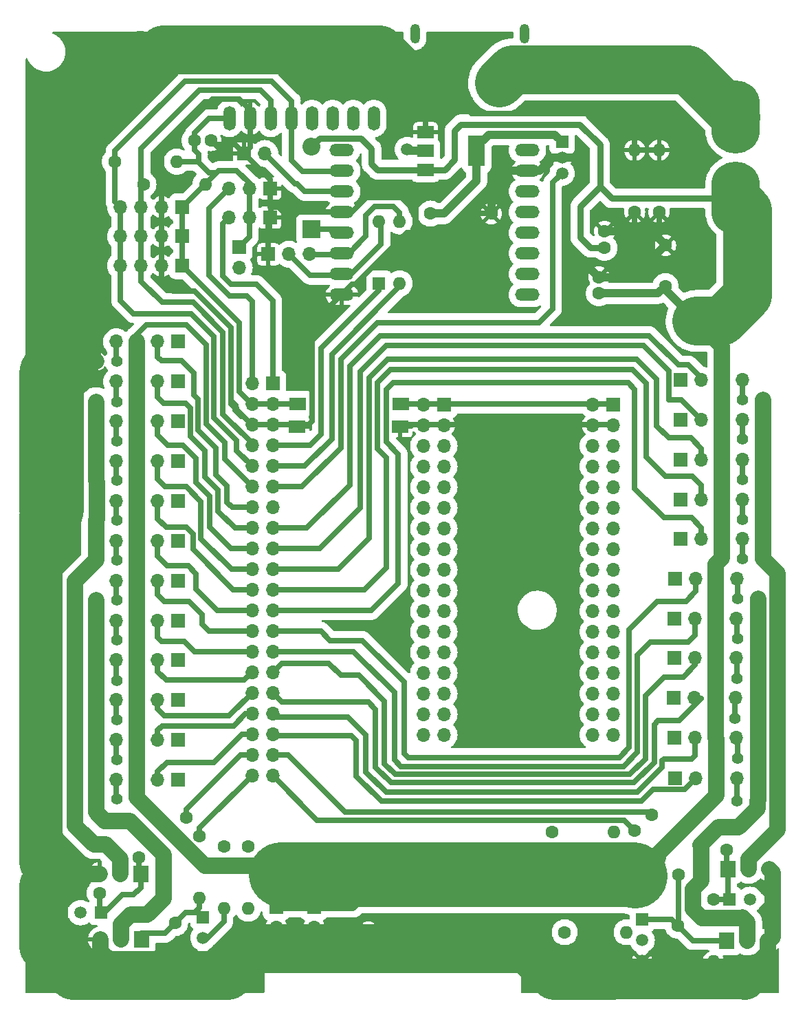
<source format=gbr>
%TF.GenerationSoftware,KiCad,Pcbnew,(6.0.5)*%
%TF.CreationDate,2022-12-18T21:16:11-03:00*%
%TF.ProjectId,HM_CENTRAL-01,484d5f43-454e-4545-9241-4c2d30312e6b,rev?*%
%TF.SameCoordinates,Original*%
%TF.FileFunction,Copper,L1,Top*%
%TF.FilePolarity,Positive*%
%FSLAX46Y46*%
G04 Gerber Fmt 4.6, Leading zero omitted, Abs format (unit mm)*
G04 Created by KiCad (PCBNEW (6.0.5)) date 2022-12-18 21:16:11*
%MOMM*%
%LPD*%
G01*
G04 APERTURE LIST*
G04 Aperture macros list*
%AMHorizOval*
0 Thick line with rounded ends*
0 $1 width*
0 $2 $3 position (X,Y) of the first rounded end (center of the circle)*
0 $4 $5 position (X,Y) of the second rounded end (center of the circle)*
0 Add line between two ends*
20,1,$1,$2,$3,$4,$5,0*
0 Add two circle primitives to create the rounded ends*
1,1,$1,$2,$3*
1,1,$1,$4,$5*%
G04 Aperture macros list end*
%TA.AperFunction,ComponentPad*%
%ADD10R,1.700000X1.700000*%
%TD*%
%TA.AperFunction,ComponentPad*%
%ADD11O,1.700000X1.700000*%
%TD*%
%TA.AperFunction,ComponentPad*%
%ADD12R,4.000000X4.000000*%
%TD*%
%TA.AperFunction,ComponentPad*%
%ADD13C,4.000000*%
%TD*%
%TA.AperFunction,ComponentPad*%
%ADD14O,1.200000X2.400000*%
%TD*%
%TA.AperFunction,ComponentPad*%
%ADD15C,1.600000*%
%TD*%
%TA.AperFunction,ComponentPad*%
%ADD16O,1.600000X1.600000*%
%TD*%
%TA.AperFunction,ComponentPad*%
%ADD17R,2.200000X2.200000*%
%TD*%
%TA.AperFunction,ComponentPad*%
%ADD18O,2.200000X2.200000*%
%TD*%
%TA.AperFunction,ComponentPad*%
%ADD19R,1.500000X1.500000*%
%TD*%
%TA.AperFunction,ComponentPad*%
%ADD20C,1.500000*%
%TD*%
%TA.AperFunction,SMDPad,CuDef*%
%ADD21R,2.000000X1.600000*%
%TD*%
%TA.AperFunction,SMDPad,CuDef*%
%ADD22R,2.000000X1.500000*%
%TD*%
%TA.AperFunction,SMDPad,CuDef*%
%ADD23R,2.000000X3.800000*%
%TD*%
%TA.AperFunction,ComponentPad*%
%ADD24R,1.600000X1.600000*%
%TD*%
%TA.AperFunction,ComponentPad*%
%ADD25R,1.905000X2.000000*%
%TD*%
%TA.AperFunction,ComponentPad*%
%ADD26O,1.905000X2.000000*%
%TD*%
%TA.AperFunction,ComponentPad*%
%ADD27HorizOval,1.600000X0.000000X0.000000X0.000000X0.000000X0*%
%TD*%
%TA.AperFunction,ComponentPad*%
%ADD28HorizOval,1.600000X0.000000X0.000000X0.000000X0.000000X0*%
%TD*%
%TA.AperFunction,ComponentPad*%
%ADD29O,1.500000X3.000000*%
%TD*%
%TA.AperFunction,ComponentPad*%
%ADD30C,0.800000*%
%TD*%
%TA.AperFunction,ComponentPad*%
%ADD31HorizOval,0.800000X0.000000X0.000000X0.000000X0.000000X0*%
%TD*%
%TA.AperFunction,ComponentPad*%
%ADD32HorizOval,0.800000X0.000000X0.000000X0.000000X0.000000X0*%
%TD*%
%TA.AperFunction,ComponentPad*%
%ADD33O,6.000000X9.000000*%
%TD*%
%TA.AperFunction,ComponentPad*%
%ADD34HorizOval,1.600000X0.000000X0.000000X0.000000X0.000000X0*%
%TD*%
%TA.AperFunction,ComponentPad*%
%ADD35C,1.400000*%
%TD*%
%TA.AperFunction,ComponentPad*%
%ADD36O,1.400000X1.400000*%
%TD*%
%TA.AperFunction,ComponentPad*%
%ADD37O,3.000000X1.500000*%
%TD*%
%TA.AperFunction,ViaPad*%
%ADD38C,0.800000*%
%TD*%
%TA.AperFunction,ViaPad*%
%ADD39C,1.500000*%
%TD*%
%TA.AperFunction,Conductor*%
%ADD40C,6.000000*%
%TD*%
%TA.AperFunction,Conductor*%
%ADD41C,5.300000*%
%TD*%
%TA.AperFunction,Conductor*%
%ADD42C,1.000000*%
%TD*%
%TA.AperFunction,Conductor*%
%ADD43C,0.700000*%
%TD*%
%TA.AperFunction,Conductor*%
%ADD44C,2.000000*%
%TD*%
%TA.AperFunction,Conductor*%
%ADD45C,5.000000*%
%TD*%
%TA.AperFunction,Conductor*%
%ADD46C,8.000000*%
%TD*%
%TA.AperFunction,Conductor*%
%ADD47C,0.800000*%
%TD*%
G04 APERTURE END LIST*
D10*
%TO.P,M14,1,POT*%
%TO.N,R_KN_POT*%
X150600000Y-104900000D03*
D11*
%TO.P,M14,2,PWM*%
%TO.N,R_KN_PWM*%
X153140000Y-104900000D03*
%TO.P,M14,3,+*%
%TO.N,SERVO_VCC*%
X155680000Y-104900000D03*
%TO.P,M14,4,-*%
%TO.N,R_KN_CURRENT*%
X158220000Y-104900000D03*
%TD*%
D12*
%TO.P,J1,1,+*%
%TO.N,Net-(J1-Pad1)*%
X129100000Y-29165750D03*
D13*
%TO.P,J1,2,-*%
%TO.N,GND*%
X121900000Y-29165750D03*
D14*
%TO.P,J1,S1*%
%TO.N,N/C*%
X132250000Y-23165750D03*
%TO.P,J1,S2*%
X118750000Y-23165750D03*
%TD*%
D10*
%TO.P,J6,1,Pin_1*%
%TO.N,GND*%
X100925000Y-42200000D03*
D11*
%TO.P,J6,2,Pin_2*%
%TO.N,3V3*%
X98385000Y-42200000D03*
%TO.P,J6,3,Pin_3*%
%TO.N,L_FT_ANGLE*%
X95845000Y-42200000D03*
%TD*%
D10*
%TO.P,J7,1,Pin_1*%
%TO.N,3V3*%
X90100000Y-51700000D03*
D11*
%TO.P,J7,2,Pin_2*%
%TO.N,GND*%
X87560000Y-51700000D03*
%TO.P,J7,3,Pin_3*%
%TO.N,SCL*%
X85020000Y-51700000D03*
%TO.P,J7,4,Pin_4*%
%TO.N,SDA*%
X82480000Y-51700000D03*
%TD*%
D15*
%TO.P,R6,1*%
%TO.N,Net-(Q3-Pad1)*%
X155500000Y-129690000D03*
D16*
%TO.P,R6,2*%
%TO.N,GND*%
X155500000Y-137310000D03*
%TD*%
D10*
%TO.P,M10,1,POT*%
%TO.N,HD_POT*%
X89600000Y-61050000D03*
D11*
%TO.P,M10,2,PWM*%
%TO.N,HD_PWM*%
X87060000Y-61050000D03*
%TO.P,M10,3,+*%
%TO.N,SERVO_VCC*%
X84520000Y-61050000D03*
%TO.P,M10,4,-*%
%TO.N,HD_CURRENT*%
X81980000Y-61050000D03*
%TD*%
D10*
%TO.P,M13,1,POT*%
%TO.N,L_KN_POT*%
X89600000Y-105150000D03*
D11*
%TO.P,M13,2,PWM*%
%TO.N,L_KN_PWM*%
X87060000Y-105150000D03*
%TO.P,M13,3,+*%
%TO.N,SERVO_VCC*%
X84520000Y-105150000D03*
%TO.P,M13,4,-*%
%TO.N,L_KN_CURRENT*%
X81980000Y-105150000D03*
%TD*%
D10*
%TO.P,M23,1,POT*%
%TO.N,L_HND_POT*%
X89600000Y-85550000D03*
D11*
%TO.P,M23,2,PWM*%
%TO.N,L_HND_PWM*%
X87060000Y-85550000D03*
%TO.P,M23,3,+*%
%TO.N,SERVO_VCC*%
X84520000Y-85550000D03*
%TO.P,M23,4,-*%
%TO.N,L_HND_CURRENT*%
X81980000Y-85550000D03*
%TD*%
D10*
%TO.P,J5,1,Pin_1*%
%TO.N,3V3*%
X90100000Y-44500000D03*
D11*
%TO.P,J5,2,Pin_2*%
%TO.N,GND*%
X87560000Y-44500000D03*
%TO.P,J5,3,Pin_3*%
%TO.N,SCL*%
X85020000Y-44500000D03*
%TO.P,J5,4,Pin_4*%
%TO.N,SDA*%
X82480000Y-44500000D03*
%TD*%
D17*
%TO.P,D1,1,K*%
%TO.N,Net-(D1-Pad1)*%
X106025000Y-47180000D03*
D18*
%TO.P,D1,2,A*%
%TO.N,SERVO_VCC*%
X106025000Y-37020000D03*
%TD*%
D15*
%TO.P,R4,1*%
%TO.N,Net-(Q1-Pad1)*%
X79910000Y-128900000D03*
D16*
%TO.P,R4,2*%
%TO.N,GND*%
X72290000Y-128900000D03*
%TD*%
D15*
%TO.P,R41,1*%
%TO.N,SDA*%
X81790000Y-38900000D03*
D16*
%TO.P,R41,2*%
%TO.N,3V3*%
X89410000Y-38900000D03*
%TD*%
D19*
%TO.P,Q7,1,C*%
%TO.N,Net-(Q7-Pad1)*%
X146740000Y-132160000D03*
D20*
%TO.P,Q7,2,B*%
%TO.N,Net-(Q7-Pad2)*%
X146740000Y-134700000D03*
%TO.P,Q7,3,E*%
%TO.N,GND*%
X146740000Y-137240000D03*
%TD*%
D21*
%TO.P,R36,1*%
%TO.N,GND*%
X116950000Y-71500000D03*
%TO.P,R36,2*%
X104250000Y-71500000D03*
%TD*%
D22*
%TO.P,U2,1,GND*%
%TO.N,GND*%
X120050000Y-35300000D03*
D23*
%TO.P,U2,2,VO*%
%TO.N,3V3*%
X126350000Y-37600000D03*
D22*
X120050000Y-37600000D03*
%TO.P,U2,3,VI*%
%TO.N,SERVO_VCC*%
X120050000Y-39900000D03*
%TD*%
D15*
%TO.P,C5,1*%
%TO.N,SERVO_VCC*%
X149600000Y-54200000D03*
%TO.P,C5,2*%
%TO.N,GND*%
X149600000Y-49200000D03*
%TD*%
%TO.P,C7,1*%
%TO.N,3V3*%
X91600000Y-36300000D03*
%TO.P,C7,2*%
%TO.N,GND*%
X93600000Y-36300000D03*
%TD*%
D10*
%TO.P,M20,1,POT*%
%TO.N,R_ANK_POT*%
X150700000Y-109800000D03*
D11*
%TO.P,M20,2,PWM*%
%TO.N,R_ANK_PWM*%
X153240000Y-109800000D03*
%TO.P,M20,3,+*%
%TO.N,SERVO_VCC*%
X155780000Y-109800000D03*
%TO.P,M20,4,-*%
%TO.N,R_ANK_CURRENT*%
X158320000Y-109800000D03*
%TD*%
D15*
%TO.P,R8,1*%
%TO.N,Net-(Q5-Pad1)*%
X89200000Y-132590000D03*
D16*
%TO.P,R8,2*%
%TO.N,GND*%
X89200000Y-140210000D03*
%TD*%
D10*
%TO.P,J2,1,Pin_1*%
%TO.N,R_FT_ANGLE*%
X101210000Y-66180000D03*
D11*
%TO.P,J2,2,Pin_2*%
%TO.N,L_FT_ANGLE*%
X98670000Y-66180000D03*
%TO.P,J2,3,Pin_3*%
%TO.N,3V3*%
X101210000Y-68720000D03*
%TO.P,J2,4,Pin_4*%
X98670000Y-68720000D03*
%TO.P,J2,5,Pin_5*%
%TO.N,GND*%
X101210000Y-71260000D03*
%TO.P,J2,6,Pin_6*%
X98670000Y-71260000D03*
%TO.P,J2,7,Pin_7*%
%TO.N,MAIN_RX*%
X101210000Y-73800000D03*
%TO.P,J2,8,Pin_8*%
%TO.N,SCL*%
X98670000Y-73800000D03*
%TO.P,J2,9,Pin_9*%
%TO.N,MAIN_TX*%
X101210000Y-76340000D03*
%TO.P,J2,10,Pin_10*%
%TO.N,SDA*%
X98670000Y-76340000D03*
%TO.P,J2,11,Pin_11*%
%TO.N,I_SENS*%
X101210000Y-78880000D03*
%TO.P,J2,12,Pin_12*%
%TO.N,SERVO_VCC*%
X98670000Y-78880000D03*
%TO.P,J2,13,Pin_13*%
%TO.N,SHUTOFF*%
X101210000Y-81420000D03*
%TO.P,J2,14,Pin_14*%
%TO.N,HD_PWM*%
X98670000Y-81420000D03*
%TO.P,J2,15,Pin_15*%
%TO.N,R_TX_PWM*%
X101210000Y-83960000D03*
%TO.P,J2,16,Pin_16*%
%TO.N,L_TX_PWM*%
X98670000Y-83960000D03*
%TO.P,J2,17,Pin_17*%
%TO.N,R_SH_PWM*%
X101210000Y-86500000D03*
%TO.P,J2,18,Pin_18*%
%TO.N,L_SH_PWM*%
X98670000Y-86500000D03*
%TO.P,J2,19,Pin_19*%
%TO.N,R_ELBR_PWM*%
X101210000Y-89040000D03*
%TO.P,J2,20,Pin_20*%
%TO.N,L_ELBR_PWM*%
X98670000Y-89040000D03*
%TO.P,J2,21,Pin_21*%
%TO.N,R_ELB_PWM*%
X101210000Y-91580000D03*
%TO.P,J2,22,Pin_22*%
%TO.N,L_ELB_PWM*%
X98670000Y-91580000D03*
%TO.P,J2,23,Pin_23*%
%TO.N,R_HND_PWM*%
X101210000Y-94120000D03*
%TO.P,J2,24,Pin_24*%
%TO.N,L_HND_PWM*%
X98670000Y-94120000D03*
%TO.P,J2,25,Pin_25*%
%TO.N,R_HP_PWM*%
X101210000Y-96660000D03*
%TO.P,J2,26,Pin_26*%
%TO.N,L_HP_PWM*%
X98670000Y-96660000D03*
%TO.P,J2,27,Pin_27*%
%TO.N,R_TG_PWM*%
X101210000Y-99200000D03*
%TO.P,J2,28,Pin_28*%
%TO.N,L_TG_PWM*%
X98670000Y-99200000D03*
%TO.P,J2,29,Pin_29*%
%TO.N,R_KNR_PWM*%
X101210000Y-101740000D03*
%TO.P,J2,30,Pin_30*%
%TO.N,L_KNR_PWM*%
X98670000Y-101740000D03*
%TO.P,J2,31,Pin_31*%
%TO.N,R_KN_PWM*%
X101210000Y-104280000D03*
%TO.P,J2,32,Pin_32*%
%TO.N,L_KN_PWM*%
X98670000Y-104280000D03*
%TO.P,J2,33,Pin_33*%
%TO.N,R_ANK_PWM*%
X101210000Y-106820000D03*
%TO.P,J2,34,Pin_34*%
%TO.N,L_ANK_PWM*%
X98670000Y-106820000D03*
%TO.P,J2,35,Pin_35*%
%TO.N,R_FT_PWM*%
X101210000Y-109360000D03*
%TO.P,J2,36,Pin_36*%
%TO.N,L_FT_PWM*%
X98670000Y-109360000D03*
%TO.P,J2,37,Pin_37*%
%TO.N,R_ARM_CONTROL*%
X101210000Y-111900000D03*
%TO.P,J2,38,Pin_38*%
%TO.N,L_ARM_CONTROL*%
X98670000Y-111900000D03*
%TO.P,J2,39,Pin_39*%
%TO.N,R_LEG_CONTROL*%
X101210000Y-114440000D03*
%TO.P,J2,40,Pin_40*%
%TO.N,L_LEG_CONTROL*%
X98670000Y-114440000D03*
%TD*%
D15*
%TO.P,R40,1*%
%TO.N,SCL*%
X85300000Y-41700000D03*
D16*
%TO.P,R40,2*%
%TO.N,3V3*%
X92920000Y-41700000D03*
%TD*%
D10*
%TO.P,M5,1,POT*%
%TO.N,R_TG_POT*%
X150700000Y-95150000D03*
D11*
%TO.P,M5,2,PWM*%
%TO.N,R_TG_PWM*%
X153240000Y-95150000D03*
%TO.P,M5,3,+*%
%TO.N,SERVO_VCC*%
X155780000Y-95150000D03*
%TO.P,M5,4,-*%
%TO.N,R_TG_CURRENT*%
X158320000Y-95150000D03*
%TD*%
D24*
%TO.P,SW1,1*%
%TO.N,MAIN_RX*%
X114325000Y-53867500D03*
D16*
%TO.P,SW1,2*%
%TO.N,MAIN_TX*%
X116865000Y-53867500D03*
%TO.P,SW1,3*%
%TO.N,CAM_RX*%
X116865000Y-46247500D03*
%TO.P,SW1,4*%
%TO.N,CAM_TX*%
X114325000Y-46247500D03*
%TD*%
D15*
%TO.P,C2,1*%
%TO.N,SERVO_VCC*%
X141400000Y-55100000D03*
%TO.P,C2,2*%
%TO.N,GND*%
X141400000Y-53100000D03*
%TD*%
D25*
%TO.P,Q6,1,G*%
%TO.N,Net-(Q5-Pad1)*%
X85040000Y-134555000D03*
D26*
%TO.P,Q6,2,D*%
%TO.N,L_LEG_GND*%
X82500000Y-134555000D03*
%TO.P,Q6,3,S*%
%TO.N,GND*%
X79960000Y-134555000D03*
%TD*%
D15*
%TO.P,R7,1*%
%TO.N,SHUTOFF*%
X95200000Y-123190000D03*
D16*
%TO.P,R7,2*%
%TO.N,Net-(Q5-Pad2)*%
X95200000Y-130810000D03*
%TD*%
D10*
%TO.P,M2,1,POT*%
%TO.N,L_HP_POT*%
X89600000Y-90450000D03*
D11*
%TO.P,M2,2,PWM*%
%TO.N,L_HP_PWM*%
X87060000Y-90450000D03*
%TO.P,M2,3,+*%
%TO.N,SERVO_VCC*%
X84520000Y-90450000D03*
%TO.P,M2,4,-*%
%TO.N,L_HP_CURRENT*%
X81980000Y-90450000D03*
%TD*%
D10*
%TO.P,M8,1,POT*%
%TO.N,R_TX_POT*%
X151480000Y-65750000D03*
D11*
%TO.P,M8,2,PWM*%
%TO.N,R_TX_PWM*%
X154020000Y-65750000D03*
%TO.P,M8,3,+*%
%TO.N,SERVO_VCC*%
X156560000Y-65750000D03*
%TO.P,M8,4,-*%
%TO.N,R_TX_CURRENT*%
X159100000Y-65750000D03*
%TD*%
D25*
%TO.P,Q8,1,G*%
%TO.N,Net-(Q7-Pad1)*%
X157160000Y-134745000D03*
D26*
%TO.P,Q8,2,D*%
%TO.N,R_LEG_GND*%
X159700000Y-134745000D03*
%TO.P,Q8,3,S*%
%TO.N,GND*%
X162240000Y-134745000D03*
%TD*%
D10*
%TO.P,M6,1,POT*%
%TO.N,L_KNR_POT*%
X89600000Y-100250000D03*
D11*
%TO.P,M6,2,PWM*%
%TO.N,L_KNR_PWM*%
X87060000Y-100250000D03*
%TO.P,M6,3,+*%
%TO.N,SERVO_VCC*%
X84520000Y-100250000D03*
%TO.P,M6,4,-*%
%TO.N,L_KNR_CURRENT*%
X81980000Y-100250000D03*
%TD*%
D10*
%TO.P,M26,1,+*%
%TO.N,SERVO_VCC*%
X101650000Y-130600000D03*
D11*
%TO.P,M26,2,-*%
%TO.N,GND*%
X101650000Y-133140000D03*
%TD*%
D15*
%TO.P,R5,1*%
%TO.N,SHUTOFF*%
X135590000Y-121400000D03*
D16*
%TO.P,R5,2*%
%TO.N,Net-(Q3-Pad2)*%
X143210000Y-121400000D03*
%TD*%
D10*
%TO.P,J4,1,Pin_1*%
%TO.N,3V3*%
X97100000Y-49400000D03*
D11*
%TO.P,J4,2,Pin_2*%
%TO.N,SHUTOFF*%
X97100000Y-51940000D03*
%TD*%
D10*
%TO.P,M4,1,POT*%
%TO.N,L_TG_POT*%
X89600000Y-95350000D03*
D11*
%TO.P,M4,2,PWM*%
%TO.N,L_TG_PWM*%
X87060000Y-95350000D03*
%TO.P,M4,3,+*%
%TO.N,SERVO_VCC*%
X84520000Y-95350000D03*
%TO.P,M4,4,-*%
%TO.N,L_TG_CURRENT*%
X81980000Y-95350000D03*
%TD*%
D10*
%TO.P,M22,1,POT*%
%TO.N,R_FT_POT*%
X150800000Y-114750000D03*
D11*
%TO.P,M22,2,PWM*%
%TO.N,R_FT_PWM*%
X153340000Y-114750000D03*
%TO.P,M22,3,+*%
%TO.N,SERVO_VCC*%
X155880000Y-114750000D03*
%TO.P,M22,4,-*%
%TO.N,R_FT_CURRENT*%
X158420000Y-114750000D03*
%TD*%
D10*
%TO.P,J3,1,Pin_1*%
%TO.N,3V3*%
X122340000Y-68800000D03*
D11*
%TO.P,J3,2,Pin_2*%
X119800000Y-68800000D03*
%TO.P,J3,3,Pin_3*%
%TO.N,GND*%
X122340000Y-71340000D03*
%TO.P,J3,4,Pin_4*%
X119800000Y-71340000D03*
%TO.P,J3,5,Pin_5*%
%TO.N,SUB1_RX*%
X122340000Y-73880000D03*
%TO.P,J3,6,Pin_6*%
%TO.N,SCL*%
X119800000Y-73880000D03*
%TO.P,J3,7,Pin_7*%
%TO.N,SUB1_TX*%
X122340000Y-76420000D03*
%TO.P,J3,8,Pin_8*%
%TO.N,SDA*%
X119800000Y-76420000D03*
%TO.P,J3,9,Pin_9*%
%TO.N,I_SENS*%
X122340000Y-78960000D03*
%TO.P,J3,10,Pin_10*%
%TO.N,SERVO_VCC*%
X119800000Y-78960000D03*
%TO.P,J3,11,Pin_11*%
%TO.N,SHUTOFF*%
X122340000Y-81500000D03*
%TO.P,J3,12,Pin_12*%
%TO.N,HD_POT*%
X119800000Y-81500000D03*
%TO.P,J3,13,Pin_13*%
%TO.N,R_TX_POT*%
X122340000Y-84040000D03*
%TO.P,J3,14,Pin_14*%
%TO.N,L_TX_POT*%
X119800000Y-84040000D03*
%TO.P,J3,15,Pin_15*%
%TO.N,R_SH_POT*%
X122340000Y-86580000D03*
%TO.P,J3,16,Pin_16*%
%TO.N,L_SH_POT*%
X119800000Y-86580000D03*
%TO.P,J3,17,Pin_17*%
%TO.N,R_ELBR_POT*%
X122340000Y-89120000D03*
%TO.P,J3,18,Pin_18*%
%TO.N,L_ELBR_POT*%
X119800000Y-89120000D03*
%TO.P,J3,19,Pin_19*%
%TO.N,R_ELB_POT*%
X122340000Y-91660000D03*
%TO.P,J3,20,Pin_20*%
%TO.N,L_ELB_POT*%
X119800000Y-91660000D03*
%TO.P,J3,21,Pin_21*%
%TO.N,R_HND_POT*%
X122340000Y-94200000D03*
%TO.P,J3,22,Pin_22*%
%TO.N,L_HND_POT*%
X119800000Y-94200000D03*
%TO.P,J3,23,Pin_23*%
%TO.N,R_HP_POT*%
X122340000Y-96740000D03*
%TO.P,J3,24,Pin_24*%
%TO.N,L_HP_POT*%
X119800000Y-96740000D03*
%TO.P,J3,25,Pin_25*%
%TO.N,R_TG_POT*%
X122340000Y-99280000D03*
%TO.P,J3,26,Pin_26*%
%TO.N,L_TG_POT*%
X119800000Y-99280000D03*
%TO.P,J3,27,Pin_27*%
%TO.N,R_KNR_POT*%
X122340000Y-101820000D03*
%TO.P,J3,28,Pin_28*%
%TO.N,L_KNR_POT*%
X119800000Y-101820000D03*
%TO.P,J3,29,Pin_29*%
%TO.N,R_KN_POT*%
X122340000Y-104360000D03*
%TO.P,J3,30,Pin_30*%
%TO.N,L_KN_POT*%
X119800000Y-104360000D03*
%TO.P,J3,31,Pin_31*%
%TO.N,R_ANK_POT*%
X122340000Y-106900000D03*
%TO.P,J3,32,Pin_32*%
%TO.N,L_ANK_POT*%
X119800000Y-106900000D03*
%TO.P,J3,33,Pin_33*%
%TO.N,R_FT_POT*%
X122340000Y-109440000D03*
%TO.P,J3,34,Pin_34*%
%TO.N,L_FT_POT*%
X119800000Y-109440000D03*
%TD*%
D15*
%TO.P,R39,1*%
%TO.N,R_LEG_CONTROL*%
X145800000Y-121205923D03*
D27*
%TO.P,R39,2*%
%TO.N,Net-(Q7-Pad1)*%
X151188154Y-126594077D03*
%TD*%
D10*
%TO.P,J9,1,Pin_1*%
%TO.N,3V3*%
X90100000Y-48100000D03*
D11*
%TO.P,J9,2,Pin_2*%
%TO.N,GND*%
X87560000Y-48100000D03*
%TO.P,J9,3,Pin_3*%
%TO.N,SCL*%
X85020000Y-48100000D03*
%TO.P,J9,4,Pin_4*%
%TO.N,SDA*%
X82480000Y-48100000D03*
%TD*%
D10*
%TO.P,J12,1,Pin_1*%
%TO.N,3V3*%
X143200000Y-68800000D03*
D11*
%TO.P,J12,2,Pin_2*%
X140660000Y-68800000D03*
%TO.P,J12,3,Pin_3*%
%TO.N,GND*%
X143200000Y-71340000D03*
%TO.P,J12,4,Pin_4*%
X140660000Y-71340000D03*
%TO.P,J12,5,Pin_5*%
%TO.N,SUB2_RX*%
X143200000Y-73880000D03*
%TO.P,J12,6,Pin_6*%
%TO.N,SCL*%
X140660000Y-73880000D03*
%TO.P,J12,7,Pin_7*%
%TO.N,SUB2_TX*%
X143200000Y-76420000D03*
%TO.P,J12,8,Pin_8*%
%TO.N,SDA*%
X140660000Y-76420000D03*
%TO.P,J12,9,Pin_9*%
%TO.N,I_SENS*%
X143200000Y-78960000D03*
%TO.P,J12,10,Pin_10*%
%TO.N,SERVO_VCC*%
X140660000Y-78960000D03*
%TO.P,J12,11,Pin_11*%
%TO.N,SHUTOFF*%
X143200000Y-81500000D03*
%TO.P,J12,12,Pin_12*%
%TO.N,HD_CURRENT*%
X140660000Y-81500000D03*
%TO.P,J12,13,Pin_13*%
%TO.N,R_TX_CURRENT*%
X143200000Y-84040000D03*
%TO.P,J12,14,Pin_14*%
%TO.N,L_TX_CURRENT*%
X140660000Y-84040000D03*
%TO.P,J12,15,Pin_15*%
%TO.N,R_SH_CURRENT*%
X143200000Y-86580000D03*
%TO.P,J12,16,Pin_16*%
%TO.N,L_SH_CURRENT*%
X140660000Y-86580000D03*
%TO.P,J12,17,Pin_17*%
%TO.N,R_ELBR_CURRENT*%
X143200000Y-89120000D03*
%TO.P,J12,18,Pin_18*%
%TO.N,L_ELBR_CURRENT*%
X140660000Y-89120000D03*
%TO.P,J12,19,Pin_19*%
%TO.N,R_ELB_CURRENT*%
X143200000Y-91660000D03*
%TO.P,J12,20,Pin_20*%
%TO.N,L_ELB_CURRENT*%
X140660000Y-91660000D03*
%TO.P,J12,21,Pin_21*%
%TO.N,R_HND_CURRENT*%
X143200000Y-94200000D03*
%TO.P,J12,22,Pin_22*%
%TO.N,L_HND_CURRENT*%
X140660000Y-94200000D03*
%TO.P,J12,23,Pin_23*%
%TO.N,R_HP_CURRENT*%
X143200000Y-96740000D03*
%TO.P,J12,24,Pin_24*%
%TO.N,L_HP_CURRENT*%
X140660000Y-96740000D03*
%TO.P,J12,25,Pin_25*%
%TO.N,R_TG_CURRENT*%
X143200000Y-99280000D03*
%TO.P,J12,26,Pin_26*%
%TO.N,L_TG_CURRENT*%
X140660000Y-99280000D03*
%TO.P,J12,27,Pin_27*%
%TO.N,R_KNR_CURRENT*%
X143200000Y-101820000D03*
%TO.P,J12,28,Pin_28*%
%TO.N,L_KNR_CURRENT*%
X140660000Y-101820000D03*
%TO.P,J12,29,Pin_29*%
%TO.N,R_KN_CURRENT*%
X143200000Y-104360000D03*
%TO.P,J12,30,Pin_30*%
%TO.N,L_KN_CURRENT*%
X140660000Y-104360000D03*
%TO.P,J12,31,Pin_31*%
%TO.N,R_ANK_CURRENT*%
X143200000Y-106900000D03*
%TO.P,J12,32,Pin_32*%
%TO.N,L_ANK_CURRENT*%
X140660000Y-106900000D03*
%TO.P,J12,33,Pin_33*%
%TO.N,R_FT_CURRENT*%
X143200000Y-109440000D03*
%TO.P,J12,34,Pin_34*%
%TO.N,L_FT_CURRENT*%
X140660000Y-109440000D03*
%TD*%
D10*
%TO.P,M25,1,+*%
%TO.N,SERVO_VCC*%
X106300000Y-130600000D03*
D11*
%TO.P,M25,2,-*%
%TO.N,GND*%
X106300000Y-133140000D03*
%TD*%
D19*
%TO.P,Q5,1,C*%
%TO.N,Net-(Q5-Pad1)*%
X92640000Y-131860000D03*
D20*
%TO.P,Q5,2,B*%
%TO.N,Net-(Q5-Pad2)*%
X92640000Y-134400000D03*
%TO.P,Q5,3,E*%
%TO.N,GND*%
X92640000Y-136940000D03*
%TD*%
D10*
%TO.P,J8,1,Pin_1*%
%TO.N,GND*%
X100925000Y-45800000D03*
D11*
%TO.P,J8,2,Pin_2*%
%TO.N,3V3*%
X98385000Y-45800000D03*
%TO.P,J8,3,Pin_3*%
%TO.N,R_FT_ANGLE*%
X95845000Y-45800000D03*
%TD*%
D15*
%TO.P,C1,1*%
%TO.N,SERVO_VCC*%
X133400000Y-127850000D03*
%TO.P,C1,2*%
%TO.N,GND*%
X133400000Y-135350000D03*
%TD*%
D10*
%TO.P,M17,1,POT*%
%TO.N,L_ELB_POT*%
X89600000Y-80650000D03*
D11*
%TO.P,M17,2,PWM*%
%TO.N,L_ELB_PWM*%
X87060000Y-80650000D03*
%TO.P,M17,3,+*%
%TO.N,SERVO_VCC*%
X84520000Y-80650000D03*
%TO.P,M17,4,-*%
%TO.N,L_ELB_CURRENT*%
X81980000Y-80650000D03*
%TD*%
D15*
%TO.P,R3,1*%
%TO.N,SHUTOFF*%
X98200000Y-123190000D03*
D16*
%TO.P,R3,2*%
%TO.N,Net-(Q1-Pad2)*%
X98200000Y-130810000D03*
%TD*%
D10*
%TO.P,M16,1,POT*%
%TO.N,R_ELBR_POT*%
X151480000Y-75550000D03*
D11*
%TO.P,M16,2,PWM*%
%TO.N,R_ELBR_PWM*%
X154020000Y-75550000D03*
%TO.P,M16,3,+*%
%TO.N,SERVO_VCC*%
X156560000Y-75550000D03*
%TO.P,M16,4,-*%
%TO.N,R_ELBR_CURRENT*%
X159100000Y-75550000D03*
%TD*%
D15*
%TO.P,R38,1*%
%TO.N,L_LEG_CONTROL*%
X92200000Y-121890000D03*
D16*
%TO.P,R38,2*%
%TO.N,Net-(Q5-Pad1)*%
X92200000Y-129510000D03*
%TD*%
D15*
%TO.P,C3,1*%
%TO.N,SERVO_VCC*%
X142100000Y-49500000D03*
%TO.P,C3,2*%
%TO.N,GND*%
X142100000Y-47500000D03*
%TD*%
D10*
%TO.P,M15,1,POT*%
%TO.N,L_ELBR_POT*%
X89600000Y-75750000D03*
D11*
%TO.P,M15,2,PWM*%
%TO.N,L_ELBR_PWM*%
X87060000Y-75750000D03*
%TO.P,M15,3,+*%
%TO.N,SERVO_VCC*%
X84520000Y-75750000D03*
%TO.P,M15,4,-*%
%TO.N,L_ELBR_CURRENT*%
X81980000Y-75750000D03*
%TD*%
D10*
%TO.P,M7,1,POT*%
%TO.N,L_TX_POT*%
X89600000Y-65950000D03*
D11*
%TO.P,M7,2,PWM*%
%TO.N,L_TX_PWM*%
X87060000Y-65950000D03*
%TO.P,M7,3,+*%
%TO.N,SERVO_VCC*%
X84520000Y-65950000D03*
%TO.P,M7,4,-*%
%TO.N,L_TX_CURRENT*%
X81980000Y-65950000D03*
%TD*%
D10*
%TO.P,M3,1,POT*%
%TO.N,R_HP_POT*%
X150800000Y-90200000D03*
D11*
%TO.P,M3,2,PWM*%
%TO.N,R_HP_PWM*%
X153340000Y-90200000D03*
%TO.P,M3,3,+*%
%TO.N,SERVO_VCC*%
X155880000Y-90200000D03*
%TO.P,M3,4,-*%
%TO.N,R_HP_CURRENT*%
X158420000Y-90200000D03*
%TD*%
D10*
%TO.P,M12,1,POT*%
%TO.N,R_SH_POT*%
X151480000Y-70650000D03*
D11*
%TO.P,M12,2,PWM*%
%TO.N,R_SH_PWM*%
X154020000Y-70650000D03*
%TO.P,M12,3,+*%
%TO.N,SERVO_VCC*%
X156560000Y-70650000D03*
%TO.P,M12,4,-*%
%TO.N,R_SH_CURRENT*%
X159100000Y-70650000D03*
%TD*%
D15*
%TO.P,C4,1*%
%TO.N,SERVO_VCC*%
X123600000Y-129100000D03*
%TO.P,C4,2*%
%TO.N,GND*%
X123600000Y-134100000D03*
%TD*%
D10*
%TO.P,M9,1,POT*%
%TO.N,R_KNR_POT*%
X150700000Y-100000000D03*
D11*
%TO.P,M9,2,PWM*%
%TO.N,R_KNR_PWM*%
X153240000Y-100000000D03*
%TO.P,M9,3,+*%
%TO.N,SERVO_VCC*%
X155780000Y-100000000D03*
%TO.P,M9,4,-*%
%TO.N,R_KNR_CURRENT*%
X158320000Y-100000000D03*
%TD*%
D15*
%TO.P,R2,1*%
%TO.N,R_ARM_CONTROL*%
X147895957Y-119253100D03*
D28*
%TO.P,R2,2*%
%TO.N,Net-(Q3-Pad1)*%
X157104044Y-123546902D03*
%TD*%
D10*
%TO.P,M11,1,POT*%
%TO.N,L_SH_POT*%
X89600000Y-70850000D03*
D11*
%TO.P,M11,2,PWM*%
%TO.N,L_SH_PWM*%
X87060000Y-70850000D03*
%TO.P,M11,3,+*%
%TO.N,SERVO_VCC*%
X84520000Y-70850000D03*
%TO.P,M11,4,-*%
%TO.N,L_SH_CURRENT*%
X81980000Y-70850000D03*
%TD*%
D25*
%TO.P,Q4,1,G*%
%TO.N,Net-(Q3-Pad1)*%
X157260000Y-125945000D03*
D26*
%TO.P,Q4,2,D*%
%TO.N,R_ARM_GND*%
X159800000Y-125945000D03*
%TO.P,Q4,3,S*%
%TO.N,GND*%
X162340000Y-125945000D03*
%TD*%
D10*
%TO.P,M21,1,POT*%
%TO.N,L_FT_POT*%
X89600000Y-114950000D03*
D11*
%TO.P,M21,2,PWM*%
%TO.N,L_FT_PWM*%
X87060000Y-114950000D03*
%TO.P,M21,3,+*%
%TO.N,SERVO_VCC*%
X84520000Y-114950000D03*
%TO.P,M21,4,-*%
%TO.N,L_FT_CURRENT*%
X81980000Y-114950000D03*
%TD*%
D21*
%TO.P,R37,1*%
%TO.N,3V3*%
X104300000Y-68700000D03*
%TO.P,R37,2*%
X117000000Y-68700000D03*
%TD*%
D10*
%TO.P,M24,1,POT*%
%TO.N,R_HND_POT*%
X151480000Y-85350000D03*
D11*
%TO.P,M24,2,PWM*%
%TO.N,R_HND_PWM*%
X154020000Y-85350000D03*
%TO.P,M24,3,+*%
%TO.N,SERVO_VCC*%
X156560000Y-85350000D03*
%TO.P,M24,4,-*%
%TO.N,R_HND_CURRENT*%
X159100000Y-85350000D03*
%TD*%
D15*
%TO.P,C8,1*%
%TO.N,3V3*%
X120650000Y-45300000D03*
%TO.P,C8,2*%
%TO.N,GND*%
X128150000Y-45300000D03*
%TD*%
%TO.P,C6,1*%
%TO.N,SERVO_VCC*%
X113000000Y-128700000D03*
%TO.P,C6,2*%
%TO.N,GND*%
X113000000Y-133700000D03*
%TD*%
%TO.P,R10,1*%
%TO.N,Net-(Q7-Pad1)*%
X151100000Y-132890000D03*
D16*
%TO.P,R10,2*%
%TO.N,GND*%
X151100000Y-140510000D03*
%TD*%
D29*
%TO.P,U3,ADO,ADO*%
%TO.N,unconnected-(U3-PadADO)*%
X111150000Y-33600370D03*
%TO.P,U3,GND,GND*%
%TO.N,GND*%
X98450000Y-33600370D03*
%TO.P,U3,INT,INT*%
%TO.N,unconnected-(U3-PadINT)*%
X113690000Y-33600370D03*
%TO.P,U3,SCL,SCL*%
%TO.N,SCL*%
X100990000Y-33600370D03*
%TO.P,U3,SDA,SDA*%
%TO.N,SDA*%
X103530000Y-33600370D03*
%TO.P,U3,VCC,VCC*%
%TO.N,3V3*%
X95910000Y-33600370D03*
%TO.P,U3,XCL,XCL*%
%TO.N,unconnected-(U3-PadXCL)*%
X106070000Y-33600370D03*
%TO.P,U3,XDA,XDA*%
%TO.N,unconnected-(U3-PadXDA)*%
X108610000Y-33600370D03*
%TD*%
D19*
%TO.P,U1,1,VCC*%
%TO.N,3V3*%
X136875000Y-36500000D03*
D20*
%TO.P,U1,2,GND*%
%TO.N,GND*%
X136875000Y-38410000D03*
%TO.P,U1,3,VIOUT*%
%TO.N,I_SENS*%
X136875000Y-40320000D03*
D30*
%TO.P,U1,4,IP+*%
%TO.N,SERVO_VCC*%
X160325000Y-45410000D03*
D31*
X157645000Y-39460000D03*
D30*
X156615000Y-40210000D03*
X156615000Y-46610000D03*
X156225000Y-45410000D03*
X159935000Y-40210000D03*
X156225000Y-42740000D03*
X160325000Y-41410000D03*
X158905000Y-47360000D03*
D32*
X158905000Y-39460000D03*
D30*
X159935000Y-46610000D03*
X160325000Y-42740000D03*
X156225000Y-44080000D03*
X156225000Y-41410000D03*
D33*
X158275000Y-43410000D03*
D30*
X157645000Y-47360000D03*
X160325000Y-44080000D03*
%TO.P,U1,5,IP-*%
%TO.N,Net-(J1-Pad1)*%
X156615000Y-30210000D03*
D33*
X158275000Y-33410000D03*
D30*
X159935000Y-36610000D03*
D32*
X157645000Y-37360000D03*
D30*
X160325000Y-31410000D03*
X160325000Y-34080000D03*
X156615000Y-36610000D03*
X156225000Y-35410000D03*
X158905000Y-29460000D03*
X160325000Y-35410000D03*
X156225000Y-31410000D03*
X156225000Y-34080000D03*
D31*
X158905000Y-37360000D03*
D30*
X159935000Y-30210000D03*
X157645000Y-29460000D03*
X160325000Y-32740000D03*
X156225000Y-32740000D03*
%TD*%
D10*
%TO.P,M18,1,POT*%
%TO.N,R_ELB_POT*%
X151480000Y-80450000D03*
D11*
%TO.P,M18,2,PWM*%
%TO.N,R_ELB_PWM*%
X154020000Y-80450000D03*
%TO.P,M18,3,+*%
%TO.N,SERVO_VCC*%
X156560000Y-80450000D03*
%TO.P,M18,4,-*%
%TO.N,R_ELB_CURRENT*%
X159100000Y-80450000D03*
%TD*%
D25*
%TO.P,Q2,1,G*%
%TO.N,Net-(Q1-Pad1)*%
X85000000Y-126555000D03*
D26*
%TO.P,Q2,2,D*%
%TO.N,L_ARM_GND*%
X82460000Y-126555000D03*
%TO.P,Q2,3,S*%
%TO.N,GND*%
X79920000Y-126555000D03*
%TD*%
D10*
%TO.P,M19,1,POT*%
%TO.N,L_ANK_POT*%
X89600000Y-110050000D03*
D11*
%TO.P,M19,2,PWM*%
%TO.N,L_ANK_PWM*%
X87060000Y-110050000D03*
%TO.P,M19,3,+*%
%TO.N,SERVO_VCC*%
X84520000Y-110050000D03*
%TO.P,M19,4,-*%
%TO.N,L_ANK_CURRENT*%
X81980000Y-110050000D03*
%TD*%
D15*
%TO.P,R1,1*%
%TO.N,L_ARM_CONTROL*%
X90600000Y-119600000D03*
D34*
%TO.P,R1,2*%
%TO.N,Net-(Q1-Pad1)*%
X84762741Y-124498042D03*
%TD*%
D35*
%TO.P,R13,1*%
%TO.N,L_TX_CURRENT*%
X82000000Y-68450000D03*
D36*
%TO.P,R13,2*%
%TO.N,L_ARM_GND*%
X79460000Y-68450000D03*
%TD*%
D15*
%TO.P,R34,1*%
%TO.N,GND*%
X145800000Y-45110000D03*
D16*
%TO.P,R34,2*%
X145800000Y-37490000D03*
%TD*%
D10*
%TO.P,J10,1,Pin_1*%
%TO.N,GND*%
X100700000Y-50300000D03*
D11*
%TO.P,J10,2,Pin_2*%
%TO.N,CAM_TX*%
X103240000Y-50300000D03*
%TO.P,J10,3,Pin_3*%
%TO.N,CAM_RX*%
X105780000Y-50300000D03*
%TD*%
D37*
%TO.P,M1,1,IO4*%
%TO.N,SCL*%
X132600000Y-55260930D03*
%TO.P,M1,2,IO2*%
%TO.N,unconnected-(M1-Pad2)*%
X132600000Y-52720930D03*
%TO.P,M1,3,IO14*%
%TO.N,unconnected-(M1-Pad3)*%
X132600000Y-50180930D03*
%TO.P,M1,4,IO15*%
%TO.N,unconnected-(M1-Pad4)*%
X132600000Y-47640930D03*
%TO.P,M1,5,IO13*%
%TO.N,unconnected-(M1-Pad5)*%
X132600000Y-45100930D03*
%TO.P,M1,6,IO12*%
%TO.N,unconnected-(M1-Pad6)*%
X132600000Y-42560930D03*
%TO.P,M1,7,GND_1*%
%TO.N,GND*%
X132600000Y-40020930D03*
%TO.P,M1,8,5V*%
%TO.N,unconnected-(M1-Pad8)*%
X132600000Y-37480930D03*
%TO.P,M1,9,3V3*%
%TO.N,unconnected-(M1-Pad9)*%
X109740000Y-37480930D03*
%TO.P,M1,10,IO16*%
%TO.N,SDA*%
X109740000Y-40020930D03*
%TO.P,M1,11,IO0*%
%TO.N,Net-(J11-Pad2)*%
X109740000Y-42560930D03*
%TO.P,M1,12,GND_2*%
%TO.N,GND*%
X109740000Y-45100930D03*
%TO.P,M1,13,VCC*%
%TO.N,Net-(D1-Pad1)*%
X109740000Y-47640930D03*
%TO.P,M1,14,U0R*%
%TO.N,CAM_RX*%
X109740000Y-50180930D03*
%TO.P,M1,15,U0T*%
%TO.N,CAM_TX*%
X109740000Y-52720930D03*
%TO.P,M1,16,GND_3*%
%TO.N,GND*%
X109740000Y-55260930D03*
%TD*%
D35*
%TO.P,R21,1*%
%TO.N,L_ELBR_CURRENT*%
X82000000Y-78150000D03*
D36*
%TO.P,R21,2*%
%TO.N,L_ARM_GND*%
X79460000Y-78150000D03*
%TD*%
D35*
%TO.P,R12,1*%
%TO.N,R_HP_CURRENT*%
X158480000Y-92700000D03*
D36*
%TO.P,R12,2*%
%TO.N,R_LEG_GND*%
X161020000Y-92700000D03*
%TD*%
D35*
%TO.P,R17,1*%
%TO.N,L_SH_CURRENT*%
X82000000Y-73250000D03*
D36*
%TO.P,R17,2*%
%TO.N,L_ARM_GND*%
X79460000Y-73250000D03*
%TD*%
D35*
%TO.P,R32,1*%
%TO.N,L_HND_CURRENT*%
X82000000Y-87950000D03*
D36*
%TO.P,R32,2*%
%TO.N,L_ARM_GND*%
X79460000Y-87950000D03*
%TD*%
D35*
%TO.P,R14,1*%
%TO.N,R_TX_CURRENT*%
X159080000Y-68200000D03*
D36*
%TO.P,R14,2*%
%TO.N,R_ARM_GND*%
X161620000Y-68200000D03*
%TD*%
D35*
%TO.P,R19,1*%
%TO.N,L_KNR_CURRENT*%
X82000000Y-102750000D03*
D36*
%TO.P,R19,2*%
%TO.N,L_LEG_GND*%
X79460000Y-102750000D03*
%TD*%
D35*
%TO.P,R33,1*%
%TO.N,R_HND_CURRENT*%
X159080000Y-87800000D03*
D36*
%TO.P,R33,2*%
%TO.N,R_ARM_GND*%
X161620000Y-87800000D03*
%TD*%
D35*
%TO.P,R16,1*%
%TO.N,R_TG_CURRENT*%
X158480000Y-97600000D03*
D36*
%TO.P,R16,2*%
%TO.N,R_LEG_GND*%
X161020000Y-97600000D03*
%TD*%
D35*
%TO.P,R11,1*%
%TO.N,L_HP_CURRENT*%
X82000000Y-92850000D03*
D36*
%TO.P,R11,2*%
%TO.N,L_LEG_GND*%
X79460000Y-92850000D03*
%TD*%
D19*
%TO.P,Q1,1,C*%
%TO.N,Net-(Q1-Pad1)*%
X80100000Y-131300000D03*
D20*
%TO.P,Q1,2,B*%
%TO.N,Net-(Q1-Pad2)*%
X77560000Y-131300000D03*
%TO.P,Q1,3,E*%
%TO.N,GND*%
X75020000Y-131300000D03*
%TD*%
D15*
%TO.P,R35,1*%
%TO.N,GND*%
X148800000Y-45110000D03*
D16*
%TO.P,R35,2*%
X148800000Y-37490000D03*
%TD*%
D35*
%TO.P,R27,1*%
%TO.N,R_ELB_CURRENT*%
X159080000Y-82900000D03*
D36*
%TO.P,R27,2*%
%TO.N,R_ARM_GND*%
X161620000Y-82900000D03*
%TD*%
D35*
%TO.P,R18,1*%
%TO.N,R_SH_CURRENT*%
X159080000Y-73000000D03*
D36*
%TO.P,R18,2*%
%TO.N,R_ARM_GND*%
X161620000Y-73000000D03*
%TD*%
D35*
%TO.P,R20,1*%
%TO.N,R_KNR_CURRENT*%
X158380000Y-102500000D03*
D36*
%TO.P,R20,2*%
%TO.N,R_LEG_GND*%
X160920000Y-102500000D03*
%TD*%
D35*
%TO.P,R22,1*%
%TO.N,R_ELBR_CURRENT*%
X159080000Y-78000000D03*
D36*
%TO.P,R22,2*%
%TO.N,R_ARM_GND*%
X161620000Y-78000000D03*
%TD*%
D15*
%TO.P,R9,1*%
%TO.N,SHUTOFF*%
X137190000Y-133700000D03*
D16*
%TO.P,R9,2*%
%TO.N,Net-(Q7-Pad2)*%
X144810000Y-133700000D03*
%TD*%
D35*
%TO.P,R26,1*%
%TO.N,L_ELB_CURRENT*%
X82000000Y-83050000D03*
D36*
%TO.P,R26,2*%
%TO.N,L_ARM_GND*%
X79460000Y-83050000D03*
%TD*%
D35*
%TO.P,R28,1*%
%TO.N,L_ANK_CURRENT*%
X82000000Y-112450000D03*
D36*
%TO.P,R28,2*%
%TO.N,L_LEG_GND*%
X79460000Y-112450000D03*
%TD*%
D35*
%TO.P,R24,1*%
%TO.N,L_KN_CURRENT*%
X82000000Y-107550000D03*
D36*
%TO.P,R24,2*%
%TO.N,L_LEG_GND*%
X79460000Y-107550000D03*
%TD*%
D19*
%TO.P,Q3,1,C*%
%TO.N,Net-(Q3-Pad1)*%
X157460000Y-129660000D03*
D20*
%TO.P,Q3,2,B*%
%TO.N,Net-(Q3-Pad2)*%
X160000000Y-129660000D03*
%TO.P,Q3,3,E*%
%TO.N,GND*%
X162540000Y-129660000D03*
%TD*%
D35*
%TO.P,R31,1*%
%TO.N,R_FT_CURRENT*%
X158400000Y-117600000D03*
D36*
%TO.P,R31,2*%
%TO.N,R_LEG_GND*%
X160940000Y-117600000D03*
%TD*%
D35*
%TO.P,R29,1*%
%TO.N,R_ANK_CURRENT*%
X158480000Y-112300000D03*
D36*
%TO.P,R29,2*%
%TO.N,R_LEG_GND*%
X161020000Y-112300000D03*
%TD*%
D35*
%TO.P,R25,1*%
%TO.N,R_KN_CURRENT*%
X158180000Y-107400000D03*
D36*
%TO.P,R25,2*%
%TO.N,R_LEG_GND*%
X160720000Y-107400000D03*
%TD*%
D10*
%TO.P,J11,1,Pin_1*%
%TO.N,GND*%
X97725000Y-37900000D03*
D11*
%TO.P,J11,2,Pin_2*%
%TO.N,Net-(J11-Pad2)*%
X100265000Y-37900000D03*
%TD*%
D35*
%TO.P,R15,1*%
%TO.N,L_TG_CURRENT*%
X82000000Y-97750000D03*
D36*
%TO.P,R15,2*%
%TO.N,L_LEG_GND*%
X79460000Y-97750000D03*
%TD*%
D35*
%TO.P,R23,1*%
%TO.N,HD_CURRENT*%
X82000000Y-63450000D03*
D36*
%TO.P,R23,2*%
%TO.N,GND*%
X79460000Y-63450000D03*
%TD*%
D35*
%TO.P,R30,1*%
%TO.N,L_FT_CURRENT*%
X82000000Y-117350000D03*
D36*
%TO.P,R30,2*%
%TO.N,L_LEG_GND*%
X79460000Y-117350000D03*
%TD*%
D38*
%TO.N,Net-(J1-Pad1)*%
X137434730Y-27565270D03*
X145834730Y-27565270D03*
X153932500Y-29067500D03*
X132734730Y-27565270D03*
X141600000Y-27600000D03*
X150334730Y-27565270D03*
%TO.N,GND*%
X72650020Y-109249980D03*
X73000020Y-70899980D03*
X72650020Y-96049980D03*
X79100000Y-31300000D03*
X72500020Y-117399980D03*
X72650020Y-90149980D03*
X72500020Y-81399980D03*
X78500000Y-139000000D03*
X81400000Y-29000000D03*
X73000020Y-46799980D03*
X73000020Y-73499980D03*
X95099980Y-25100020D03*
X73000000Y-131200000D03*
X139600000Y-139000000D03*
X73000020Y-53299980D03*
X73000020Y-64199980D03*
X156800000Y-139400000D03*
X73000020Y-59799980D03*
X73100000Y-50000000D03*
X91099980Y-25100020D03*
X76300000Y-34100000D03*
X72650020Y-113249980D03*
X72650020Y-101949980D03*
X72650020Y-93049980D03*
X72650020Y-120949980D03*
X73000020Y-44199980D03*
X113899980Y-25100020D03*
X109199980Y-25100020D03*
X74400000Y-40200000D03*
X85100000Y-25800000D03*
X100499980Y-25100020D03*
X73000020Y-67699980D03*
X105199980Y-25100020D03*
X72650020Y-98649980D03*
X72650020Y-87349980D03*
X116855459Y-27544541D03*
X148600000Y-139400000D03*
X73000020Y-76799980D03*
X72650020Y-105349980D03*
X73000020Y-57099980D03*
%TO.N,L_LEG_GND*%
X87750000Y-129550000D03*
X82700000Y-120000000D03*
%TO.N,R_LEG_GND*%
X153900000Y-123000000D03*
X159050000Y-131850000D03*
%TO.N,L_ARM_GND*%
X76800000Y-96200000D03*
X77750000Y-121450000D03*
X76800000Y-114800000D03*
D39*
%TO.N,3V3*%
X117800000Y-37400000D03*
D38*
%TO.N,SERVO_VCC*%
X141700000Y-126700000D03*
X145800000Y-126700000D03*
%TD*%
D40*
%TO.N,Net-(J1-Pad1)*%
X141565270Y-27565270D02*
X137434730Y-27565270D01*
X132734730Y-27565270D02*
X137434730Y-27565270D01*
X150334730Y-27565270D02*
X152430270Y-27565270D01*
X152430270Y-27565270D02*
X153932500Y-29067500D01*
X141634730Y-27565270D02*
X145834730Y-27565270D01*
X141600000Y-27600000D02*
X141565270Y-27565270D01*
X153932500Y-29067500D02*
X158275000Y-33410000D01*
X130700480Y-27565270D02*
X132734730Y-27565270D01*
X145834730Y-27565270D02*
X150334730Y-27565270D01*
X129100000Y-29165750D02*
X130700480Y-27565270D01*
X141600000Y-27600000D02*
X141634730Y-27565270D01*
D41*
%TO.N,GND*%
X72650020Y-101949980D02*
X72650020Y-105349980D01*
D42*
X137300000Y-50000000D02*
X138900000Y-51600000D01*
D43*
X100900000Y-41100000D02*
X100900000Y-44500000D01*
X110999070Y-45100930D02*
X102500930Y-45100930D01*
D42*
X146400000Y-51500000D02*
X147300000Y-51500000D01*
D43*
X145800000Y-37490000D02*
X148800000Y-37490000D01*
D42*
X147300000Y-51500000D02*
X149600000Y-49200000D01*
D43*
X119350000Y-47650000D02*
X118900000Y-47200000D01*
D44*
X79960000Y-134555000D02*
X79960000Y-136960000D01*
D43*
X97725000Y-37900000D02*
X97725000Y-37925000D01*
D42*
X139200000Y-39300000D02*
X139200000Y-41700000D01*
X139200000Y-41700000D02*
X137300000Y-43600000D01*
D45*
X159200000Y-139400000D02*
X156800000Y-139400000D01*
X148600000Y-139400000D02*
X143500000Y-139400000D01*
D42*
X142100000Y-47500000D02*
X145200000Y-47500000D01*
D43*
X104250000Y-71500000D02*
X104250000Y-71270000D01*
D44*
X74555000Y-126555000D02*
X74500020Y-126500020D01*
D46*
X76100000Y-35600000D02*
X76100000Y-62899960D01*
D43*
X106100000Y-58900930D02*
X109740000Y-55260930D01*
X97725000Y-37925000D02*
X100900000Y-41100000D01*
D41*
X72650020Y-124650020D02*
X73000020Y-125000020D01*
D43*
X119800000Y-71260000D02*
X117190000Y-71260000D01*
X104250000Y-71270000D02*
X104240000Y-71260000D01*
D41*
X72650020Y-90149980D02*
X72650020Y-93049980D01*
D43*
X117400000Y-43300000D02*
X112800000Y-43300000D01*
X109600000Y-55400930D02*
X110980480Y-54020450D01*
D41*
X72650020Y-98649980D02*
X72650020Y-101949980D01*
D40*
X132600000Y-135700000D02*
X135900000Y-139000000D01*
D42*
X147900000Y-47500000D02*
X149600000Y-49200000D01*
D40*
X91099980Y-25100020D02*
X87699980Y-25100020D01*
D43*
X123300000Y-48200000D02*
X119900000Y-48200000D01*
X117190000Y-71260000D02*
X116950000Y-71500000D01*
D44*
X159040000Y-139240000D02*
X159200000Y-139400000D01*
D43*
X96625000Y-36800000D02*
X97725000Y-37900000D01*
D40*
X73000020Y-135400020D02*
X76600000Y-139000000D01*
D43*
X128150000Y-45300000D02*
X126200000Y-45300000D01*
D40*
X76600000Y-139000000D02*
X78500000Y-139000000D01*
X73000020Y-125000020D02*
X74500020Y-126500020D01*
X109199980Y-25100020D02*
X105199980Y-25100020D01*
D44*
X79460000Y-63450000D02*
X75650000Y-63450000D01*
D46*
X84900000Y-26800000D02*
X76100000Y-35600000D01*
X76100000Y-62899960D02*
X74000000Y-64999960D01*
D43*
X120050000Y-30739082D02*
X118776668Y-29465750D01*
X91600000Y-54800000D02*
X96100000Y-59300000D01*
X98450000Y-33600370D02*
X98450000Y-37175000D01*
D41*
X72650020Y-105349980D02*
X72650020Y-109249980D01*
D42*
X136875000Y-38410000D02*
X135690000Y-38410000D01*
D43*
X143470000Y-71260000D02*
X140930000Y-71260000D01*
D41*
X72650020Y-109249980D02*
X72650020Y-113249980D01*
D40*
X114410938Y-25100020D02*
X113899980Y-25100020D01*
X73000020Y-128000020D02*
X73000020Y-135400020D01*
D43*
X98450000Y-37175000D02*
X97725000Y-37900000D01*
X143000000Y-33000000D02*
X145800000Y-35800000D01*
X119800000Y-71260000D02*
X122340000Y-71260000D01*
X104240000Y-71260000D02*
X105640000Y-71260000D01*
D42*
X128150000Y-42250000D02*
X128150000Y-45300000D01*
D40*
X95099980Y-25100020D02*
X91099980Y-25100020D01*
X116855459Y-27544541D02*
X114410938Y-25100020D01*
D43*
X105640000Y-71260000D02*
X106100000Y-70800000D01*
X145800000Y-46900000D02*
X145200000Y-47500000D01*
X148800000Y-46600000D02*
X147900000Y-47500000D01*
D41*
X72650020Y-113249980D02*
X72650020Y-120949980D01*
D43*
X87560000Y-48100000D02*
X87560000Y-51700000D01*
D41*
X72650020Y-82549980D02*
X72650020Y-87349980D01*
D40*
X86800000Y-139000000D02*
X95700000Y-139000000D01*
D43*
X98660000Y-71260000D02*
X98670000Y-71260000D01*
D42*
X139900000Y-51600000D02*
X141400000Y-53100000D01*
D43*
X145800000Y-45110000D02*
X145800000Y-46900000D01*
D44*
X162340000Y-125945000D02*
X162800000Y-126405000D01*
D43*
X97100000Y-31200000D02*
X93800000Y-31200000D01*
D41*
X72650020Y-96049980D02*
X72650020Y-98649980D01*
D43*
X89000000Y-54800000D02*
X91600000Y-54800000D01*
X87560000Y-53360000D02*
X89000000Y-54800000D01*
D42*
X132600000Y-40020930D02*
X130379070Y-40020930D01*
D43*
X102500930Y-45100930D02*
X101900000Y-44500000D01*
X119900000Y-48200000D02*
X119350000Y-47650000D01*
D40*
X95700000Y-139000000D02*
X99000000Y-135700000D01*
D43*
X100900000Y-45825000D02*
X100925000Y-45800000D01*
X87560000Y-44500000D02*
X87560000Y-48100000D01*
D40*
X105199980Y-25100020D02*
X100499980Y-25100020D01*
D44*
X143500000Y-139400000D02*
X143100000Y-139000000D01*
D40*
X135900000Y-139000000D02*
X139600000Y-139000000D01*
D46*
X74000000Y-64999960D02*
X74000000Y-81700000D01*
D40*
X113899980Y-25100020D02*
X109199980Y-25100020D01*
X101500000Y-135700000D02*
X106000000Y-135700000D01*
X86000000Y-26800000D02*
X84900000Y-26800000D01*
X118100000Y-135700000D02*
X132600000Y-135700000D01*
D43*
X110980480Y-54020450D02*
X111379550Y-54020450D01*
X148800000Y-45110000D02*
X148800000Y-46600000D01*
D42*
X130379070Y-40020930D02*
X128150000Y-42250000D01*
D45*
X156800000Y-139400000D02*
X148600000Y-139400000D01*
D40*
X115900000Y-135700000D02*
X118100000Y-135700000D01*
D43*
X96100000Y-68700000D02*
X98660000Y-71260000D01*
D40*
X99000000Y-135700000D02*
X101500000Y-135700000D01*
X100499980Y-25100020D02*
X95099980Y-25100020D01*
D42*
X144800000Y-53100000D02*
X146400000Y-51500000D01*
X137300000Y-43600000D02*
X137300000Y-50000000D01*
D43*
X118900000Y-47200000D02*
X118900000Y-44800000D01*
D40*
X74500020Y-126500020D02*
X73000020Y-128000020D01*
D43*
X87560000Y-51700000D02*
X87560000Y-53360000D01*
D44*
X113900000Y-133700000D02*
X115900000Y-135700000D01*
D40*
X107300000Y-135700000D02*
X115900000Y-135700000D01*
D43*
X98450000Y-33600370D02*
X98450000Y-32550000D01*
X111379550Y-54020450D02*
X117750000Y-47650000D01*
X140930000Y-71260000D02*
X122340000Y-71260000D01*
D42*
X135690000Y-38410000D02*
X134079070Y-40020930D01*
D44*
X79960000Y-136960000D02*
X82000000Y-139000000D01*
X162800000Y-134300000D02*
X162200000Y-134900000D01*
D43*
X112800000Y-43300000D02*
X110999070Y-45100930D01*
D40*
X82000000Y-139000000D02*
X86800000Y-139000000D01*
D43*
X101900000Y-44500000D02*
X101180000Y-44500000D01*
X121900000Y-29165750D02*
X125734250Y-33000000D01*
D44*
X162800000Y-126405000D02*
X162800000Y-134300000D01*
D42*
X138310000Y-38410000D02*
X139200000Y-39300000D01*
D43*
X93800000Y-31200000D02*
X87560000Y-37440000D01*
X101040000Y-44640000D02*
X101040000Y-45685000D01*
D41*
X72650020Y-120949980D02*
X72650020Y-124650020D01*
D42*
X134079070Y-40020930D02*
X132600000Y-40020930D01*
D40*
X139600000Y-139000000D02*
X143100000Y-139000000D01*
D44*
X162240000Y-136360000D02*
X159200000Y-139400000D01*
D43*
X106100000Y-70800000D02*
X106100000Y-58900930D01*
D42*
X145200000Y-47500000D02*
X147900000Y-47500000D01*
D43*
X101040000Y-44640000D02*
X100900000Y-44500000D01*
D41*
X72650020Y-93049980D02*
X72650020Y-96049980D01*
D40*
X118776668Y-29465750D02*
X116855459Y-27544541D01*
D44*
X79920000Y-126555000D02*
X74555000Y-126555000D01*
D43*
X120050000Y-35300000D02*
X120050000Y-30739082D01*
D42*
X136875000Y-38410000D02*
X138310000Y-38410000D01*
D43*
X87560000Y-37440000D02*
X87560000Y-44500000D01*
D40*
X121900000Y-29465750D02*
X118776668Y-29465750D01*
D44*
X162240000Y-134745000D02*
X162240000Y-136360000D01*
D41*
X73800000Y-81400000D02*
X72650020Y-82549980D01*
D40*
X106000000Y-135700000D02*
X107300000Y-135700000D01*
D43*
X125734250Y-33000000D02*
X143000000Y-33000000D01*
X145800000Y-35800000D02*
X145800000Y-37490000D01*
X101040000Y-45685000D02*
X100925000Y-45800000D01*
D40*
X87699980Y-25100020D02*
X86000000Y-26800000D01*
D43*
X101180000Y-44500000D02*
X101040000Y-44640000D01*
X118900000Y-44800000D02*
X117400000Y-43300000D01*
X93600000Y-36300000D02*
X94100000Y-36800000D01*
D45*
X159300000Y-139500000D02*
X159200000Y-139400000D01*
D43*
X94100000Y-36800000D02*
X96625000Y-36800000D01*
X117750000Y-47650000D02*
X119350000Y-47650000D01*
X100925000Y-45800000D02*
X100700000Y-46025000D01*
D40*
X78500000Y-139000000D02*
X82000000Y-139000000D01*
D43*
X100700000Y-46025000D02*
X100700000Y-50300000D01*
X98450000Y-32550000D02*
X97100000Y-31200000D01*
D42*
X138900000Y-51600000D02*
X139900000Y-51600000D01*
D41*
X72650020Y-87349980D02*
X72650020Y-90149980D01*
D43*
X126200000Y-45300000D02*
X123300000Y-48200000D01*
X101210000Y-71260000D02*
X104240000Y-71260000D01*
X101210000Y-71260000D02*
X98670000Y-71260000D01*
X96100000Y-59300000D02*
X96100000Y-68700000D01*
D42*
X141400000Y-53100000D02*
X144800000Y-53100000D01*
D43*
%TO.N,L_LEG_CONTROL*%
X92200000Y-120910000D02*
X92200000Y-121890000D01*
X98670000Y-114440000D02*
X92200000Y-120910000D01*
D44*
%TO.N,L_LEG_GND*%
X83743478Y-131500000D02*
X82500000Y-132743478D01*
X79460000Y-92850000D02*
X79460000Y-97750000D01*
X87750000Y-129550000D02*
X85800000Y-131500000D01*
X87750000Y-124150000D02*
X87750000Y-129550000D01*
X79460000Y-117350000D02*
X79460000Y-118960000D01*
X79460000Y-97750000D02*
X79460000Y-117350000D01*
X80500000Y-120000000D02*
X83600000Y-120000000D01*
X85800000Y-131500000D02*
X83743478Y-131500000D01*
X79460000Y-118960000D02*
X80500000Y-120000000D01*
X83600000Y-120000000D02*
X87750000Y-124150000D01*
X82500000Y-132743478D02*
X82500000Y-134555000D01*
D43*
%TO.N,R_LEG_CONTROL*%
X145800000Y-121205923D02*
X144494077Y-119900000D01*
X106670000Y-119900000D02*
X101210000Y-114440000D01*
X144494077Y-119900000D02*
X106670000Y-119900000D01*
D44*
%TO.N,R_LEG_GND*%
X154100000Y-132000000D02*
X158900000Y-132000000D01*
X156100000Y-120800000D02*
X158600000Y-120800000D01*
X161020000Y-117520000D02*
X160940000Y-117600000D01*
X153000000Y-128400000D02*
X153000000Y-130900000D01*
X159700000Y-132500000D02*
X159700000Y-134745000D01*
X154000000Y-127400000D02*
X153000000Y-128400000D01*
X159050000Y-131850000D02*
X159700000Y-132500000D01*
X161020000Y-92700000D02*
X161020000Y-117520000D01*
X154000000Y-123100000D02*
X154000000Y-127400000D01*
X153900000Y-123000000D02*
X154000000Y-123100000D01*
X158600000Y-120800000D02*
X160940000Y-118460000D01*
X153900000Y-123000000D02*
X156100000Y-120800000D01*
X153000000Y-130900000D02*
X154100000Y-132000000D01*
X160940000Y-118460000D02*
X160940000Y-117600000D01*
D43*
%TO.N,L_ARM_CONTROL*%
X90600000Y-119600000D02*
X90600000Y-118600000D01*
X90600000Y-118600000D02*
X97300000Y-111900000D01*
X97300000Y-111900000D02*
X98670000Y-111900000D01*
D44*
%TO.N,L_ARM_GND*%
X79460000Y-68450000D02*
X79460000Y-73250000D01*
X79460000Y-83050000D02*
X79460000Y-87950000D01*
X82460000Y-124660000D02*
X80700000Y-122900000D01*
X82460000Y-126555000D02*
X82460000Y-124660000D01*
X79200000Y-122900000D02*
X77750000Y-121450000D01*
X76900000Y-120600000D02*
X76900000Y-90510000D01*
X76900000Y-90510000D02*
X79460000Y-87950000D01*
X79600000Y-82910000D02*
X79460000Y-83050000D01*
X79460000Y-78150000D02*
X79600000Y-78290000D01*
X79460000Y-73250000D02*
X79460000Y-78150000D01*
X79600000Y-78290000D02*
X79600000Y-82910000D01*
X80700000Y-122900000D02*
X79200000Y-122900000D01*
X77750000Y-121450000D02*
X76900000Y-120600000D01*
D43*
%TO.N,R_ARM_CONTROL*%
X103100000Y-111900000D02*
X101210000Y-111900000D01*
X110100000Y-118900000D02*
X103100000Y-111900000D01*
X147895957Y-119253100D02*
X147542857Y-118900000D01*
X147542857Y-118900000D02*
X110100000Y-118900000D01*
D44*
%TO.N,R_ARM_GND*%
X161620000Y-87800000D02*
X161620000Y-82900000D01*
X159800000Y-125945000D02*
X159800000Y-124700000D01*
X161620000Y-82900000D02*
X161620000Y-78000000D01*
X159800000Y-124700000D02*
X163399980Y-121100020D01*
X161620000Y-78000000D02*
X161620000Y-73000000D01*
X163399980Y-121100020D02*
X163399980Y-89579980D01*
X161620000Y-73000000D02*
X161620000Y-68200000D01*
X163399980Y-89579980D02*
X161620000Y-87800000D01*
D43*
%TO.N,Net-(Q1-Pad1)*%
X79910000Y-131110000D02*
X80100000Y-131300000D01*
X80500000Y-131300000D02*
X82700000Y-129100000D01*
X85000000Y-128200000D02*
X85000000Y-126555000D01*
X80100000Y-131300000D02*
X80500000Y-131300000D01*
X85100000Y-126955000D02*
X85000000Y-127055000D01*
X84762741Y-124498042D02*
X84762741Y-126317741D01*
X84100000Y-129100000D02*
X85000000Y-128200000D01*
X84762741Y-126317741D02*
X85000000Y-126555000D01*
X82700000Y-129100000D02*
X84100000Y-129100000D01*
X79910000Y-128900000D02*
X79910000Y-131110000D01*
%TO.N,3V3*%
X92100000Y-39000000D02*
X93350000Y-40250000D01*
X122340000Y-68720000D02*
X140930000Y-68720000D01*
X90100000Y-51700000D02*
X97100000Y-58700000D01*
D42*
X120050000Y-37600000D02*
X118000000Y-37600000D01*
D43*
X92920000Y-41700000D02*
X92120000Y-42500000D01*
X104280000Y-68720000D02*
X104300000Y-68700000D01*
X95910000Y-33600370D02*
X93399630Y-33600370D01*
X119800000Y-68720000D02*
X117020000Y-68720000D01*
X91600000Y-37500000D02*
X92100000Y-38000000D01*
D42*
X126350000Y-37600000D02*
X126350000Y-37050000D01*
D43*
X92100000Y-39000000D02*
X92000000Y-38900000D01*
X91600000Y-36300000D02*
X91600000Y-37500000D01*
X143470000Y-68720000D02*
X140930000Y-68720000D01*
X92100000Y-38000000D02*
X92100000Y-39000000D01*
D42*
X122300000Y-45300000D02*
X120650000Y-45300000D01*
D43*
X117020000Y-68720000D02*
X117000000Y-68700000D01*
X91600000Y-35400000D02*
X91600000Y-36300000D01*
X96800000Y-40000000D02*
X94600000Y-40000000D01*
X97100000Y-49400000D02*
X98360000Y-48140000D01*
D42*
X126350000Y-37600000D02*
X126350000Y-41250000D01*
X126350000Y-41250000D02*
X122300000Y-45300000D01*
X127800000Y-35600000D02*
X135975000Y-35600000D01*
X126350000Y-37050000D02*
X127800000Y-35600000D01*
D43*
X98360000Y-41560000D02*
X96800000Y-40000000D01*
X90100000Y-44500000D02*
X90100000Y-48100000D01*
X92120000Y-42500000D02*
X92100000Y-42500000D01*
D42*
X118000000Y-37600000D02*
X117800000Y-37400000D01*
D43*
X93350000Y-40250000D02*
X94350000Y-40250000D01*
X97100000Y-67200000D02*
X98620000Y-68720000D01*
X90100000Y-48100000D02*
X90100000Y-51700000D01*
X98360000Y-48140000D02*
X98360000Y-41560000D01*
X92000000Y-38900000D02*
X89410000Y-38900000D01*
X92100000Y-42500000D02*
X90100000Y-44500000D01*
X122340000Y-68720000D02*
X119800000Y-68720000D01*
X98620000Y-68720000D02*
X98670000Y-68720000D01*
X94600000Y-40000000D02*
X94350000Y-40250000D01*
X94350000Y-40250000D02*
X92100000Y-42500000D01*
X93399630Y-33600370D02*
X91600000Y-35400000D01*
X97100000Y-58700000D02*
X97100000Y-67200000D01*
D42*
X135975000Y-35600000D02*
X136875000Y-36500000D01*
D43*
X101210000Y-68720000D02*
X104280000Y-68720000D01*
X98670000Y-68720000D02*
X101210000Y-68720000D01*
%TO.N,L_TX_CURRENT*%
X81980000Y-68430000D02*
X82000000Y-68450000D01*
X81980000Y-65950000D02*
X81980000Y-68430000D01*
%TO.N,R_TX_CURRENT*%
X159080000Y-68200000D02*
X159080000Y-65770000D01*
X159080000Y-65770000D02*
X159100000Y-65750000D01*
%TO.N,L_SH_CURRENT*%
X81980000Y-73230000D02*
X82000000Y-73250000D01*
X81980000Y-70850000D02*
X81980000Y-73230000D01*
%TO.N,R_SH_CURRENT*%
X159080000Y-70670000D02*
X159100000Y-70650000D01*
X159080000Y-73000000D02*
X159080000Y-70670000D01*
%TO.N,L_ELB_CURRENT*%
X81980000Y-80650000D02*
X81980000Y-83030000D01*
X81980000Y-83030000D02*
X82000000Y-83050000D01*
%TO.N,R_ELB_CURRENT*%
X159080000Y-80470000D02*
X159100000Y-80450000D01*
X159080000Y-82900000D02*
X159080000Y-80470000D01*
%TO.N,I_SENS*%
X135700000Y-57000000D02*
X135700000Y-41495000D01*
X104820000Y-78880000D02*
X109600000Y-74100000D01*
X134000000Y-58700000D02*
X135700000Y-57000000D01*
X135700000Y-41495000D02*
X136875000Y-40320000D01*
X109600000Y-63200000D02*
X114100000Y-58700000D01*
X101210000Y-78880000D02*
X104820000Y-78880000D01*
X114100000Y-58700000D02*
X134000000Y-58700000D01*
X109600000Y-74100000D02*
X109600000Y-63200000D01*
D44*
%TO.N,SERVO_VCC*%
X148700000Y-124100000D02*
X155880000Y-116920000D01*
X84520000Y-90450000D02*
X84520000Y-85550000D01*
X145900000Y-126800000D02*
X148100000Y-124600000D01*
D47*
X107045000Y-36000000D02*
X112100000Y-36000000D01*
D44*
X84520000Y-117120000D02*
X92900000Y-125500000D01*
D42*
X148700000Y-55100000D02*
X149600000Y-54200000D01*
D47*
X113400000Y-39200000D02*
X114100000Y-39900000D01*
D44*
X84520000Y-95350000D02*
X84520000Y-90450000D01*
X156560000Y-61628630D02*
X153431370Y-58500000D01*
X84520000Y-75750000D02*
X84520000Y-61050000D01*
D43*
X84520000Y-60180000D02*
X84520000Y-61050000D01*
D40*
X159700000Y-44835000D02*
X159700000Y-55300000D01*
D44*
X92900000Y-125500000D02*
X101200000Y-125500000D01*
X155880000Y-116920000D02*
X155880000Y-109900000D01*
X156560000Y-80450000D02*
X156560000Y-85350000D01*
D40*
X158275000Y-43410000D02*
X159700000Y-44835000D01*
D44*
X156560000Y-65750000D02*
X156560000Y-61628630D01*
D47*
X139100000Y-48200000D02*
X140400000Y-49500000D01*
D44*
X84520000Y-114950000D02*
X84520000Y-117120000D01*
X148100000Y-124600000D02*
X148700000Y-124600000D01*
X156560000Y-65750000D02*
X156560000Y-70650000D01*
D40*
X156500000Y-58500000D02*
X153431370Y-58500000D01*
D47*
X141520302Y-36820302D02*
X141520302Y-41979698D01*
D44*
X84520000Y-100250000D02*
X84520000Y-114950000D01*
X101200000Y-125500000D02*
X102300000Y-126600000D01*
X84520000Y-80650000D02*
X84520000Y-75750000D01*
D47*
X139100000Y-44400000D02*
X139100000Y-48200000D01*
D42*
X111100000Y-130600000D02*
X113000000Y-128700000D01*
D47*
X114100000Y-39900000D02*
X120050000Y-39900000D01*
D42*
X149600000Y-54668630D02*
X153431370Y-58500000D01*
D47*
X112100000Y-36000000D02*
X113400000Y-37300000D01*
D43*
X90600000Y-59000000D02*
X85700000Y-59000000D01*
D47*
X124400000Y-34300000D02*
X139000000Y-34300000D01*
X141520302Y-41979698D02*
X139100000Y-44400000D01*
X113400000Y-37300000D02*
X113400000Y-39200000D01*
D44*
X156560000Y-87640000D02*
X155780000Y-88420000D01*
D40*
X159700000Y-55300000D02*
X156500000Y-58500000D01*
D47*
X123600000Y-35100000D02*
X124400000Y-34300000D01*
D44*
X155880000Y-109900000D02*
X155780000Y-109800000D01*
D43*
X95300000Y-73500000D02*
X93000000Y-71200000D01*
D47*
X122400000Y-39900000D02*
X123600000Y-38700000D01*
D43*
X93000000Y-71200000D02*
X93000000Y-61400000D01*
D46*
X145700000Y-126600000D02*
X102300000Y-126600000D01*
D44*
X156560000Y-75550000D02*
X156560000Y-80450000D01*
X156560000Y-70650000D02*
X156560000Y-75550000D01*
D47*
X139000000Y-34300000D02*
X141520302Y-36820302D01*
D43*
X98670000Y-78880000D02*
X95300000Y-75510000D01*
D47*
X142950604Y-43410000D02*
X158275000Y-43410000D01*
D44*
X84520000Y-100250000D02*
X84520000Y-95350000D01*
D47*
X106025000Y-37020000D02*
X107045000Y-36000000D01*
D44*
X84520000Y-85550000D02*
X84520000Y-80650000D01*
D46*
X145900000Y-126800000D02*
X145700000Y-126600000D01*
D43*
X85700000Y-59000000D02*
X84520000Y-60180000D01*
D47*
X120050000Y-39900000D02*
X122400000Y-39900000D01*
D42*
X101650000Y-130600000D02*
X106300000Y-130600000D01*
X141400000Y-55100000D02*
X148700000Y-55100000D01*
D47*
X140400000Y-49500000D02*
X142100000Y-49500000D01*
D43*
X93000000Y-61400000D02*
X90600000Y-59000000D01*
D44*
X155780000Y-88420000D02*
X155780000Y-109800000D01*
X156560000Y-85350000D02*
X156560000Y-87640000D01*
D43*
X95300000Y-75510000D02*
X95300000Y-73500000D01*
D47*
X141520302Y-41979698D02*
X142950604Y-43410000D01*
X123600000Y-38700000D02*
X123600000Y-35100000D01*
D44*
X148700000Y-124600000D02*
X148700000Y-124100000D01*
D42*
X149600000Y-54200000D02*
X149600000Y-54668630D01*
X106300000Y-130600000D02*
X111100000Y-130600000D01*
D43*
%TO.N,SCL*%
X85020000Y-53620000D02*
X85020000Y-51700000D01*
X85020000Y-48100000D02*
X85020000Y-51700000D01*
X95100000Y-70000000D02*
X95100000Y-59900000D01*
X95100000Y-59900000D02*
X91400000Y-56200000D01*
X91400000Y-56200000D02*
X87600000Y-56200000D01*
X98670000Y-73570000D02*
X95100000Y-70000000D01*
X85020000Y-44500000D02*
X85020000Y-37280000D01*
X99700000Y-30100000D02*
X100990000Y-31390000D01*
X85020000Y-44500000D02*
X85020000Y-48100000D01*
X100990000Y-31390000D02*
X100990000Y-33600370D01*
X98670000Y-73800000D02*
X98670000Y-73570000D01*
X92200000Y-30100000D02*
X99700000Y-30100000D01*
X87600000Y-56200000D02*
X85020000Y-53620000D01*
X85020000Y-37280000D02*
X92200000Y-30100000D01*
%TO.N,SDA*%
X81800000Y-37600000D02*
X81800000Y-43820000D01*
X91200000Y-57600000D02*
X84100000Y-57600000D01*
X96800000Y-74470000D02*
X96800000Y-73200000D01*
X82480000Y-48100000D02*
X82480000Y-44500000D01*
X103530000Y-31430000D02*
X101100000Y-29000000D01*
X90400000Y-29000000D02*
X81800000Y-37600000D01*
X94000000Y-60400000D02*
X91200000Y-57600000D01*
X82480000Y-55980000D02*
X82480000Y-51700000D01*
X94000000Y-70400000D02*
X94000000Y-60400000D01*
X81800000Y-43820000D02*
X82480000Y-44500000D01*
X103530000Y-33600370D02*
X103530000Y-38730000D01*
X104900000Y-40100000D02*
X109660930Y-40100000D01*
X109660930Y-40100000D02*
X109740000Y-40020930D01*
X103530000Y-38730000D02*
X104900000Y-40100000D01*
X82480000Y-51700000D02*
X82480000Y-48100000D01*
X96800000Y-73200000D02*
X94000000Y-70400000D01*
X101100000Y-29000000D02*
X90400000Y-29000000D01*
X98670000Y-76340000D02*
X96800000Y-74470000D01*
X84100000Y-57600000D02*
X82480000Y-55980000D01*
X103530000Y-33600370D02*
X103530000Y-31430000D01*
%TO.N,R_TX_PWM*%
X105440000Y-83960000D02*
X101210000Y-83960000D01*
X110700000Y-64100000D02*
X110700000Y-78700000D01*
X110700000Y-78700000D02*
X105440000Y-83960000D01*
X147600000Y-60300000D02*
X114500000Y-60300000D01*
X114500000Y-60300000D02*
X110700000Y-64100000D01*
X152429022Y-63900000D02*
X151200000Y-63900000D01*
X154020000Y-65750000D02*
X154020000Y-65490978D01*
X154020000Y-65490978D02*
X152429022Y-63900000D01*
X151200000Y-63900000D02*
X147600000Y-60300000D01*
%TO.N,R_SH_PWM*%
X150000000Y-64650000D02*
X150000000Y-68200000D01*
X151570000Y-68200000D02*
X154020000Y-70650000D01*
X115200000Y-61500000D02*
X146850000Y-61500000D01*
X150000000Y-68200000D02*
X151570000Y-68200000D01*
X101210000Y-86500000D02*
X107000000Y-86500000D01*
X112000000Y-64700000D02*
X115200000Y-61500000D01*
X146850000Y-61500000D02*
X150000000Y-64650000D01*
X112000000Y-81500000D02*
X112000000Y-64700000D01*
X107000000Y-86500000D02*
X112000000Y-81500000D01*
%TO.N,R_ELB_PWM*%
X112520000Y-91580000D02*
X101210000Y-91580000D01*
X149600000Y-77600000D02*
X147200000Y-75200000D01*
X115700000Y-64500000D02*
X114100000Y-66100000D01*
X147200000Y-66200000D02*
X145500000Y-64500000D01*
X114100000Y-74200000D02*
X115200000Y-75300000D01*
X145500000Y-64500000D02*
X115700000Y-64500000D01*
X115200000Y-75300000D02*
X115200000Y-88900000D01*
X147200000Y-75200000D02*
X147200000Y-66200000D01*
X115200000Y-88900000D02*
X112520000Y-91580000D01*
X154020000Y-78720000D02*
X152900000Y-77600000D01*
X154020000Y-80450000D02*
X154020000Y-78720000D01*
X152900000Y-77600000D02*
X149600000Y-77600000D01*
X114100000Y-66100000D02*
X114100000Y-74200000D01*
%TO.N,L_SH_PWM*%
X91800000Y-75400000D02*
X91800000Y-78400000D01*
X91800000Y-78400000D02*
X93500000Y-80100000D01*
X96100000Y-86500000D02*
X98670000Y-86500000D01*
X90200000Y-73800000D02*
X91800000Y-75400000D01*
X87060000Y-70850000D02*
X87060000Y-72560000D01*
X88300000Y-73800000D02*
X90200000Y-73800000D01*
X87060000Y-72560000D02*
X88300000Y-73800000D01*
X93500000Y-83900000D02*
X96100000Y-86500000D01*
X93500000Y-80100000D02*
X93500000Y-83900000D01*
%TO.N,L_TX_PWM*%
X92900000Y-74500000D02*
X92900000Y-77700000D01*
X91100000Y-72700000D02*
X92900000Y-74500000D01*
X87060000Y-67860000D02*
X87800000Y-68600000D01*
X94500000Y-79300000D02*
X94500000Y-81900000D01*
X91100000Y-69200000D02*
X91100000Y-72700000D01*
X87060000Y-65950000D02*
X87060000Y-67860000D01*
X94500000Y-81900000D02*
X96560000Y-83960000D01*
X92900000Y-77700000D02*
X94500000Y-79300000D01*
X96560000Y-83960000D02*
X98670000Y-83960000D01*
X90500000Y-68600000D02*
X91100000Y-69200000D01*
X87800000Y-68600000D02*
X90500000Y-68600000D01*
%TO.N,L_ELB_PWM*%
X87060000Y-80650000D02*
X87060000Y-82860000D01*
X91400000Y-84700000D02*
X91400000Y-86600000D01*
X91400000Y-86600000D02*
X96380000Y-91580000D01*
X90600000Y-83900000D02*
X91400000Y-84700000D01*
X87060000Y-82860000D02*
X88100000Y-83900000D01*
X88100000Y-83900000D02*
X90600000Y-83900000D01*
X96380000Y-91580000D02*
X98670000Y-91580000D01*
%TO.N,L_HP_PWM*%
X90900000Y-93000000D02*
X92500000Y-94600000D01*
X92500000Y-95800000D02*
X93360000Y-96660000D01*
X92500000Y-94600000D02*
X92500000Y-95800000D01*
X93360000Y-96660000D02*
X98670000Y-96660000D01*
X87060000Y-90450000D02*
X87060000Y-92160000D01*
X87900000Y-93000000D02*
X90900000Y-93000000D01*
X87060000Y-92160000D02*
X87900000Y-93000000D01*
%TO.N,L_HP_CURRENT*%
X81980000Y-92830000D02*
X82000000Y-92850000D01*
X81980000Y-90450000D02*
X81980000Y-92830000D01*
%TO.N,R_HP_PWM*%
X143900000Y-112200000D02*
X117900000Y-112200000D01*
X152100000Y-93000000D02*
X148600000Y-93000000D01*
X112300000Y-97800000D02*
X108300000Y-97800000D01*
X117400000Y-102900000D02*
X112300000Y-97800000D01*
X117900000Y-112200000D02*
X117400000Y-111700000D01*
X117400000Y-111700000D02*
X117400000Y-102900000D01*
X145100000Y-111000000D02*
X143900000Y-112200000D01*
X108300000Y-97800000D02*
X107160000Y-96660000D01*
X145100000Y-96500000D02*
X145100000Y-111000000D01*
X148600000Y-93000000D02*
X145100000Y-96500000D01*
X153340000Y-91760000D02*
X152100000Y-93000000D01*
X107160000Y-96660000D02*
X101210000Y-96660000D01*
X153340000Y-90200000D02*
X153340000Y-91760000D01*
%TO.N,R_HP_CURRENT*%
X158480000Y-92700000D02*
X158480000Y-90260000D01*
X158480000Y-90260000D02*
X158420000Y-90200000D01*
%TO.N,L_TG_PWM*%
X87500000Y-97900000D02*
X90300000Y-97900000D01*
X87060000Y-97460000D02*
X87500000Y-97900000D01*
X87060000Y-95350000D02*
X87060000Y-97460000D01*
X91600000Y-99200000D02*
X98670000Y-99200000D01*
X90300000Y-97900000D02*
X91600000Y-99200000D01*
%TO.N,L_TG_CURRENT*%
X81980000Y-97730000D02*
X82000000Y-97750000D01*
X81980000Y-95350000D02*
X81980000Y-97730000D01*
%TO.N,R_TG_PWM*%
X152400000Y-98000000D02*
X147700000Y-98000000D01*
X111200000Y-99200000D02*
X101210000Y-99200000D01*
X146100000Y-111600000D02*
X144400000Y-113300000D01*
X147700000Y-98000000D02*
X146100000Y-99600000D01*
X116200000Y-104200000D02*
X111200000Y-99200000D01*
X146100000Y-99600000D02*
X146100000Y-111600000D01*
X117000000Y-113300000D02*
X116200000Y-112500000D01*
X144400000Y-113300000D02*
X117000000Y-113300000D01*
X153240000Y-97160000D02*
X152400000Y-98000000D01*
X153240000Y-95150000D02*
X153240000Y-97160000D01*
X116200000Y-112500000D02*
X116200000Y-104200000D01*
%TO.N,R_TG_CURRENT*%
X158480000Y-97600000D02*
X158400000Y-97520000D01*
X158400000Y-95230000D02*
X158320000Y-95150000D01*
X158400000Y-97520000D02*
X158400000Y-95230000D01*
%TO.N,R_KN_PWM*%
X115800000Y-115300000D02*
X113900000Y-113400000D01*
X102330000Y-105400000D02*
X101210000Y-104280000D01*
X113900000Y-106300000D02*
X113000000Y-105400000D01*
X145700000Y-115300000D02*
X115800000Y-115300000D01*
X148700000Y-107700000D02*
X148200000Y-108200000D01*
X148200000Y-108200000D02*
X148200000Y-112800000D01*
X151270000Y-107700000D02*
X148700000Y-107700000D01*
X113900000Y-113400000D02*
X113900000Y-106300000D01*
X154020000Y-104950000D02*
X151270000Y-107700000D01*
X148200000Y-112800000D02*
X145700000Y-115300000D01*
X113000000Y-105400000D02*
X102330000Y-105400000D01*
%TO.N,R_KN_CURRENT*%
X158180000Y-104940000D02*
X158220000Y-104900000D01*
X158180000Y-107400000D02*
X158180000Y-104940000D01*
%TO.N,L_FT_PWM*%
X87060000Y-114950000D02*
X87060000Y-113940000D01*
X94000000Y-112800000D02*
X97440000Y-109360000D01*
X97440000Y-109360000D02*
X98670000Y-109360000D01*
X88200000Y-112800000D02*
X94000000Y-112800000D01*
X87060000Y-113940000D02*
X88200000Y-112800000D01*
%TO.N,L_FT_CURRENT*%
X81980000Y-114950000D02*
X81980000Y-117330000D01*
X81980000Y-117330000D02*
X82000000Y-117350000D01*
%TO.N,R_FT_PWM*%
X146600000Y-117600000D02*
X114600000Y-117600000D01*
X111500000Y-114500000D02*
X111500000Y-110100000D01*
X110900000Y-109500000D02*
X101350000Y-109500000D01*
X101350000Y-109500000D02*
X101210000Y-109360000D01*
X111500000Y-110100000D02*
X110900000Y-109500000D01*
X148050489Y-116149511D02*
X146600000Y-117600000D01*
X114600000Y-117600000D02*
X111500000Y-114500000D01*
X153340000Y-114750000D02*
X151940489Y-116149511D01*
X151940489Y-116149511D02*
X148050489Y-116149511D01*
%TO.N,R_FT_CURRENT*%
X158420000Y-114750000D02*
X158420000Y-117580000D01*
X158420000Y-117580000D02*
X158400000Y-117600000D01*
%TO.N,Net-(D1-Pad1)*%
X109279070Y-47180000D02*
X109740000Y-47640930D01*
X106025000Y-47180000D02*
X109279070Y-47180000D01*
X106025000Y-47300000D02*
X106025000Y-47180000D01*
%TO.N,L_KNR_PWM*%
X87060000Y-100250000D02*
X87060000Y-101660000D01*
X88100000Y-102700000D02*
X97710000Y-102700000D01*
X87060000Y-101660000D02*
X88100000Y-102700000D01*
X97710000Y-102700000D02*
X98670000Y-101740000D01*
%TO.N,L_KN_PWM*%
X87900000Y-107100000D02*
X95850000Y-107100000D01*
X95850000Y-107100000D02*
X98670000Y-104280000D01*
X87060000Y-106260000D02*
X87900000Y-107100000D01*
X87060000Y-105150000D02*
X87060000Y-106260000D01*
%TO.N,L_ANK_PWM*%
X97880000Y-106820000D02*
X98670000Y-106820000D01*
X87060000Y-108840000D02*
X87600000Y-108300000D01*
X87060000Y-110050000D02*
X87060000Y-108840000D01*
X87600000Y-108300000D02*
X96400000Y-108300000D01*
X96400000Y-108300000D02*
X97880000Y-106820000D01*
%TO.N,R_FT_ANGLE*%
X95845000Y-45800000D02*
X95100000Y-46545000D01*
X99200000Y-54000000D02*
X101210000Y-56010000D01*
X95100000Y-46545000D02*
X95100000Y-53000000D01*
X101210000Y-56010000D02*
X101210000Y-66180000D01*
X95100000Y-53000000D02*
X96100000Y-54000000D01*
X96100000Y-54000000D02*
X99200000Y-54000000D01*
%TO.N,R_KNR_PWM*%
X151770000Y-102300000D02*
X149400000Y-102300000D01*
X116300000Y-114300000D02*
X115000000Y-113000000D01*
X145200000Y-114300000D02*
X116300000Y-114300000D01*
X102350000Y-100600000D02*
X101210000Y-101740000D01*
X115000000Y-105300000D02*
X111800000Y-102100000D01*
X109600000Y-102100000D02*
X108100000Y-100600000D01*
X111800000Y-102100000D02*
X109600000Y-102100000D01*
X147100000Y-112400000D02*
X145200000Y-114300000D01*
X108100000Y-100600000D02*
X102350000Y-100600000D01*
X147100000Y-104600000D02*
X147100000Y-112400000D01*
X149400000Y-102300000D02*
X147100000Y-104600000D01*
X153240000Y-100830000D02*
X151770000Y-102300000D01*
X115000000Y-113000000D02*
X115000000Y-105300000D01*
X153240000Y-100000000D02*
X153240000Y-100830000D01*
%TO.N,R_ANK_PWM*%
X149200000Y-112600000D02*
X149200000Y-113400000D01*
X153240000Y-111960000D02*
X152800000Y-112400000D01*
X115200000Y-116500000D02*
X112700000Y-114000000D01*
X146100000Y-116500000D02*
X115200000Y-116500000D01*
X153240000Y-109900000D02*
X153240000Y-111960000D01*
X110500000Y-107200000D02*
X101590000Y-107200000D01*
X152800000Y-112400000D02*
X149400000Y-112400000D01*
X101590000Y-107200000D02*
X101210000Y-106820000D01*
X149400000Y-112400000D02*
X149200000Y-112600000D01*
X149200000Y-113400000D02*
X146100000Y-116500000D01*
X112700000Y-109400000D02*
X110500000Y-107200000D01*
X112700000Y-114000000D02*
X112700000Y-109400000D01*
%TO.N,L_FT_ANGLE*%
X98670000Y-66180000D02*
X98670000Y-56070000D01*
X93400000Y-44645000D02*
X95845000Y-42200000D01*
X93400000Y-52900000D02*
X93400000Y-44645000D01*
X98000000Y-55400000D02*
X95900000Y-55400000D01*
X95900000Y-55400000D02*
X93400000Y-52900000D01*
X98670000Y-56070000D02*
X98000000Y-55400000D01*
%TO.N,MAIN_RX*%
X105800000Y-73800000D02*
X101210000Y-73800000D01*
X114325000Y-54775000D02*
X107200000Y-61900000D01*
X114325000Y-53867500D02*
X114325000Y-54775000D01*
X107200000Y-72400000D02*
X105800000Y-73800000D01*
X107200000Y-61900000D02*
X107200000Y-72400000D01*
%TO.N,MAIN_TX*%
X105160000Y-76340000D02*
X108500000Y-73000000D01*
X108500000Y-73000000D02*
X108500000Y-62600000D01*
X116865000Y-54235000D02*
X116865000Y-53867500D01*
X108500000Y-62600000D02*
X116865000Y-54235000D01*
X101210000Y-76340000D02*
X105160000Y-76340000D01*
%TO.N,Net-(Q3-Pad1)*%
X157260000Y-125945000D02*
X157260000Y-129460000D01*
X155530000Y-129660000D02*
X155500000Y-129690000D01*
X157260000Y-129460000D02*
X157460000Y-129660000D01*
X157104044Y-125789044D02*
X157260000Y-125945000D01*
X157104044Y-123546902D02*
X157104044Y-125789044D01*
X157460000Y-129660000D02*
X155530000Y-129660000D01*
%TO.N,Net-(Q5-Pad1)*%
X92200000Y-130690000D02*
X91590000Y-131300000D01*
X85040000Y-133855000D02*
X87935000Y-133855000D01*
X92200000Y-129510000D02*
X92200000Y-130690000D01*
X90490000Y-131300000D02*
X91590000Y-131300000D01*
X91590000Y-131300000D02*
X92080000Y-131300000D01*
X87935000Y-133855000D02*
X90490000Y-131300000D01*
X92080000Y-131300000D02*
X92640000Y-131860000D01*
%TO.N,Net-(J11-Pad2)*%
X103965000Y-41600000D02*
X104200000Y-41600000D01*
X100265000Y-37900000D02*
X103965000Y-41600000D01*
X104200000Y-41600000D02*
X105160930Y-42560930D01*
X105160930Y-42560930D02*
X109740000Y-42560930D01*
%TO.N,L_KNR_CURRENT*%
X81980000Y-102730000D02*
X82000000Y-102750000D01*
X81980000Y-100250000D02*
X81980000Y-102730000D01*
%TO.N,R_KNR_CURRENT*%
X158380000Y-100060000D02*
X158320000Y-100000000D01*
X158380000Y-102500000D02*
X158380000Y-100060000D01*
%TO.N,HD_PWM*%
X95600000Y-80800000D02*
X96220000Y-81420000D01*
X91500000Y-67600000D02*
X92000000Y-68100000D01*
X87500000Y-63400000D02*
X90000000Y-63400000D01*
X87060000Y-62960000D02*
X87500000Y-63400000D01*
X90000000Y-63400000D02*
X91500000Y-64900000D01*
X96220000Y-81420000D02*
X98670000Y-81420000D01*
X87060000Y-61050000D02*
X87060000Y-62960000D01*
X91500000Y-64900000D02*
X91500000Y-67600000D01*
X92000000Y-71900000D02*
X94200000Y-74100000D01*
X92000000Y-68100000D02*
X92000000Y-71900000D01*
X94200000Y-77400000D02*
X95600000Y-78800000D01*
X95600000Y-78800000D02*
X95600000Y-80800000D01*
X94200000Y-74100000D02*
X94200000Y-77400000D01*
%TO.N,HD_CURRENT*%
X81980000Y-63430000D02*
X82000000Y-63450000D01*
X81980000Y-61050000D02*
X81980000Y-63430000D01*
%TO.N,L_KN_CURRENT*%
X81980000Y-105150000D02*
X81980000Y-107530000D01*
X81980000Y-107530000D02*
X82000000Y-107550000D01*
%TO.N,L_ELBR_PWM*%
X87060000Y-75750000D02*
X87060000Y-77960000D01*
X92400000Y-85300000D02*
X96140000Y-89040000D01*
X88000000Y-78900000D02*
X90600000Y-78900000D01*
X96140000Y-89040000D02*
X98670000Y-89040000D01*
X87060000Y-77960000D02*
X88000000Y-78900000D01*
X90600000Y-78900000D02*
X92400000Y-80700000D01*
X92400000Y-80700000D02*
X92400000Y-85300000D01*
%TO.N,L_ELBR_CURRENT*%
X81980000Y-78130000D02*
X82000000Y-78150000D01*
X81980000Y-75750000D02*
X81980000Y-78130000D01*
%TO.N,R_ELBR_PWM*%
X148500000Y-71400000D02*
X148500000Y-65700000D01*
X146000000Y-63200000D02*
X115400000Y-63200000D01*
X148500000Y-65700000D02*
X146000000Y-63200000D01*
X154020000Y-74220000D02*
X152700000Y-72900000D01*
X113100000Y-65500000D02*
X113100000Y-85200000D01*
X152700000Y-72900000D02*
X150000000Y-72900000D01*
X115400000Y-63200000D02*
X113100000Y-65500000D01*
X113100000Y-85200000D02*
X109260000Y-89040000D01*
X109260000Y-89040000D02*
X101210000Y-89040000D01*
X154020000Y-75550000D02*
X154020000Y-74220000D01*
X150000000Y-72900000D02*
X148500000Y-71400000D01*
%TO.N,R_ELBR_CURRENT*%
X159080000Y-78000000D02*
X159080000Y-75570000D01*
X159080000Y-75570000D02*
X159100000Y-75550000D01*
%TO.N,L_ANK_CURRENT*%
X81980000Y-110050000D02*
X81980000Y-112430000D01*
X81980000Y-112430000D02*
X82000000Y-112450000D01*
%TO.N,R_ANK_CURRENT*%
X158480000Y-110060000D02*
X158480000Y-112300000D01*
X158320000Y-109900000D02*
X158480000Y-110060000D01*
%TO.N,L_HND_PWM*%
X87060000Y-85550000D02*
X87060000Y-87460000D01*
X90800000Y-88600000D02*
X91800000Y-89600000D01*
X91800000Y-91500000D02*
X94420000Y-94120000D01*
X87060000Y-87460000D02*
X88200000Y-88600000D01*
X94420000Y-94120000D02*
X98670000Y-94120000D01*
X88200000Y-88600000D02*
X90800000Y-88600000D01*
X91800000Y-89600000D02*
X91800000Y-91500000D01*
%TO.N,L_HND_CURRENT*%
X81980000Y-87930000D02*
X82000000Y-87950000D01*
X81980000Y-85550000D02*
X81980000Y-87930000D01*
%TO.N,R_HND_PWM*%
X116700000Y-74900000D02*
X116700000Y-90800000D01*
X145000000Y-66100000D02*
X116050000Y-66100000D01*
X154020000Y-85350000D02*
X154020000Y-83920000D01*
X115200000Y-73400000D02*
X116700000Y-74900000D01*
X116050000Y-66100000D02*
X115200000Y-66950000D01*
X145800000Y-79100000D02*
X145800000Y-66900000D01*
X113380000Y-94120000D02*
X101210000Y-94120000D01*
X154020000Y-83920000D02*
X152800000Y-82700000D01*
X149400000Y-82700000D02*
X145800000Y-79100000D01*
X116700000Y-90800000D02*
X113380000Y-94120000D01*
X152800000Y-82700000D02*
X149400000Y-82700000D01*
X145800000Y-66900000D02*
X145000000Y-66100000D01*
X115200000Y-66950000D02*
X115200000Y-73400000D01*
%TO.N,R_HND_CURRENT*%
X159080000Y-87800000D02*
X159080000Y-85370000D01*
X159080000Y-85370000D02*
X159100000Y-85350000D01*
%TO.N,Net-(Q5-Pad2)*%
X93200000Y-134400000D02*
X92640000Y-134400000D01*
X95200000Y-130810000D02*
X95200000Y-132400000D01*
X95200000Y-132400000D02*
X93200000Y-134400000D01*
%TO.N,CAM_TX*%
X105820000Y-52880000D02*
X103240000Y-50300000D01*
X114325000Y-46247500D02*
X114550000Y-46472500D01*
X114550000Y-49050000D02*
X110720000Y-52880000D01*
X110720000Y-52880000D02*
X105820000Y-52880000D01*
X114550000Y-46472500D02*
X114550000Y-49050000D01*
%TO.N,CAM_RX*%
X112700000Y-48100000D02*
X112700000Y-45500000D01*
X105825000Y-50340000D02*
X110460000Y-50340000D01*
X116865000Y-45165000D02*
X116865000Y-46247500D01*
X116100000Y-44400000D02*
X116865000Y-45165000D01*
X110460000Y-50340000D02*
X112700000Y-48100000D01*
X113800000Y-44400000D02*
X116100000Y-44400000D01*
X112700000Y-45500000D02*
X113800000Y-44400000D01*
%TO.N,Net-(Q7-Pad1)*%
X151188154Y-126594077D02*
X151188154Y-132801846D01*
X152955000Y-134745000D02*
X157160000Y-134745000D01*
X151188154Y-132801846D02*
X151100000Y-132890000D01*
X146740000Y-132160000D02*
X150370000Y-132160000D01*
X150370000Y-132160000D02*
X152955000Y-134745000D01*
%TD*%
%TA.AperFunction,Conductor*%
%TO.N,GND*%
G36*
X117291621Y-22920502D02*
G01*
X117338114Y-22974158D01*
X117349500Y-23026500D01*
X117349500Y-23825430D01*
X117364531Y-24002573D01*
X117365869Y-24007728D01*
X117365870Y-24007734D01*
X117388703Y-24095704D01*
X117424240Y-24232624D01*
X117441154Y-24270171D01*
X117508256Y-24419132D01*
X117521857Y-24449326D01*
X117654591Y-24646482D01*
X117658270Y-24650339D01*
X117658272Y-24650341D01*
X117713811Y-24708561D01*
X117818645Y-24818455D01*
X118009330Y-24960329D01*
X118221193Y-25068045D01*
X118226284Y-25069626D01*
X118226287Y-25069627D01*
X118443081Y-25136943D01*
X118448176Y-25138525D01*
X118453465Y-25139226D01*
X118678506Y-25169054D01*
X118678509Y-25169054D01*
X118683789Y-25169754D01*
X118689118Y-25169554D01*
X118689119Y-25169554D01*
X118786159Y-25165911D01*
X118921295Y-25160837D01*
X119153904Y-25112031D01*
X119158863Y-25110073D01*
X119158865Y-25110072D01*
X119369998Y-25026691D01*
X119370000Y-25026690D01*
X119374963Y-25024730D01*
X119417703Y-24998795D01*
X119573593Y-24904198D01*
X119573592Y-24904198D01*
X119578153Y-24901431D01*
X119703160Y-24792956D01*
X119753631Y-24749160D01*
X119753633Y-24749158D01*
X119757664Y-24745660D01*
X119761047Y-24741534D01*
X119761051Y-24741530D01*
X119878176Y-24598685D01*
X119908362Y-24561870D01*
X119937817Y-24510126D01*
X120017435Y-24370256D01*
X120025939Y-24355317D01*
X120107034Y-24131906D01*
X120116987Y-24076864D01*
X120148588Y-23902109D01*
X120148589Y-23902102D01*
X120149326Y-23898025D01*
X120150500Y-23873131D01*
X120150500Y-23026500D01*
X120170502Y-22958379D01*
X120224158Y-22911886D01*
X120276500Y-22900500D01*
X130723500Y-22900500D01*
X130791621Y-22920502D01*
X130838114Y-22974158D01*
X130849500Y-23026500D01*
X130849500Y-23636642D01*
X130829498Y-23704763D01*
X130775842Y-23751256D01*
X130718554Y-23762545D01*
X130653987Y-23760008D01*
X130650744Y-23760215D01*
X130650733Y-23760215D01*
X130482472Y-23770949D01*
X130480936Y-23771038D01*
X130425171Y-23773912D01*
X130309298Y-23779883D01*
X130291951Y-23782584D01*
X130280602Y-23783826D01*
X130271429Y-23784411D01*
X130263081Y-23784944D01*
X130093550Y-23813466D01*
X130092056Y-23813708D01*
X129925465Y-23839646D01*
X129925462Y-23839647D01*
X129922261Y-23840145D01*
X129919133Y-23840968D01*
X129919126Y-23840970D01*
X129905282Y-23844615D01*
X129894106Y-23847021D01*
X129879994Y-23849395D01*
X129879991Y-23849396D01*
X129876809Y-23849931D01*
X129873703Y-23850789D01*
X129873696Y-23850791D01*
X129711160Y-23895714D01*
X129709674Y-23896115D01*
X129698108Y-23899160D01*
X129543468Y-23939873D01*
X129535064Y-23943040D01*
X129527052Y-23946059D01*
X129516190Y-23949599D01*
X129502389Y-23953414D01*
X129502384Y-23953416D01*
X129499264Y-23954278D01*
X129496247Y-23955457D01*
X129496248Y-23955457D01*
X129339244Y-24016828D01*
X129337807Y-24017380D01*
X129179970Y-24076864D01*
X129179963Y-24076867D01*
X129176933Y-24078009D01*
X129174030Y-24079459D01*
X129174022Y-24079463D01*
X129161226Y-24085857D01*
X129150787Y-24090495D01*
X129134444Y-24096883D01*
X128984712Y-24174000D01*
X128981735Y-24175533D01*
X128980389Y-24176216D01*
X128826539Y-24253091D01*
X128823809Y-24254827D01*
X128811725Y-24262510D01*
X128801817Y-24268196D01*
X128786215Y-24276232D01*
X128783510Y-24277999D01*
X128783501Y-24278004D01*
X128642257Y-24370256D01*
X128640963Y-24371089D01*
X128565406Y-24419132D01*
X128495999Y-24463264D01*
X128482282Y-24474116D01*
X128482237Y-24474152D01*
X128472970Y-24480823D01*
X128458266Y-24490427D01*
X128438358Y-24506577D01*
X128324816Y-24598685D01*
X128323615Y-24599647D01*
X128191362Y-24704282D01*
X128191347Y-24704295D01*
X128188813Y-24706300D01*
X128186492Y-24708561D01*
X128176235Y-24718552D01*
X128167701Y-24726142D01*
X128163666Y-24729416D01*
X128154073Y-24737198D01*
X128152311Y-24738870D01*
X128152302Y-24738878D01*
X128149986Y-24741076D01*
X128149390Y-24741642D01*
X128031528Y-24859504D01*
X128030356Y-24860662D01*
X127908237Y-24979625D01*
X127906158Y-24982116D01*
X127906155Y-24982119D01*
X127895861Y-24994452D01*
X127888225Y-25002806D01*
X126343403Y-26547628D01*
X126146720Y-26765685D01*
X125915655Y-27081973D01*
X125718326Y-27420338D01*
X125716990Y-27423291D01*
X125716988Y-27423294D01*
X125682381Y-27499763D01*
X125556824Y-27777195D01*
X125432859Y-28148762D01*
X125432159Y-28151908D01*
X125432157Y-28151914D01*
X125362726Y-28463816D01*
X125347747Y-28531104D01*
X125302386Y-28920170D01*
X125297259Y-29311837D01*
X125332419Y-29701956D01*
X125407495Y-30086395D01*
X125521690Y-30461081D01*
X125522952Y-30464075D01*
X125522952Y-30464076D01*
X125670463Y-30814134D01*
X125673795Y-30822042D01*
X125862199Y-31165456D01*
X125864036Y-31168113D01*
X125864036Y-31168114D01*
X126083063Y-31485021D01*
X126083071Y-31485031D01*
X126084905Y-31487685D01*
X126207806Y-31631330D01*
X126306474Y-31746651D01*
X126339554Y-31785315D01*
X126623449Y-32055192D01*
X126714463Y-32125409D01*
X126861120Y-32238554D01*
X126933580Y-32294457D01*
X127266664Y-32500575D01*
X127619171Y-32671363D01*
X127622213Y-32672467D01*
X127622222Y-32672471D01*
X127984310Y-32803903D01*
X127984315Y-32803904D01*
X127987366Y-32805012D01*
X127990509Y-32805799D01*
X127990517Y-32805801D01*
X128172205Y-32851269D01*
X128233432Y-32887211D01*
X128265508Y-32950548D01*
X128258249Y-33021173D01*
X128213960Y-33076662D01*
X128141616Y-33099500D01*
X124444729Y-33099500D01*
X124436488Y-33099230D01*
X124368440Y-33094770D01*
X124276080Y-33105702D01*
X124272812Y-33106044D01*
X124244934Y-33108606D01*
X124186044Y-33114017D01*
X124186042Y-33114017D01*
X124180289Y-33114546D01*
X124174730Y-33116114D01*
X124174723Y-33116115D01*
X124174592Y-33116152D01*
X124155218Y-33120006D01*
X124155074Y-33120023D01*
X124155069Y-33120024D01*
X124149333Y-33120703D01*
X124060524Y-33148278D01*
X124057392Y-33149206D01*
X123967936Y-33174435D01*
X123962751Y-33176992D01*
X123962746Y-33176994D01*
X123962624Y-33177054D01*
X123944263Y-33184379D01*
X123944136Y-33184418D01*
X123944130Y-33184421D01*
X123938621Y-33186131D01*
X123933516Y-33188817D01*
X123933506Y-33188821D01*
X123856382Y-33229398D01*
X123853443Y-33230896D01*
X123775236Y-33269463D01*
X123775228Y-33269468D01*
X123770053Y-33272020D01*
X123765311Y-33275561D01*
X123748585Y-33286114D01*
X123743360Y-33288863D01*
X123721117Y-33306398D01*
X123670371Y-33346403D01*
X123667769Y-33348399D01*
X123593267Y-33404033D01*
X123576765Y-33421885D01*
X123534570Y-33467531D01*
X123531140Y-33471097D01*
X122782757Y-34219480D01*
X122776739Y-34225117D01*
X122725457Y-34270090D01*
X122721885Y-34274621D01*
X122667889Y-34343114D01*
X122665814Y-34345676D01*
X122606398Y-34417117D01*
X122603573Y-34422161D01*
X122603502Y-34422287D01*
X122592529Y-34438709D01*
X122592438Y-34438824D01*
X122592435Y-34438829D01*
X122588863Y-34443360D01*
X122586173Y-34448473D01*
X122545585Y-34525617D01*
X122544021Y-34528498D01*
X122498590Y-34609621D01*
X122496690Y-34615220D01*
X122488884Y-34633387D01*
X122486131Y-34638620D01*
X122474974Y-34674553D01*
X122458569Y-34727384D01*
X122457550Y-34730520D01*
X122443853Y-34770872D01*
X122427669Y-34818548D01*
X122426818Y-34824416D01*
X122422461Y-34843670D01*
X122422415Y-34843817D01*
X122422414Y-34843823D01*
X122420703Y-34849333D01*
X122420025Y-34855061D01*
X122420024Y-34855066D01*
X122409777Y-34941650D01*
X122409347Y-34944915D01*
X122396009Y-35036902D01*
X122397104Y-35064764D01*
X122399403Y-35123286D01*
X122399500Y-35128233D01*
X122399500Y-38150545D01*
X122379498Y-38218666D01*
X122362596Y-38239640D01*
X122159648Y-38442589D01*
X122065224Y-38537013D01*
X122002911Y-38571038D01*
X121932096Y-38565974D01*
X121875260Y-38523427D01*
X121850449Y-38456907D01*
X121850337Y-38440668D01*
X121850395Y-38439667D01*
X121850396Y-38439649D01*
X121850500Y-38437837D01*
X121850499Y-36762164D01*
X121850226Y-36757411D01*
X121809827Y-36582423D01*
X121759195Y-36477684D01*
X121734731Y-36427078D01*
X121734730Y-36427077D01*
X121731664Y-36420734D01*
X121619620Y-36280380D01*
X121614115Y-36275985D01*
X121598829Y-36263782D01*
X121558071Y-36205650D01*
X121552176Y-36151705D01*
X121557631Y-36101488D01*
X121558000Y-36094672D01*
X121558000Y-35572115D01*
X121553525Y-35556876D01*
X121552135Y-35555671D01*
X121544452Y-35554000D01*
X118560116Y-35554000D01*
X118544877Y-35558475D01*
X118543672Y-35559865D01*
X118542001Y-35567548D01*
X118542001Y-35840526D01*
X118521999Y-35908647D01*
X118468343Y-35955140D01*
X118398069Y-35965244D01*
X118367783Y-35956935D01*
X118285181Y-35922720D01*
X118285175Y-35922718D01*
X118280612Y-35920828D01*
X118275812Y-35919676D01*
X118275807Y-35919674D01*
X118132238Y-35885206D01*
X118043302Y-35863854D01*
X117800000Y-35844706D01*
X117556698Y-35863854D01*
X117467762Y-35885206D01*
X117324193Y-35919674D01*
X117324188Y-35919676D01*
X117319388Y-35920828D01*
X117314825Y-35922718D01*
X117314819Y-35922720D01*
X117098485Y-36012328D01*
X117098481Y-36012330D01*
X117093911Y-36014223D01*
X116885821Y-36141741D01*
X116700241Y-36300241D01*
X116541741Y-36485821D01*
X116414223Y-36693911D01*
X116412330Y-36698481D01*
X116412328Y-36698485D01*
X116322720Y-36914819D01*
X116322718Y-36914825D01*
X116320828Y-36919388D01*
X116319676Y-36924188D01*
X116319674Y-36924193D01*
X116307279Y-36975822D01*
X116263854Y-37156698D01*
X116244706Y-37400000D01*
X116263854Y-37643302D01*
X116291817Y-37759773D01*
X116307240Y-37824013D01*
X116320828Y-37880612D01*
X116322718Y-37885175D01*
X116322720Y-37885181D01*
X116391084Y-38050226D01*
X116414223Y-38106089D01*
X116541741Y-38314179D01*
X116570280Y-38347594D01*
X116693332Y-38491670D01*
X116722363Y-38556460D01*
X116711758Y-38626660D01*
X116664883Y-38679982D01*
X116597521Y-38699500D01*
X114726500Y-38699500D01*
X114658379Y-38679498D01*
X114611886Y-38625842D01*
X114600500Y-38573500D01*
X114600500Y-37344740D01*
X114600770Y-37336499D01*
X114603494Y-37294939D01*
X114605231Y-37268440D01*
X114601391Y-37236000D01*
X114594297Y-37176060D01*
X114593953Y-37172780D01*
X114585983Y-37086043D01*
X114585982Y-37086040D01*
X114585454Y-37080289D01*
X114583849Y-37074597D01*
X114579994Y-37055218D01*
X114579977Y-37055074D01*
X114579976Y-37055068D01*
X114579297Y-37049333D01*
X114551729Y-36960549D01*
X114550792Y-36957386D01*
X114527131Y-36873488D01*
X114527130Y-36873486D01*
X114525565Y-36867936D01*
X114523015Y-36862765D01*
X114523010Y-36862752D01*
X114522945Y-36862621D01*
X114515627Y-36844278D01*
X114515585Y-36844142D01*
X114515582Y-36844136D01*
X114513870Y-36838621D01*
X114470582Y-36756343D01*
X114469089Y-36753413D01*
X114442001Y-36698485D01*
X114427980Y-36670053D01*
X114424438Y-36665310D01*
X114413895Y-36648600D01*
X114411138Y-36643360D01*
X114353576Y-36570344D01*
X114351580Y-36567742D01*
X114345886Y-36560116D01*
X114295967Y-36493267D01*
X114232468Y-36434570D01*
X114228903Y-36431140D01*
X113891342Y-36093579D01*
X113857316Y-36031267D01*
X113862381Y-35960452D01*
X113904928Y-35903616D01*
X113965954Y-35879319D01*
X113987111Y-35876871D01*
X113987113Y-35876871D01*
X113992140Y-35876289D01*
X113997011Y-35874910D01*
X113997014Y-35874910D01*
X114118523Y-35840526D01*
X114232219Y-35808353D01*
X114405711Y-35727453D01*
X114453766Y-35705045D01*
X114453770Y-35705043D01*
X114458348Y-35702908D01*
X114484686Y-35685009D01*
X114562349Y-35632229D01*
X114664710Y-35562664D01*
X114822538Y-35413413D01*
X114842312Y-35394714D01*
X114842313Y-35394713D01*
X114845994Y-35391232D01*
X114875544Y-35352583D01*
X114994460Y-35197047D01*
X114994461Y-35197046D01*
X114997538Y-35193021D01*
X115086084Y-35027885D01*
X118542000Y-35027885D01*
X118546475Y-35043124D01*
X118547865Y-35044329D01*
X118555548Y-35046000D01*
X119777885Y-35046000D01*
X119793124Y-35041525D01*
X119794329Y-35040135D01*
X119796000Y-35032452D01*
X119796000Y-35027885D01*
X120304000Y-35027885D01*
X120308475Y-35043124D01*
X120309865Y-35044329D01*
X120317548Y-35046000D01*
X121539884Y-35046000D01*
X121555123Y-35041525D01*
X121556328Y-35040135D01*
X121557999Y-35032452D01*
X121557999Y-34505331D01*
X121557629Y-34498510D01*
X121552105Y-34447648D01*
X121548479Y-34432396D01*
X121503324Y-34311946D01*
X121494786Y-34296351D01*
X121418285Y-34194276D01*
X121405724Y-34181715D01*
X121303649Y-34105214D01*
X121288054Y-34096676D01*
X121167606Y-34051522D01*
X121152351Y-34047895D01*
X121101486Y-34042369D01*
X121094672Y-34042000D01*
X120322115Y-34042000D01*
X120306876Y-34046475D01*
X120305671Y-34047865D01*
X120304000Y-34055548D01*
X120304000Y-35027885D01*
X119796000Y-35027885D01*
X119796000Y-34060116D01*
X119791525Y-34044877D01*
X119790135Y-34043672D01*
X119782452Y-34042001D01*
X119005331Y-34042001D01*
X118998510Y-34042371D01*
X118947648Y-34047895D01*
X118932396Y-34051521D01*
X118811946Y-34096676D01*
X118796351Y-34105214D01*
X118694276Y-34181715D01*
X118681715Y-34194276D01*
X118605214Y-34296351D01*
X118596676Y-34311946D01*
X118551522Y-34432394D01*
X118547895Y-34447649D01*
X118542369Y-34498514D01*
X118542000Y-34505328D01*
X118542000Y-35027885D01*
X115086084Y-35027885D01*
X115115443Y-34973131D01*
X115196674Y-34737218D01*
X115226997Y-34561664D01*
X115238467Y-34495263D01*
X115238468Y-34495257D01*
X115239142Y-34491353D01*
X115240500Y-34461448D01*
X115240500Y-32787679D01*
X115240298Y-32785166D01*
X115225940Y-32606709D01*
X115225939Y-32606704D01*
X115225534Y-32601668D01*
X115219009Y-32575101D01*
X115167225Y-32364278D01*
X115166018Y-32359364D01*
X115114738Y-32238554D01*
X115070505Y-32134348D01*
X115070505Y-32134347D01*
X115068529Y-32129693D01*
X114935573Y-31918562D01*
X114884973Y-31861167D01*
X114773920Y-31735202D01*
X114773917Y-31735199D01*
X114770572Y-31731405D01*
X114577770Y-31573036D01*
X114362128Y-31447530D01*
X114357405Y-31445717D01*
X114357403Y-31445716D01*
X114201244Y-31385772D01*
X114129195Y-31358115D01*
X114124249Y-31357082D01*
X114124243Y-31357080D01*
X113905276Y-31311336D01*
X113884961Y-31307092D01*
X113879912Y-31306863D01*
X113879906Y-31306862D01*
X113765954Y-31301688D01*
X113635712Y-31295774D01*
X113630692Y-31296355D01*
X113630688Y-31296355D01*
X113392890Y-31323869D01*
X113387860Y-31324451D01*
X113382989Y-31325830D01*
X113382986Y-31325830D01*
X113272782Y-31357015D01*
X113147781Y-31392387D01*
X113050735Y-31437640D01*
X112926234Y-31495695D01*
X112926230Y-31495697D01*
X112921652Y-31497832D01*
X112715290Y-31638076D01*
X112612582Y-31735202D01*
X112585593Y-31760725D01*
X112534006Y-31809508D01*
X112523663Y-31823037D01*
X112518226Y-31830148D01*
X112460960Y-31872115D01*
X112390097Y-31876460D01*
X112323616Y-31836943D01*
X112318252Y-31830858D01*
X112278100Y-31785315D01*
X112233920Y-31735202D01*
X112233917Y-31735199D01*
X112230572Y-31731405D01*
X112037770Y-31573036D01*
X111822128Y-31447530D01*
X111817405Y-31445717D01*
X111817403Y-31445716D01*
X111661244Y-31385772D01*
X111589195Y-31358115D01*
X111584249Y-31357082D01*
X111584243Y-31357080D01*
X111365276Y-31311336D01*
X111344961Y-31307092D01*
X111339912Y-31306863D01*
X111339906Y-31306862D01*
X111225954Y-31301688D01*
X111095712Y-31295774D01*
X111090692Y-31296355D01*
X111090688Y-31296355D01*
X110852890Y-31323869D01*
X110847860Y-31324451D01*
X110842989Y-31325830D01*
X110842986Y-31325830D01*
X110732782Y-31357015D01*
X110607781Y-31392387D01*
X110510735Y-31437640D01*
X110386234Y-31495695D01*
X110386230Y-31495697D01*
X110381652Y-31497832D01*
X110175290Y-31638076D01*
X110072582Y-31735202D01*
X110045593Y-31760725D01*
X109994006Y-31809508D01*
X109983663Y-31823037D01*
X109978226Y-31830148D01*
X109920960Y-31872115D01*
X109850097Y-31876460D01*
X109783616Y-31836943D01*
X109778252Y-31830858D01*
X109738100Y-31785315D01*
X109693920Y-31735202D01*
X109693917Y-31735199D01*
X109690572Y-31731405D01*
X109497770Y-31573036D01*
X109282128Y-31447530D01*
X109277405Y-31445717D01*
X109277403Y-31445716D01*
X109121244Y-31385772D01*
X109049195Y-31358115D01*
X109044249Y-31357082D01*
X109044243Y-31357080D01*
X108825276Y-31311336D01*
X108804961Y-31307092D01*
X108799912Y-31306863D01*
X108799906Y-31306862D01*
X108685954Y-31301688D01*
X108555712Y-31295774D01*
X108550692Y-31296355D01*
X108550688Y-31296355D01*
X108312890Y-31323869D01*
X108307860Y-31324451D01*
X108302989Y-31325830D01*
X108302986Y-31325830D01*
X108192782Y-31357015D01*
X108067781Y-31392387D01*
X107970735Y-31437640D01*
X107846234Y-31495695D01*
X107846230Y-31495697D01*
X107841652Y-31497832D01*
X107635290Y-31638076D01*
X107532582Y-31735202D01*
X107505593Y-31760725D01*
X107454006Y-31809508D01*
X107443663Y-31823037D01*
X107438226Y-31830148D01*
X107380960Y-31872115D01*
X107310097Y-31876460D01*
X107243616Y-31836943D01*
X107238252Y-31830858D01*
X107198100Y-31785315D01*
X107153920Y-31735202D01*
X107153917Y-31735199D01*
X107150572Y-31731405D01*
X106957770Y-31573036D01*
X106742128Y-31447530D01*
X106737405Y-31445717D01*
X106737403Y-31445716D01*
X106581244Y-31385772D01*
X106509195Y-31358115D01*
X106504249Y-31357082D01*
X106504243Y-31357080D01*
X106285276Y-31311336D01*
X106264961Y-31307092D01*
X106259912Y-31306863D01*
X106259906Y-31306862D01*
X106145954Y-31301688D01*
X106015712Y-31295774D01*
X106010692Y-31296355D01*
X106010688Y-31296355D01*
X105772890Y-31323869D01*
X105767860Y-31324451D01*
X105762989Y-31325830D01*
X105762986Y-31325830D01*
X105652782Y-31357015D01*
X105527781Y-31392387D01*
X105430735Y-31437640D01*
X105306234Y-31495695D01*
X105306230Y-31495697D01*
X105301652Y-31497832D01*
X105095290Y-31638076D01*
X104992582Y-31735202D01*
X104965593Y-31760725D01*
X104914006Y-31809508D01*
X104906595Y-31819202D01*
X104849332Y-31861167D01*
X104778469Y-31865513D01*
X104716505Y-31830858D01*
X104683114Y-31768203D01*
X104680500Y-31742671D01*
X104680500Y-31473048D01*
X104680770Y-31464807D01*
X104684656Y-31405524D01*
X104684656Y-31405522D01*
X104685034Y-31399754D01*
X104674567Y-31311327D01*
X104674223Y-31308054D01*
X104674135Y-31307092D01*
X104666081Y-31219440D01*
X104664511Y-31213875D01*
X104663926Y-31210716D01*
X104661518Y-31198607D01*
X104660858Y-31195504D01*
X104660180Y-31189773D01*
X104650277Y-31157882D01*
X104635949Y-31111737D01*
X120318721Y-31111737D01*
X120327548Y-31123355D01*
X120550281Y-31285180D01*
X120556961Y-31289420D01*
X120826572Y-31437640D01*
X120833707Y-31440997D01*
X121119770Y-31554258D01*
X121127296Y-31556703D01*
X121425279Y-31633212D01*
X121433050Y-31634695D01*
X121738278Y-31673253D01*
X121746169Y-31673750D01*
X122053831Y-31673750D01*
X122061722Y-31673253D01*
X122366950Y-31634695D01*
X122374721Y-31633212D01*
X122672704Y-31556703D01*
X122680230Y-31554258D01*
X122966293Y-31440997D01*
X122973428Y-31437640D01*
X123243039Y-31289420D01*
X123249719Y-31285180D01*
X123472823Y-31123086D01*
X123481246Y-31112163D01*
X123474342Y-31099302D01*
X121912812Y-29537772D01*
X121898868Y-29530158D01*
X121897035Y-29530289D01*
X121890420Y-29534540D01*
X120325334Y-31099626D01*
X120318721Y-31111737D01*
X104635949Y-31111737D01*
X104633795Y-31104799D01*
X104632858Y-31101636D01*
X104610256Y-31021493D01*
X104610251Y-31021479D01*
X104608686Y-31015931D01*
X104606134Y-31010756D01*
X104605025Y-31007867D01*
X104600389Y-30996248D01*
X104599190Y-30993354D01*
X104597477Y-30987837D01*
X104556033Y-30909064D01*
X104554539Y-30906133D01*
X104517723Y-30831476D01*
X104517720Y-30831471D01*
X104515165Y-30826290D01*
X104511707Y-30821659D01*
X104510056Y-30818965D01*
X104503379Y-30808382D01*
X104501708Y-30805809D01*
X104499024Y-30800708D01*
X104443902Y-30730785D01*
X104441905Y-30728183D01*
X104392104Y-30661491D01*
X104392103Y-30661490D01*
X104388651Y-30656867D01*
X104327878Y-30600689D01*
X104324313Y-30597260D01*
X102896760Y-29169708D01*
X119387290Y-29169708D01*
X119406607Y-29476744D01*
X119407600Y-29484605D01*
X119465246Y-29786796D01*
X119467217Y-29794473D01*
X119562284Y-30087059D01*
X119565199Y-30094422D01*
X119696189Y-30372791D01*
X119700001Y-30379724D01*
X119864851Y-30639486D01*
X119869495Y-30645879D01*
X119944497Y-30736540D01*
X119957014Y-30744995D01*
X119967752Y-30738788D01*
X121527978Y-29178562D01*
X121534356Y-29166882D01*
X122264408Y-29166882D01*
X122264539Y-29168715D01*
X122268790Y-29175330D01*
X123831145Y-30737685D01*
X123844407Y-30744927D01*
X123854512Y-30737738D01*
X123930505Y-30645879D01*
X123935149Y-30639486D01*
X124099999Y-30379724D01*
X124103811Y-30372791D01*
X124234801Y-30094422D01*
X124237716Y-30087059D01*
X124332783Y-29794473D01*
X124334754Y-29786796D01*
X124392400Y-29484605D01*
X124393393Y-29476744D01*
X124412710Y-29169708D01*
X124412710Y-29161792D01*
X124393393Y-28854756D01*
X124392400Y-28846895D01*
X124334754Y-28544704D01*
X124332783Y-28537027D01*
X124237716Y-28244441D01*
X124234801Y-28237078D01*
X124103811Y-27958709D01*
X124099999Y-27951776D01*
X123935149Y-27692014D01*
X123930505Y-27685621D01*
X123855503Y-27594960D01*
X123842986Y-27586505D01*
X123832248Y-27592712D01*
X122272022Y-29152938D01*
X122264408Y-29166882D01*
X121534356Y-29166882D01*
X121535592Y-29164618D01*
X121535461Y-29162785D01*
X121531210Y-29156170D01*
X119968855Y-27593815D01*
X119955593Y-27586573D01*
X119945488Y-27593762D01*
X119869495Y-27685621D01*
X119864851Y-27692014D01*
X119700001Y-27951776D01*
X119696189Y-27958709D01*
X119565199Y-28237078D01*
X119562284Y-28244441D01*
X119467217Y-28537027D01*
X119465246Y-28544704D01*
X119407600Y-28846895D01*
X119406607Y-28854756D01*
X119387290Y-29161792D01*
X119387290Y-29169708D01*
X102896760Y-29169708D01*
X101943973Y-28216921D01*
X101938336Y-28210903D01*
X101933773Y-28205700D01*
X101895345Y-28161881D01*
X101825373Y-28106720D01*
X101822882Y-28104702D01*
X101758890Y-28051479D01*
X101758880Y-28051472D01*
X101754442Y-28047781D01*
X101749401Y-28044958D01*
X101746779Y-28043156D01*
X101736475Y-28036271D01*
X101733829Y-28034552D01*
X101729292Y-28030976D01*
X101724181Y-28028287D01*
X101724178Y-28028285D01*
X101650527Y-27989535D01*
X101647629Y-27987962D01*
X101574994Y-27947285D01*
X101569955Y-27944463D01*
X101564483Y-27942606D01*
X101561593Y-27941319D01*
X101550171Y-27936412D01*
X101547278Y-27935214D01*
X101542164Y-27932523D01*
X101488471Y-27915851D01*
X101457167Y-27906130D01*
X101454033Y-27905112D01*
X101375191Y-27878350D01*
X101375190Y-27878350D01*
X101369729Y-27876496D01*
X101364017Y-27875668D01*
X101361090Y-27874965D01*
X101348714Y-27872164D01*
X101345742Y-27871532D01*
X101340227Y-27869820D01*
X101251789Y-27859352D01*
X101248586Y-27858930D01*
X101181685Y-27849230D01*
X101166182Y-27846982D01*
X101166180Y-27846982D01*
X101160470Y-27846154D01*
X101077784Y-27849403D01*
X101072837Y-27849500D01*
X90443048Y-27849500D01*
X90434807Y-27849230D01*
X90375524Y-27845344D01*
X90375522Y-27845344D01*
X90369754Y-27844966D01*
X90281327Y-27855433D01*
X90278064Y-27855776D01*
X90189440Y-27863919D01*
X90183875Y-27865489D01*
X90180716Y-27866074D01*
X90168612Y-27868482D01*
X90165512Y-27869141D01*
X90159773Y-27869820D01*
X90074725Y-27896228D01*
X90071641Y-27897142D01*
X89985931Y-27921314D01*
X89980742Y-27923873D01*
X89977780Y-27925010D01*
X89966223Y-27929620D01*
X89963348Y-27930811D01*
X89957837Y-27932522D01*
X89952729Y-27935209D01*
X89952730Y-27935209D01*
X89879054Y-27973971D01*
X89876117Y-27975467D01*
X89801474Y-28012278D01*
X89801470Y-28012280D01*
X89796290Y-28014835D01*
X89791657Y-28018295D01*
X89789007Y-28019919D01*
X89778429Y-28026592D01*
X89775817Y-28028288D01*
X89770708Y-28030976D01*
X89766176Y-28034549D01*
X89766171Y-28034552D01*
X89700811Y-28086079D01*
X89698192Y-28088088D01*
X89631495Y-28137892D01*
X89631488Y-28137899D01*
X89626867Y-28141349D01*
X89570678Y-28202134D01*
X89567248Y-28205700D01*
X81016921Y-36756027D01*
X81010903Y-36761664D01*
X80961881Y-36804655D01*
X80906720Y-36874627D01*
X80904702Y-36877118D01*
X80851479Y-36941110D01*
X80851472Y-36941120D01*
X80847781Y-36945558D01*
X80844958Y-36950599D01*
X80843156Y-36953221D01*
X80836271Y-36963525D01*
X80834552Y-36966171D01*
X80830976Y-36970708D01*
X80828287Y-36975819D01*
X80828285Y-36975822D01*
X80789535Y-37049473D01*
X80787962Y-37052371D01*
X80769105Y-37086043D01*
X80744463Y-37130045D01*
X80742606Y-37135517D01*
X80741319Y-37138407D01*
X80736412Y-37149829D01*
X80735214Y-37152722D01*
X80732523Y-37157836D01*
X80724455Y-37183820D01*
X80706130Y-37242833D01*
X80705112Y-37245967D01*
X80681519Y-37315472D01*
X80676496Y-37330271D01*
X80675668Y-37335983D01*
X80674965Y-37338910D01*
X80672169Y-37351263D01*
X80671533Y-37354257D01*
X80669820Y-37359773D01*
X80661307Y-37431696D01*
X80659356Y-37448183D01*
X80658930Y-37451414D01*
X80646154Y-37539530D01*
X80647443Y-37572327D01*
X80649403Y-37622216D01*
X80649500Y-37627163D01*
X80649500Y-37724470D01*
X80629498Y-37792591D01*
X80619311Y-37806300D01*
X80494379Y-37952576D01*
X80494376Y-37952581D01*
X80491164Y-37956341D01*
X80359534Y-38171141D01*
X80357641Y-38175711D01*
X80357639Y-38175715D01*
X80276085Y-38372606D01*
X80263127Y-38403889D01*
X80246678Y-38472406D01*
X80206443Y-38639998D01*
X80204317Y-38648852D01*
X80184551Y-38900000D01*
X80204317Y-39151148D01*
X80205471Y-39155955D01*
X80205472Y-39155961D01*
X80229969Y-39257999D01*
X80263127Y-39396111D01*
X80265020Y-39400682D01*
X80265021Y-39400684D01*
X80352932Y-39612920D01*
X80359534Y-39628859D01*
X80491164Y-39843659D01*
X80494376Y-39847419D01*
X80494379Y-39847424D01*
X80568983Y-39934774D01*
X80611020Y-39983992D01*
X80619311Y-39993700D01*
X80648342Y-40058489D01*
X80649500Y-40075530D01*
X80649500Y-43776963D01*
X80649230Y-43785203D01*
X80644967Y-43850246D01*
X80651398Y-43904578D01*
X80655434Y-43938675D01*
X80655778Y-43941957D01*
X80663341Y-44024267D01*
X80663919Y-44030560D01*
X80665488Y-44036122D01*
X80666051Y-44039161D01*
X80668501Y-44051481D01*
X80669142Y-44054494D01*
X80669820Y-44060227D01*
X80671533Y-44065744D01*
X80671534Y-44065748D01*
X80696205Y-44145201D01*
X80697142Y-44148364D01*
X80719744Y-44228507D01*
X80719749Y-44228521D01*
X80721314Y-44234069D01*
X80723866Y-44239244D01*
X80724975Y-44242133D01*
X80729611Y-44253752D01*
X80730810Y-44256646D01*
X80732523Y-44262163D01*
X80768840Y-44331189D01*
X80773963Y-44340927D01*
X80775456Y-44343858D01*
X80806347Y-44406497D01*
X80812934Y-44419855D01*
X80825539Y-44485472D01*
X80824784Y-44495062D01*
X80824784Y-44495070D01*
X80824396Y-44500000D01*
X80844779Y-44758994D01*
X80845933Y-44763801D01*
X80845934Y-44763807D01*
X80870693Y-44866932D01*
X80905427Y-45011610D01*
X80907320Y-45016181D01*
X80907321Y-45016183D01*
X81002218Y-45245283D01*
X81004846Y-45251628D01*
X81140588Y-45473140D01*
X81143801Y-45476902D01*
X81143804Y-45476906D01*
X81299311Y-45658982D01*
X81328342Y-45723771D01*
X81329500Y-45740812D01*
X81329500Y-46859188D01*
X81309498Y-46927309D01*
X81299311Y-46941018D01*
X81148985Y-47117028D01*
X81140588Y-47126860D01*
X81004846Y-47348372D01*
X81002953Y-47352942D01*
X81002951Y-47352946D01*
X80907321Y-47583817D01*
X80905427Y-47588390D01*
X80904272Y-47593202D01*
X80845934Y-47836193D01*
X80845933Y-47836199D01*
X80844779Y-47841006D01*
X80824396Y-48100000D01*
X80824784Y-48104930D01*
X80842017Y-48323895D01*
X80844779Y-48358994D01*
X80845933Y-48363801D01*
X80845934Y-48363807D01*
X80884220Y-48523276D01*
X80905427Y-48611610D01*
X80907320Y-48616181D01*
X80907321Y-48616183D01*
X80998204Y-48835592D01*
X81004846Y-48851628D01*
X81140588Y-49073140D01*
X81143801Y-49076902D01*
X81143804Y-49076906D01*
X81299311Y-49258982D01*
X81328342Y-49323771D01*
X81329500Y-49340812D01*
X81329500Y-50459188D01*
X81309498Y-50527309D01*
X81299311Y-50541018D01*
X81147914Y-50718282D01*
X81140588Y-50726860D01*
X81004846Y-50948372D01*
X81002953Y-50952942D01*
X81002951Y-50952946D01*
X80907321Y-51183817D01*
X80905427Y-51188390D01*
X80904272Y-51193202D01*
X80845934Y-51436193D01*
X80845933Y-51436199D01*
X80844779Y-51441006D01*
X80824396Y-51700000D01*
X80844779Y-51958994D01*
X80845933Y-51963801D01*
X80845934Y-51963807D01*
X80857742Y-52012988D01*
X80905427Y-52211610D01*
X80907320Y-52216181D01*
X80907321Y-52216183D01*
X80999613Y-52438994D01*
X81004846Y-52451628D01*
X81140588Y-52673140D01*
X81143801Y-52676902D01*
X81143804Y-52676906D01*
X81299311Y-52858982D01*
X81328342Y-52923771D01*
X81329500Y-52940812D01*
X81329500Y-55936963D01*
X81329230Y-55945203D01*
X81324967Y-56010246D01*
X81329368Y-56047424D01*
X81335434Y-56098675D01*
X81335777Y-56101950D01*
X81343919Y-56190560D01*
X81345488Y-56196122D01*
X81346051Y-56199161D01*
X81348501Y-56211481D01*
X81349142Y-56214494D01*
X81349820Y-56220227D01*
X81351533Y-56225744D01*
X81351534Y-56225748D01*
X81376205Y-56305201D01*
X81377142Y-56308364D01*
X81399744Y-56388507D01*
X81399749Y-56388521D01*
X81401314Y-56394069D01*
X81403866Y-56399244D01*
X81404975Y-56402133D01*
X81409611Y-56413752D01*
X81410810Y-56416646D01*
X81412523Y-56422163D01*
X81415213Y-56427275D01*
X81415213Y-56427276D01*
X81453963Y-56500927D01*
X81455461Y-56503867D01*
X81492277Y-56578524D01*
X81492280Y-56578529D01*
X81494835Y-56583710D01*
X81498293Y-56588341D01*
X81499944Y-56591035D01*
X81506620Y-56601615D01*
X81508289Y-56604185D01*
X81510976Y-56609292D01*
X81563820Y-56676324D01*
X81566087Y-56679200D01*
X81568083Y-56681801D01*
X81571497Y-56686373D01*
X81607788Y-56734972D01*
X81621349Y-56753133D01*
X81682121Y-56809310D01*
X81685687Y-56812740D01*
X83256027Y-58383079D01*
X83261664Y-58389097D01*
X83304655Y-58438119D01*
X83374627Y-58493280D01*
X83377118Y-58495298D01*
X83441110Y-58548521D01*
X83441120Y-58548528D01*
X83445558Y-58552219D01*
X83450599Y-58555042D01*
X83453221Y-58556844D01*
X83463525Y-58563729D01*
X83466171Y-58565448D01*
X83470708Y-58569024D01*
X83475819Y-58571713D01*
X83475822Y-58571715D01*
X83549473Y-58610465D01*
X83552371Y-58612038D01*
X83621692Y-58650859D01*
X83630045Y-58655537D01*
X83635517Y-58657394D01*
X83638407Y-58658681D01*
X83649829Y-58663588D01*
X83652722Y-58664786D01*
X83657836Y-58667477D01*
X83711529Y-58684149D01*
X83742833Y-58693870D01*
X83745967Y-58694888D01*
X83824809Y-58721650D01*
X83830271Y-58723504D01*
X83835983Y-58724332D01*
X83838910Y-58725035D01*
X83851286Y-58727836D01*
X83854258Y-58728468D01*
X83859773Y-58730180D01*
X83948211Y-58740648D01*
X83951414Y-58741070D01*
X84034958Y-58753183D01*
X84099503Y-58782753D01*
X84137815Y-58842525D01*
X84137731Y-58913522D01*
X84105973Y-58966974D01*
X83736914Y-59336034D01*
X83730895Y-59341671D01*
X83681881Y-59384655D01*
X83626720Y-59454627D01*
X83624701Y-59457119D01*
X83587735Y-59501564D01*
X83559948Y-59526365D01*
X83424764Y-59614996D01*
X83424759Y-59615000D01*
X83420851Y-59617562D01*
X83221197Y-59795760D01*
X83219684Y-59794065D01*
X83166064Y-59824604D01*
X83095169Y-59820810D01*
X83055246Y-59797795D01*
X83050879Y-59794065D01*
X82953140Y-59710588D01*
X82731628Y-59574846D01*
X82727058Y-59572953D01*
X82727054Y-59572951D01*
X82496183Y-59477321D01*
X82496181Y-59477320D01*
X82491610Y-59475427D01*
X82403276Y-59454220D01*
X82243807Y-59415934D01*
X82243801Y-59415933D01*
X82238994Y-59414779D01*
X81980000Y-59394396D01*
X81721006Y-59414779D01*
X81716199Y-59415933D01*
X81716193Y-59415934D01*
X81556724Y-59454220D01*
X81468390Y-59475427D01*
X81463819Y-59477320D01*
X81463817Y-59477321D01*
X81232946Y-59572951D01*
X81232942Y-59572953D01*
X81228372Y-59574846D01*
X81006860Y-59710588D01*
X80809311Y-59879311D01*
X80640588Y-60076860D01*
X80504846Y-60298372D01*
X80405427Y-60538390D01*
X80404272Y-60543202D01*
X80345934Y-60786193D01*
X80345933Y-60786199D01*
X80344779Y-60791006D01*
X80324396Y-61050000D01*
X80344779Y-61308994D01*
X80345933Y-61313801D01*
X80345934Y-61313807D01*
X80372631Y-61425006D01*
X80405427Y-61561610D01*
X80407320Y-61566181D01*
X80407321Y-61566183D01*
X80465932Y-61707681D01*
X80504846Y-61801628D01*
X80640588Y-62023140D01*
X80643801Y-62026902D01*
X80643804Y-62026906D01*
X80799311Y-62208982D01*
X80828342Y-62273771D01*
X80829500Y-62290812D01*
X80829500Y-62464167D01*
X80807589Y-62535170D01*
X80690851Y-62706300D01*
X80688669Y-62711001D01*
X80672536Y-62745755D01*
X80625712Y-62799122D01*
X80557469Y-62818702D01*
X80489474Y-62798278D01*
X80455036Y-62764975D01*
X80392075Y-62675058D01*
X80385019Y-62666650D01*
X80243350Y-62524981D01*
X80234942Y-62517925D01*
X80070811Y-62402998D01*
X80061323Y-62397521D01*
X79879727Y-62312842D01*
X79869423Y-62309092D01*
X79731497Y-62272134D01*
X79717401Y-62272470D01*
X79714000Y-62280412D01*
X79714000Y-64614439D01*
X79717973Y-64627970D01*
X79726522Y-64629199D01*
X79869423Y-64590908D01*
X79879727Y-64587158D01*
X80061323Y-64502479D01*
X80070811Y-64497002D01*
X80234942Y-64382075D01*
X80243350Y-64375019D01*
X80385019Y-64233350D01*
X80392075Y-64224942D01*
X80454036Y-64136453D01*
X80509494Y-64092125D01*
X80580113Y-64084816D01*
X80643473Y-64116847D01*
X80664676Y-64142881D01*
X80785006Y-64339241D01*
X80788389Y-64343146D01*
X80931368Y-64508207D01*
X80960850Y-64572793D01*
X80950735Y-64643065D01*
X80917961Y-64686515D01*
X80809311Y-64779311D01*
X80640588Y-64976860D01*
X80504846Y-65198372D01*
X80502953Y-65202942D01*
X80502951Y-65202946D01*
X80485964Y-65243957D01*
X80405427Y-65438390D01*
X80384220Y-65526724D01*
X80345934Y-65686193D01*
X80345933Y-65686199D01*
X80344779Y-65691006D01*
X80324396Y-65950000D01*
X80344779Y-66208994D01*
X80345933Y-66213801D01*
X80345934Y-66213807D01*
X80357411Y-66261610D01*
X80405427Y-66461610D01*
X80504846Y-66701628D01*
X80507431Y-66705847D01*
X80507437Y-66705858D01*
X80520542Y-66775635D01*
X80493842Y-66841420D01*
X80435815Y-66882327D01*
X80364884Y-66885368D01*
X80339443Y-66876068D01*
X80140559Y-66777989D01*
X80140556Y-66777988D01*
X80136371Y-66775924D01*
X80110249Y-66767562D01*
X79885942Y-66695761D01*
X79885944Y-66695761D01*
X79881497Y-66694338D01*
X79736134Y-66670665D01*
X79621976Y-66652073D01*
X79621975Y-66652073D01*
X79617364Y-66651322D01*
X79483569Y-66649570D01*
X79354451Y-66647880D01*
X79354448Y-66647880D01*
X79349774Y-66647819D01*
X79084605Y-66683907D01*
X79080118Y-66685215D01*
X79080117Y-66685215D01*
X79048817Y-66694338D01*
X78827683Y-66758792D01*
X78823430Y-66760752D01*
X78823429Y-66760753D01*
X78771512Y-66784687D01*
X78584652Y-66870831D01*
X78548877Y-66894286D01*
X78364764Y-67014996D01*
X78364759Y-67015000D01*
X78360851Y-67017562D01*
X78357359Y-67020679D01*
X78196646Y-67164121D01*
X78161197Y-67195760D01*
X77990075Y-67401512D01*
X77987652Y-67405505D01*
X77899167Y-67551324D01*
X77851244Y-67630298D01*
X77849437Y-67634606D01*
X77849437Y-67634607D01*
X77785750Y-67786484D01*
X77747755Y-67877091D01*
X77746604Y-67881623D01*
X77746603Y-67881626D01*
X77721215Y-67981592D01*
X77681881Y-68136470D01*
X77659500Y-68358741D01*
X77659500Y-78093872D01*
X77659297Y-78101015D01*
X77654726Y-78181511D01*
X77665425Y-78297948D01*
X77665606Y-78300137D01*
X77673935Y-78412207D01*
X77673937Y-78412220D01*
X77674283Y-78416877D01*
X77675314Y-78421435D01*
X77675315Y-78421440D01*
X77675946Y-78424229D01*
X77678524Y-78440506D01*
X77679213Y-78448001D01*
X77680327Y-78452553D01*
X77680327Y-78452554D01*
X77707013Y-78561615D01*
X77707517Y-78563753D01*
X77732314Y-78673337D01*
X77732316Y-78673343D01*
X77733345Y-78677891D01*
X77736077Y-78684917D01*
X77741030Y-78700626D01*
X77742821Y-78707945D01*
X77766991Y-78767025D01*
X77787105Y-78816191D01*
X77787918Y-78818228D01*
X77790931Y-78825975D01*
X77799500Y-78871647D01*
X77799500Y-82326516D01*
X77788829Y-82377262D01*
X77783697Y-82388926D01*
X77758014Y-82447295D01*
X77756782Y-82451814D01*
X77756780Y-82451820D01*
X77756031Y-82454567D01*
X77750667Y-82470146D01*
X77747755Y-82477091D01*
X77724033Y-82570500D01*
X77718959Y-82590478D01*
X77718421Y-82592523D01*
X77687624Y-82705485D01*
X77686783Y-82712596D01*
X77686739Y-82712964D01*
X77683738Y-82729153D01*
X77683034Y-82731928D01*
X77681881Y-82736470D01*
X77681413Y-82741119D01*
X77681412Y-82741124D01*
X77670161Y-82852864D01*
X77669922Y-82855050D01*
X77660936Y-82930976D01*
X77656170Y-82971243D01*
X77658040Y-83032448D01*
X77659441Y-83078310D01*
X77659500Y-83082158D01*
X77659500Y-87152018D01*
X77639498Y-87220139D01*
X77622595Y-87241113D01*
X75666559Y-89197150D01*
X75661365Y-89202058D01*
X75601197Y-89255760D01*
X75526321Y-89345790D01*
X75524977Y-89347376D01*
X75451650Y-89432474D01*
X75451646Y-89432480D01*
X75448597Y-89436018D01*
X75446101Y-89439974D01*
X75444576Y-89442391D01*
X75434888Y-89455725D01*
X75430075Y-89461512D01*
X75427650Y-89465509D01*
X75369407Y-89561490D01*
X75368250Y-89563361D01*
X75305795Y-89662346D01*
X75303914Y-89666622D01*
X75303911Y-89666627D01*
X75302762Y-89669239D01*
X75295150Y-89683861D01*
X75293672Y-89686296D01*
X75293669Y-89686303D01*
X75291244Y-89690298D01*
X75289435Y-89694612D01*
X75289434Y-89694614D01*
X75246004Y-89798182D01*
X75245136Y-89800202D01*
X75198014Y-89907295D01*
X75196781Y-89911818D01*
X75196031Y-89914567D01*
X75190667Y-89930146D01*
X75187755Y-89937091D01*
X75186604Y-89941623D01*
X75186603Y-89941626D01*
X75158959Y-90050478D01*
X75158421Y-90052523D01*
X75127624Y-90165485D01*
X75127075Y-90170125D01*
X75126739Y-90172964D01*
X75123738Y-90189153D01*
X75123034Y-90191928D01*
X75121881Y-90196470D01*
X75121413Y-90201119D01*
X75121412Y-90201124D01*
X75110161Y-90312864D01*
X75109922Y-90315050D01*
X75105094Y-90355842D01*
X75096170Y-90431243D01*
X75097719Y-90481949D01*
X75099441Y-90538310D01*
X75099500Y-90542158D01*
X75099500Y-120543872D01*
X75099297Y-120551015D01*
X75094726Y-120631511D01*
X75104850Y-120741693D01*
X75105425Y-120747948D01*
X75105606Y-120750137D01*
X75113935Y-120862207D01*
X75113937Y-120862220D01*
X75114283Y-120866877D01*
X75115314Y-120871435D01*
X75115315Y-120871440D01*
X75115946Y-120874229D01*
X75118524Y-120890506D01*
X75119213Y-120898001D01*
X75120327Y-120902553D01*
X75120327Y-120902554D01*
X75147013Y-121011615D01*
X75147517Y-121013753D01*
X75172314Y-121123337D01*
X75172316Y-121123343D01*
X75173345Y-121127891D01*
X75176077Y-121134917D01*
X75181030Y-121150626D01*
X75182821Y-121157945D01*
X75200168Y-121200347D01*
X75227113Y-121266210D01*
X75227928Y-121268251D01*
X75270338Y-121377309D01*
X75272660Y-121381371D01*
X75272661Y-121381374D01*
X75274076Y-121383849D01*
X75281295Y-121398648D01*
X75284152Y-121405632D01*
X75317619Y-121461884D01*
X75343976Y-121506186D01*
X75345084Y-121508086D01*
X75389009Y-121584939D01*
X75403132Y-121609650D01*
X75406022Y-121613316D01*
X75407799Y-121615570D01*
X75417125Y-121629140D01*
X75420981Y-121635621D01*
X75495041Y-121726265D01*
X75496382Y-121727937D01*
X75552849Y-121799564D01*
X75568810Y-121819811D01*
X75625848Y-121873467D01*
X75646849Y-121893223D01*
X75649611Y-121895903D01*
X77887158Y-124133450D01*
X77892066Y-124138644D01*
X77945760Y-124198803D01*
X78035742Y-124273640D01*
X78037293Y-124274953D01*
X78126018Y-124351403D01*
X78129974Y-124353899D01*
X78129978Y-124353902D01*
X78132391Y-124355424D01*
X78145725Y-124365112D01*
X78151512Y-124369925D01*
X78202231Y-124400702D01*
X78251490Y-124430593D01*
X78253361Y-124431750D01*
X78352346Y-124494205D01*
X78356632Y-124496091D01*
X78356636Y-124496093D01*
X78359244Y-124497241D01*
X78373851Y-124504844D01*
X78380298Y-124508756D01*
X78384613Y-124510565D01*
X78384614Y-124510566D01*
X78488193Y-124554001D01*
X78490185Y-124554856D01*
X78597296Y-124601986D01*
X78604568Y-124603969D01*
X78620146Y-124609333D01*
X78627091Y-124612245D01*
X78740541Y-124641058D01*
X78742555Y-124641588D01*
X78806159Y-124658928D01*
X78850972Y-124671146D01*
X78850977Y-124671147D01*
X78855485Y-124672376D01*
X78862969Y-124673262D01*
X78879153Y-124676262D01*
X78881928Y-124676966D01*
X78881934Y-124676967D01*
X78886470Y-124678119D01*
X78891119Y-124678587D01*
X78891124Y-124678588D01*
X79002864Y-124689839D01*
X79005050Y-124690078D01*
X79088528Y-124699958D01*
X79121243Y-124703830D01*
X79228310Y-124700559D01*
X79232158Y-124700500D01*
X79902018Y-124700500D01*
X79970139Y-124720502D01*
X79991113Y-124737405D01*
X80160941Y-124907233D01*
X80194967Y-124969545D01*
X80190288Y-125034956D01*
X80190627Y-125035062D01*
X80190178Y-125036502D01*
X80189902Y-125040360D01*
X80188265Y-125042635D01*
X80174000Y-125088370D01*
X80174000Y-126683000D01*
X80153998Y-126751121D01*
X80100342Y-126797614D01*
X80048000Y-126809000D01*
X78489588Y-126809000D01*
X78474859Y-126813325D01*
X78472798Y-126825111D01*
X78473751Y-126836704D01*
X78475433Y-126846866D01*
X78531422Y-127069771D01*
X78534741Y-127079519D01*
X78626385Y-127290289D01*
X78631251Y-127299364D01*
X78756085Y-127492327D01*
X78762378Y-127500498D01*
X78815608Y-127558996D01*
X78846660Y-127622842D01*
X78838266Y-127693340D01*
X78804248Y-127739605D01*
X78774776Y-127764776D01*
X78771563Y-127768538D01*
X78614379Y-127952576D01*
X78614376Y-127952581D01*
X78611164Y-127956341D01*
X78479534Y-128171141D01*
X78477641Y-128175711D01*
X78477639Y-128175715D01*
X78385701Y-128397674D01*
X78383127Y-128403889D01*
X78376721Y-128430573D01*
X78325956Y-128642027D01*
X78324317Y-128648852D01*
X78304551Y-128900000D01*
X78324317Y-129151148D01*
X78325471Y-129155955D01*
X78325472Y-129155961D01*
X78337231Y-129204939D01*
X78383127Y-129396111D01*
X78385020Y-129400682D01*
X78385021Y-129400684D01*
X78465379Y-129594685D01*
X78479534Y-129628859D01*
X78609141Y-129840357D01*
X78611164Y-129843659D01*
X78610471Y-129844084D01*
X78632904Y-129906941D01*
X78616829Y-129976093D01*
X78565919Y-130025578D01*
X78496338Y-130039683D01*
X78441275Y-130021577D01*
X78270309Y-129916809D01*
X78266089Y-129914223D01*
X78261519Y-129912330D01*
X78261515Y-129912328D01*
X78045181Y-129822720D01*
X78045175Y-129822718D01*
X78040612Y-129820828D01*
X78035812Y-129819676D01*
X78035807Y-129819674D01*
X77927298Y-129793623D01*
X77803302Y-129763854D01*
X77560000Y-129744706D01*
X77316698Y-129763854D01*
X77192702Y-129793623D01*
X77084193Y-129819674D01*
X77084188Y-129819676D01*
X77079388Y-129820828D01*
X77074825Y-129822718D01*
X77074819Y-129822720D01*
X76858485Y-129912328D01*
X76858481Y-129912330D01*
X76853911Y-129914223D01*
X76645821Y-130041741D01*
X76460241Y-130200241D01*
X76301741Y-130385821D01*
X76297113Y-130393373D01*
X76198461Y-130554358D01*
X76145813Y-130601989D01*
X76078055Y-130613853D01*
X76073247Y-130613355D01*
X76057666Y-130621545D01*
X75392021Y-131287189D01*
X75384408Y-131301132D01*
X75384539Y-131302966D01*
X75388790Y-131309580D01*
X76058391Y-131979180D01*
X76072329Y-131986791D01*
X76082215Y-131986084D01*
X76151589Y-132001176D01*
X76198635Y-132045928D01*
X76299150Y-132209953D01*
X76299158Y-132209964D01*
X76301741Y-132214179D01*
X76460241Y-132399759D01*
X76645821Y-132558259D01*
X76853911Y-132685777D01*
X76858481Y-132687670D01*
X76858485Y-132687672D01*
X77074819Y-132777280D01*
X77074825Y-132777282D01*
X77079388Y-132779172D01*
X77084188Y-132780324D01*
X77084193Y-132780326D01*
X77192702Y-132806377D01*
X77316698Y-132836146D01*
X77560000Y-132855294D01*
X77803302Y-132836146D01*
X77927298Y-132806377D01*
X78035807Y-132780326D01*
X78035812Y-132780324D01*
X78040612Y-132779172D01*
X78045175Y-132777282D01*
X78045181Y-132777280D01*
X78261515Y-132687672D01*
X78261519Y-132687670D01*
X78266089Y-132685777D01*
X78474179Y-132558259D01*
X78528078Y-132512225D01*
X78592867Y-132483194D01*
X78663067Y-132493799D01*
X78708379Y-132529427D01*
X78759487Y-132593448D01*
X78780380Y-132619620D01*
X78920734Y-132731664D01*
X78927077Y-132734730D01*
X78927078Y-132734731D01*
X79007940Y-132773821D01*
X79082423Y-132809827D01*
X79089284Y-132811411D01*
X79252212Y-132849026D01*
X79252215Y-132849026D01*
X79257411Y-132850226D01*
X79262163Y-132850500D01*
X79537253Y-132850500D01*
X79605374Y-132870502D01*
X79651867Y-132924158D01*
X79661971Y-132994432D01*
X79632477Y-133059012D01*
X79576398Y-133096265D01*
X79397012Y-133154898D01*
X79387503Y-133158895D01*
X79183656Y-133265011D01*
X79174931Y-133270505D01*
X78991148Y-133408493D01*
X78983441Y-133415336D01*
X78824661Y-133581491D01*
X78818174Y-133589501D01*
X78688670Y-133779347D01*
X78683571Y-133788321D01*
X78586813Y-133996769D01*
X78583250Y-134006456D01*
X78521835Y-134227908D01*
X78519904Y-134238030D01*
X78515099Y-134282987D01*
X78517747Y-134297608D01*
X78530124Y-134301000D01*
X80088000Y-134301000D01*
X80156121Y-134321002D01*
X80202614Y-134374658D01*
X80214000Y-134427000D01*
X80214000Y-136023096D01*
X80217918Y-136036440D01*
X80232194Y-136038427D01*
X80294515Y-136028890D01*
X80304543Y-136026501D01*
X80522988Y-135955102D01*
X80532497Y-135951105D01*
X80736344Y-135844989D01*
X80745069Y-135839495D01*
X80928846Y-135701511D01*
X80936114Y-135695058D01*
X81000334Y-135664787D01*
X81070725Y-135674041D01*
X81118720Y-135711272D01*
X81168810Y-135774811D01*
X81363731Y-135958175D01*
X81583615Y-136110714D01*
X81587804Y-136112780D01*
X81587806Y-136112781D01*
X81819441Y-136227011D01*
X81819444Y-136227012D01*
X81823629Y-136229076D01*
X81828072Y-136230498D01*
X81828074Y-136230499D01*
X81905534Y-136255294D01*
X82078503Y-136310662D01*
X82223866Y-136334335D01*
X82338024Y-136352927D01*
X82338025Y-136352927D01*
X82342636Y-136353678D01*
X82476431Y-136355429D01*
X82605549Y-136357120D01*
X82605552Y-136357120D01*
X82610226Y-136357181D01*
X82875395Y-136321093D01*
X82891459Y-136316411D01*
X82954103Y-136298152D01*
X83132317Y-136246208D01*
X83166393Y-136230499D01*
X83207322Y-136211630D01*
X83375348Y-136134169D01*
X83383828Y-136128610D01*
X83451761Y-136107986D01*
X83520062Y-136127365D01*
X83531518Y-136135507D01*
X83658234Y-136236664D01*
X83664577Y-136239730D01*
X83664578Y-136239731D01*
X83708203Y-136260820D01*
X83819923Y-136314827D01*
X83826784Y-136316411D01*
X83989712Y-136354026D01*
X83989715Y-136354026D01*
X83994911Y-136355226D01*
X83999663Y-136355500D01*
X84001487Y-136355500D01*
X85048916Y-136355499D01*
X86080336Y-136355499D01*
X86085089Y-136355226D01*
X86260077Y-136314827D01*
X86371797Y-136260820D01*
X86415422Y-136239731D01*
X86415423Y-136239730D01*
X86421766Y-136236664D01*
X86562120Y-136124620D01*
X86674164Y-135984266D01*
X86681468Y-135969158D01*
X86741493Y-135844989D01*
X86752327Y-135822577D01*
X86756604Y-135804053D01*
X86791526Y-135652788D01*
X86791526Y-135652785D01*
X86792726Y-135647589D01*
X86793000Y-135642837D01*
X86793000Y-135131500D01*
X86813002Y-135063379D01*
X86866658Y-135016886D01*
X86919000Y-135005500D01*
X87891963Y-135005500D01*
X87900203Y-135005770D01*
X87965246Y-135010033D01*
X88053691Y-134999564D01*
X88056950Y-134999223D01*
X88076773Y-134997401D01*
X88139806Y-134991610D01*
X88139809Y-134991609D01*
X88145560Y-134991081D01*
X88151122Y-134989512D01*
X88154161Y-134988949D01*
X88166481Y-134986499D01*
X88169494Y-134985858D01*
X88175227Y-134985180D01*
X88180744Y-134983467D01*
X88180748Y-134983466D01*
X88260201Y-134958795D01*
X88263364Y-134957858D01*
X88343507Y-134935256D01*
X88343521Y-134935251D01*
X88349069Y-134933686D01*
X88354244Y-134931134D01*
X88357133Y-134930025D01*
X88368752Y-134925389D01*
X88371646Y-134924190D01*
X88377163Y-134922477D01*
X88455936Y-134881033D01*
X88458867Y-134879539D01*
X88533524Y-134842723D01*
X88533529Y-134842720D01*
X88538710Y-134840165D01*
X88543341Y-134836707D01*
X88546035Y-134835056D01*
X88556618Y-134828379D01*
X88559191Y-134826708D01*
X88564292Y-134824024D01*
X88634215Y-134768902D01*
X88636817Y-134766905D01*
X88703509Y-134717104D01*
X88703510Y-134717103D01*
X88708133Y-134713651D01*
X88764311Y-134652878D01*
X88767740Y-134649313D01*
X89190580Y-134226473D01*
X89252892Y-134192447D01*
X89269788Y-134189956D01*
X89451148Y-134175683D01*
X89455955Y-134174529D01*
X89455961Y-134174528D01*
X89611711Y-134137135D01*
X89696111Y-134116873D01*
X89701203Y-134114764D01*
X89924285Y-134022361D01*
X89924289Y-134022359D01*
X89928859Y-134020466D01*
X90143659Y-133888836D01*
X90147419Y-133885624D01*
X90147424Y-133885621D01*
X90331462Y-133728437D01*
X90335224Y-133725224D01*
X90367710Y-133687188D01*
X90495621Y-133537424D01*
X90495624Y-133537419D01*
X90498836Y-133533659D01*
X90630466Y-133318859D01*
X90633929Y-133310500D01*
X90724979Y-133090684D01*
X90724980Y-133090682D01*
X90726873Y-133086111D01*
X90759424Y-132950527D01*
X90784528Y-132845961D01*
X90784529Y-132845955D01*
X90785683Y-132841148D01*
X90799956Y-132659789D01*
X90825241Y-132593448D01*
X90836473Y-132580580D01*
X90874406Y-132542647D01*
X90936718Y-132508621D01*
X91007533Y-132513686D01*
X91064369Y-132556233D01*
X91089180Y-132622753D01*
X91089501Y-132631742D01*
X91089501Y-132697836D01*
X91089774Y-132702589D01*
X91130173Y-132877577D01*
X91133239Y-132883919D01*
X91186663Y-132994432D01*
X91208336Y-133039266D01*
X91320380Y-133179620D01*
X91325883Y-133184013D01*
X91410573Y-133251621D01*
X91451332Y-133309752D01*
X91454192Y-133380691D01*
X91427775Y-133431922D01*
X91381741Y-133485821D01*
X91254223Y-133693911D01*
X91252330Y-133698481D01*
X91252328Y-133698485D01*
X91162720Y-133914819D01*
X91162718Y-133914825D01*
X91160828Y-133919388D01*
X91159676Y-133924188D01*
X91159674Y-133924193D01*
X91153791Y-133948699D01*
X91103854Y-134156698D01*
X91084706Y-134400000D01*
X91103854Y-134643302D01*
X91120744Y-134713651D01*
X91151732Y-134842723D01*
X91160828Y-134880612D01*
X91162718Y-134885175D01*
X91162720Y-134885181D01*
X91243217Y-135079519D01*
X91254223Y-135106089D01*
X91381741Y-135314179D01*
X91540241Y-135499759D01*
X91725821Y-135658259D01*
X91783363Y-135693521D01*
X91894358Y-135761539D01*
X91941989Y-135814187D01*
X91953853Y-135881945D01*
X91953355Y-135886753D01*
X91961545Y-135902334D01*
X92627189Y-136567979D01*
X92641132Y-136575592D01*
X92642966Y-136575461D01*
X92649580Y-136571210D01*
X93319180Y-135901609D01*
X93326791Y-135887671D01*
X93326084Y-135877785D01*
X93341176Y-135808411D01*
X93385928Y-135761365D01*
X93549953Y-135660850D01*
X93549964Y-135660842D01*
X93554179Y-135658259D01*
X93739759Y-135499759D01*
X93888212Y-135325943D01*
X93908634Y-135306815D01*
X93968509Y-135262104D01*
X93968510Y-135262103D01*
X93973133Y-135258651D01*
X94029311Y-135197878D01*
X94032740Y-135194313D01*
X94040991Y-135186062D01*
X122878493Y-135186062D01*
X122887789Y-135198077D01*
X122938994Y-135233931D01*
X122948489Y-135239414D01*
X123145947Y-135331490D01*
X123156239Y-135335236D01*
X123366688Y-135391625D01*
X123377481Y-135393528D01*
X123594525Y-135412517D01*
X123605475Y-135412517D01*
X123822519Y-135393528D01*
X123833312Y-135391625D01*
X123968227Y-135355475D01*
X132087483Y-135355475D01*
X132106472Y-135572519D01*
X132108375Y-135583312D01*
X132164764Y-135793761D01*
X132168510Y-135804053D01*
X132260586Y-136001511D01*
X132266069Y-136011006D01*
X132302509Y-136063048D01*
X132312988Y-136071424D01*
X132326434Y-136064356D01*
X133027978Y-135362812D01*
X133034356Y-135351132D01*
X133764408Y-135351132D01*
X133764539Y-135352965D01*
X133768790Y-135359580D01*
X134474287Y-136065077D01*
X134486062Y-136071507D01*
X134498077Y-136062211D01*
X134533931Y-136011006D01*
X134539414Y-136001511D01*
X134631490Y-135804053D01*
X134635236Y-135793761D01*
X134691625Y-135583312D01*
X134693528Y-135572519D01*
X134712517Y-135355475D01*
X134712517Y-135344525D01*
X134693528Y-135127481D01*
X134691625Y-135116688D01*
X134635236Y-134906239D01*
X134631490Y-134895947D01*
X134539414Y-134698489D01*
X134533931Y-134688994D01*
X134497491Y-134636952D01*
X134487012Y-134628576D01*
X134473566Y-134635644D01*
X133772022Y-135337188D01*
X133764408Y-135351132D01*
X133034356Y-135351132D01*
X133035592Y-135348868D01*
X133035461Y-135347035D01*
X133031210Y-135340420D01*
X132325713Y-134634923D01*
X132313938Y-134628493D01*
X132301923Y-134637789D01*
X132266069Y-134688994D01*
X132260586Y-134698489D01*
X132168510Y-134895947D01*
X132164764Y-134906239D01*
X132108375Y-135116688D01*
X132106472Y-135127481D01*
X132087483Y-135344525D01*
X132087483Y-135355475D01*
X123968227Y-135355475D01*
X124043761Y-135335236D01*
X124054053Y-135331490D01*
X124251511Y-135239414D01*
X124261006Y-135233931D01*
X124313048Y-135197491D01*
X124321424Y-135187012D01*
X124314356Y-135173566D01*
X123612812Y-134472022D01*
X123598868Y-134464408D01*
X123597035Y-134464539D01*
X123590420Y-134468790D01*
X122884923Y-135174287D01*
X122878493Y-135186062D01*
X94040991Y-135186062D01*
X94440991Y-134786062D01*
X112278493Y-134786062D01*
X112287789Y-134798077D01*
X112338994Y-134833931D01*
X112348489Y-134839414D01*
X112545947Y-134931490D01*
X112556239Y-134935236D01*
X112766688Y-134991625D01*
X112777481Y-134993528D01*
X112994525Y-135012517D01*
X113005475Y-135012517D01*
X113222519Y-134993528D01*
X113233312Y-134991625D01*
X113443761Y-134935236D01*
X113454053Y-134931490D01*
X113651511Y-134839414D01*
X113661006Y-134833931D01*
X113713048Y-134797491D01*
X113721424Y-134787012D01*
X113714356Y-134773566D01*
X113012812Y-134072022D01*
X112998868Y-134064408D01*
X112997035Y-134064539D01*
X112990420Y-134068790D01*
X112284923Y-134774287D01*
X112278493Y-134786062D01*
X94440991Y-134786062D01*
X95819087Y-133407966D01*
X100318257Y-133407966D01*
X100348565Y-133542446D01*
X100351645Y-133552275D01*
X100431770Y-133749603D01*
X100436413Y-133758794D01*
X100547694Y-133940388D01*
X100553777Y-133948699D01*
X100693213Y-134109667D01*
X100700580Y-134116883D01*
X100864434Y-134252916D01*
X100872881Y-134258831D01*
X101056756Y-134366279D01*
X101066042Y-134370729D01*
X101265001Y-134446703D01*
X101274899Y-134449579D01*
X101378250Y-134470606D01*
X101392299Y-134469410D01*
X101396000Y-134459065D01*
X101396000Y-134458517D01*
X101904000Y-134458517D01*
X101908064Y-134472359D01*
X101921478Y-134474393D01*
X101928184Y-134473534D01*
X101938262Y-134471392D01*
X102142255Y-134410191D01*
X102151842Y-134406433D01*
X102343095Y-134312739D01*
X102351945Y-134307464D01*
X102525328Y-134183792D01*
X102533200Y-134177139D01*
X102684052Y-134026812D01*
X102690730Y-134018965D01*
X102815003Y-133846020D01*
X102820313Y-133837183D01*
X102914670Y-133646267D01*
X102918469Y-133636672D01*
X102980377Y-133432910D01*
X102982555Y-133422837D01*
X102983986Y-133411962D01*
X102983363Y-133407966D01*
X104968257Y-133407966D01*
X104998565Y-133542446D01*
X105001645Y-133552275D01*
X105081770Y-133749603D01*
X105086413Y-133758794D01*
X105197694Y-133940388D01*
X105203777Y-133948699D01*
X105343213Y-134109667D01*
X105350580Y-134116883D01*
X105514434Y-134252916D01*
X105522881Y-134258831D01*
X105706756Y-134366279D01*
X105716042Y-134370729D01*
X105915001Y-134446703D01*
X105924899Y-134449579D01*
X106028250Y-134470606D01*
X106042299Y-134469410D01*
X106046000Y-134459065D01*
X106046000Y-134458517D01*
X106554000Y-134458517D01*
X106558064Y-134472359D01*
X106571478Y-134474393D01*
X106578184Y-134473534D01*
X106588262Y-134471392D01*
X106792255Y-134410191D01*
X106801842Y-134406433D01*
X106993095Y-134312739D01*
X107001945Y-134307464D01*
X107175328Y-134183792D01*
X107183200Y-134177139D01*
X107334052Y-134026812D01*
X107340730Y-134018965D01*
X107465003Y-133846020D01*
X107470313Y-133837183D01*
X107535407Y-133705475D01*
X111687483Y-133705475D01*
X111706472Y-133922519D01*
X111708375Y-133933312D01*
X111764764Y-134143761D01*
X111768510Y-134154053D01*
X111860586Y-134351511D01*
X111866069Y-134361006D01*
X111902509Y-134413048D01*
X111912988Y-134421424D01*
X111926434Y-134414356D01*
X112627978Y-133712812D01*
X112634356Y-133701132D01*
X113364408Y-133701132D01*
X113364539Y-133702965D01*
X113368790Y-133709580D01*
X114074287Y-134415077D01*
X114086062Y-134421507D01*
X114098077Y-134412211D01*
X114133931Y-134361006D01*
X114139414Y-134351511D01*
X114231490Y-134154053D01*
X114235236Y-134143761D01*
X114245495Y-134105475D01*
X122287483Y-134105475D01*
X122306472Y-134322519D01*
X122308375Y-134333312D01*
X122364764Y-134543761D01*
X122368510Y-134554053D01*
X122460586Y-134751511D01*
X122466069Y-134761006D01*
X122502509Y-134813048D01*
X122512988Y-134821424D01*
X122526434Y-134814356D01*
X123227978Y-134112812D01*
X123234356Y-134101132D01*
X123964408Y-134101132D01*
X123964539Y-134102965D01*
X123968790Y-134109580D01*
X124674287Y-134815077D01*
X124686062Y-134821507D01*
X124698077Y-134812211D01*
X124733931Y-134761006D01*
X124739414Y-134751511D01*
X124831490Y-134554053D01*
X124835236Y-134543761D01*
X124891625Y-134333312D01*
X124893528Y-134322519D01*
X124898736Y-134262988D01*
X132678576Y-134262988D01*
X132685644Y-134276434D01*
X133387188Y-134977978D01*
X133401132Y-134985592D01*
X133402965Y-134985461D01*
X133409580Y-134981210D01*
X134115077Y-134275713D01*
X134121507Y-134263938D01*
X134112211Y-134251923D01*
X134061006Y-134216069D01*
X134051511Y-134210586D01*
X133854053Y-134118510D01*
X133843761Y-134114764D01*
X133633312Y-134058375D01*
X133622519Y-134056472D01*
X133405475Y-134037483D01*
X133394525Y-134037483D01*
X133177481Y-134056472D01*
X133166688Y-134058375D01*
X132956239Y-134114764D01*
X132945947Y-134118510D01*
X132748489Y-134210586D01*
X132738994Y-134216069D01*
X132686952Y-134252509D01*
X132678576Y-134262988D01*
X124898736Y-134262988D01*
X124912517Y-134105475D01*
X124912517Y-134094525D01*
X124893528Y-133877481D01*
X124891625Y-133866688D01*
X124846962Y-133700000D01*
X135584551Y-133700000D01*
X135604317Y-133951148D01*
X135605471Y-133955955D01*
X135605472Y-133955961D01*
X135639341Y-134097035D01*
X135663127Y-134196111D01*
X135665020Y-134200682D01*
X135665021Y-134200684D01*
X135756489Y-134421507D01*
X135759534Y-134428859D01*
X135891164Y-134643659D01*
X135894376Y-134647419D01*
X135894379Y-134647424D01*
X135953892Y-134717104D01*
X136054776Y-134835224D01*
X136058538Y-134838437D01*
X136242576Y-134995621D01*
X136242581Y-134995624D01*
X136246341Y-134998836D01*
X136461141Y-135130466D01*
X136465711Y-135132359D01*
X136465715Y-135132361D01*
X136689316Y-135224979D01*
X136693889Y-135226873D01*
X136778289Y-135247135D01*
X136934039Y-135284528D01*
X136934045Y-135284529D01*
X136938852Y-135285683D01*
X137190000Y-135305449D01*
X137441148Y-135285683D01*
X137445955Y-135284529D01*
X137445961Y-135284528D01*
X137601711Y-135247135D01*
X137686111Y-135226873D01*
X137690684Y-135224979D01*
X137914285Y-135132361D01*
X137914289Y-135132359D01*
X137918859Y-135130466D01*
X138133659Y-134998836D01*
X138137419Y-134995624D01*
X138137424Y-134995621D01*
X138321462Y-134838437D01*
X138325224Y-134835224D01*
X138426108Y-134717104D01*
X138485621Y-134647424D01*
X138485624Y-134647419D01*
X138488836Y-134643659D01*
X138620466Y-134428859D01*
X138623512Y-134421507D01*
X138714979Y-134200684D01*
X138714980Y-134200682D01*
X138716873Y-134196111D01*
X138740659Y-134097035D01*
X138774528Y-133955961D01*
X138774529Y-133955955D01*
X138775683Y-133951148D01*
X138795449Y-133700000D01*
X138775683Y-133448852D01*
X138773317Y-133438994D01*
X138730722Y-133261573D01*
X138716873Y-133203889D01*
X138708640Y-133184013D01*
X138622361Y-132975715D01*
X138622359Y-132975711D01*
X138620466Y-132971141D01*
X138488836Y-132756341D01*
X138485624Y-132752581D01*
X138485621Y-132752576D01*
X138328437Y-132568538D01*
X138325224Y-132564776D01*
X138225105Y-132479266D01*
X138137424Y-132404379D01*
X138137419Y-132404376D01*
X138133659Y-132401164D01*
X137918859Y-132269534D01*
X137914289Y-132267641D01*
X137914285Y-132267639D01*
X137690684Y-132175021D01*
X137690682Y-132175020D01*
X137686111Y-132173127D01*
X137601711Y-132152865D01*
X137445961Y-132115472D01*
X137445955Y-132115471D01*
X137441148Y-132114317D01*
X137190000Y-132094551D01*
X136938852Y-132114317D01*
X136934045Y-132115471D01*
X136934039Y-132115472D01*
X136778289Y-132152865D01*
X136693889Y-132173127D01*
X136689318Y-132175020D01*
X136689316Y-132175021D01*
X136465715Y-132267639D01*
X136465711Y-132267641D01*
X136461141Y-132269534D01*
X136246341Y-132401164D01*
X136242581Y-132404376D01*
X136242576Y-132404379D01*
X136154895Y-132479266D01*
X136054776Y-132564776D01*
X136051563Y-132568538D01*
X135894379Y-132752576D01*
X135894376Y-132752581D01*
X135891164Y-132756341D01*
X135759534Y-132971141D01*
X135757641Y-132975711D01*
X135757639Y-132975715D01*
X135671360Y-133184013D01*
X135663127Y-133203889D01*
X135649278Y-133261573D01*
X135606684Y-133438994D01*
X135604317Y-133448852D01*
X135584551Y-133700000D01*
X124846962Y-133700000D01*
X124835236Y-133656239D01*
X124831490Y-133645947D01*
X124739414Y-133448489D01*
X124733931Y-133438994D01*
X124697491Y-133386952D01*
X124687012Y-133378576D01*
X124673566Y-133385644D01*
X123972022Y-134087188D01*
X123964408Y-134101132D01*
X123234356Y-134101132D01*
X123235592Y-134098868D01*
X123235461Y-134097035D01*
X123231210Y-134090420D01*
X122525713Y-133384923D01*
X122513938Y-133378493D01*
X122501923Y-133387789D01*
X122466069Y-133438994D01*
X122460586Y-133448489D01*
X122368510Y-133645947D01*
X122364764Y-133656239D01*
X122308375Y-133866688D01*
X122306472Y-133877481D01*
X122287483Y-134094525D01*
X122287483Y-134105475D01*
X114245495Y-134105475D01*
X114291625Y-133933312D01*
X114293528Y-133922519D01*
X114312517Y-133705475D01*
X114312517Y-133694525D01*
X114293528Y-133477481D01*
X114291625Y-133466688D01*
X114235236Y-133256239D01*
X114231490Y-133245947D01*
X114139414Y-133048489D01*
X114133931Y-133038994D01*
X114115722Y-133012988D01*
X122878576Y-133012988D01*
X122885644Y-133026434D01*
X123587188Y-133727978D01*
X123601132Y-133735592D01*
X123602965Y-133735461D01*
X123609580Y-133731210D01*
X124315077Y-133025713D01*
X124321507Y-133013938D01*
X124312211Y-133001923D01*
X124261006Y-132966069D01*
X124251511Y-132960586D01*
X124054053Y-132868510D01*
X124043761Y-132864764D01*
X123833312Y-132808375D01*
X123822519Y-132806472D01*
X123605475Y-132787483D01*
X123594525Y-132787483D01*
X123377481Y-132806472D01*
X123366688Y-132808375D01*
X123156239Y-132864764D01*
X123145947Y-132868510D01*
X122948489Y-132960586D01*
X122938994Y-132966069D01*
X122886952Y-133002509D01*
X122878576Y-133012988D01*
X114115722Y-133012988D01*
X114097491Y-132986952D01*
X114087012Y-132978576D01*
X114073566Y-132985644D01*
X113372022Y-133687188D01*
X113364408Y-133701132D01*
X112634356Y-133701132D01*
X112635592Y-133698868D01*
X112635461Y-133697035D01*
X112631210Y-133690420D01*
X111925713Y-132984923D01*
X111913938Y-132978493D01*
X111901923Y-132987789D01*
X111866069Y-133038994D01*
X111860586Y-133048489D01*
X111768510Y-133245947D01*
X111764764Y-133256239D01*
X111708375Y-133466688D01*
X111706472Y-133477481D01*
X111687483Y-133694525D01*
X111687483Y-133705475D01*
X107535407Y-133705475D01*
X107564670Y-133646267D01*
X107568469Y-133636672D01*
X107630377Y-133432910D01*
X107632555Y-133422837D01*
X107633986Y-133411962D01*
X107631775Y-133397778D01*
X107618617Y-133394000D01*
X106572115Y-133394000D01*
X106556876Y-133398475D01*
X106555671Y-133399865D01*
X106554000Y-133407548D01*
X106554000Y-134458517D01*
X106046000Y-134458517D01*
X106046000Y-133412115D01*
X106041525Y-133396876D01*
X106040135Y-133395671D01*
X106032452Y-133394000D01*
X104983225Y-133394000D01*
X104969694Y-133397973D01*
X104968257Y-133407966D01*
X102983363Y-133407966D01*
X102981775Y-133397778D01*
X102968617Y-133394000D01*
X101922115Y-133394000D01*
X101906876Y-133398475D01*
X101905671Y-133399865D01*
X101904000Y-133407548D01*
X101904000Y-134458517D01*
X101396000Y-134458517D01*
X101396000Y-133412115D01*
X101391525Y-133396876D01*
X101390135Y-133395671D01*
X101382452Y-133394000D01*
X100333225Y-133394000D01*
X100319694Y-133397973D01*
X100318257Y-133407966D01*
X95819087Y-133407966D01*
X95983087Y-133243966D01*
X95989105Y-133238329D01*
X96028376Y-133203889D01*
X96038119Y-133195345D01*
X96041693Y-133190812D01*
X96041701Y-133190803D01*
X96093232Y-133125435D01*
X96095308Y-133122871D01*
X96148521Y-133058889D01*
X96148524Y-133058885D01*
X96152219Y-133054442D01*
X96155043Y-133049400D01*
X96156844Y-133046779D01*
X96163729Y-133036475D01*
X96165448Y-133033829D01*
X96169024Y-133029292D01*
X96171715Y-133024178D01*
X96210465Y-132950527D01*
X96212038Y-132947629D01*
X96252715Y-132874994D01*
X96255537Y-132869955D01*
X96257394Y-132864483D01*
X96258681Y-132861593D01*
X96263603Y-132850136D01*
X96264788Y-132847275D01*
X96267477Y-132842164D01*
X96284456Y-132787483D01*
X96293875Y-132757151D01*
X96294893Y-132754016D01*
X96301439Y-132734731D01*
X96323504Y-132669730D01*
X96324334Y-132664008D01*
X96325048Y-132661033D01*
X96327845Y-132648673D01*
X96328469Y-132645738D01*
X96330180Y-132640227D01*
X96331185Y-132631742D01*
X96339400Y-132562326D01*
X96340649Y-132551780D01*
X96341077Y-132548528D01*
X96353845Y-132460470D01*
X96350597Y-132377800D01*
X96350500Y-132372853D01*
X96350500Y-131973821D01*
X96370502Y-131905700D01*
X96380682Y-131892000D01*
X96498836Y-131753659D01*
X96592567Y-131600704D01*
X96645215Y-131553073D01*
X96715256Y-131541466D01*
X96780454Y-131569569D01*
X96807432Y-131600703D01*
X96901164Y-131753659D01*
X96904374Y-131757417D01*
X96904379Y-131757424D01*
X97012666Y-131884211D01*
X97064776Y-131945224D01*
X97068538Y-131948437D01*
X97252576Y-132105621D01*
X97252581Y-132105624D01*
X97256341Y-132108836D01*
X97471141Y-132240466D01*
X97475711Y-132242359D01*
X97475715Y-132242361D01*
X97618961Y-132301695D01*
X97703889Y-132336873D01*
X97757997Y-132349863D01*
X97944039Y-132394528D01*
X97944045Y-132394529D01*
X97948852Y-132395683D01*
X98200000Y-132415449D01*
X98451148Y-132395683D01*
X98455955Y-132394529D01*
X98455961Y-132394528D01*
X98642003Y-132349863D01*
X98696111Y-132336873D01*
X98781039Y-132301695D01*
X98924285Y-132242361D01*
X98924289Y-132242359D01*
X98928859Y-132240466D01*
X99143659Y-132108836D01*
X99147419Y-132105624D01*
X99147424Y-132105621D01*
X99331462Y-131948437D01*
X99335224Y-131945224D01*
X99387334Y-131884211D01*
X99495621Y-131757424D01*
X99495626Y-131757417D01*
X99498836Y-131753659D01*
X99630466Y-131538859D01*
X99632915Y-131532948D01*
X99724979Y-131310684D01*
X99724980Y-131310682D01*
X99726873Y-131306111D01*
X99750982Y-131205689D01*
X99786334Y-131144120D01*
X99849361Y-131111437D01*
X99920052Y-131118017D01*
X99975963Y-131161772D01*
X99999501Y-131235103D01*
X99999501Y-131537836D01*
X99999774Y-131542589D01*
X100040173Y-131717577D01*
X100046453Y-131730568D01*
X100114284Y-131870883D01*
X100118336Y-131879266D01*
X100230380Y-132019620D01*
X100370734Y-132131664D01*
X100398592Y-132145131D01*
X100482091Y-132185496D01*
X100534716Y-132233152D01*
X100553222Y-132301695D01*
X100531340Y-132369940D01*
X100468098Y-132462649D01*
X100463000Y-132471623D01*
X100373338Y-132664783D01*
X100369775Y-132674470D01*
X100314389Y-132874183D01*
X100315912Y-132882607D01*
X100328292Y-132886000D01*
X102968344Y-132886000D01*
X102981875Y-132882027D01*
X102983180Y-132872947D01*
X102941214Y-132705875D01*
X102937894Y-132696124D01*
X102852972Y-132500814D01*
X102848105Y-132491739D01*
X102767486Y-132367120D01*
X102747279Y-132299060D01*
X102767075Y-132230879D01*
X102818439Y-132185240D01*
X102901408Y-132145131D01*
X102929266Y-132131664D01*
X103069620Y-132019620D01*
X103126881Y-131947891D01*
X103185012Y-131907132D01*
X103225352Y-131900500D01*
X104724648Y-131900500D01*
X104792769Y-131920502D01*
X104823119Y-131947891D01*
X104880380Y-132019620D01*
X105020734Y-132131664D01*
X105048592Y-132145131D01*
X105132091Y-132185496D01*
X105184716Y-132233152D01*
X105203222Y-132301695D01*
X105181340Y-132369940D01*
X105118098Y-132462649D01*
X105113000Y-132471623D01*
X105023338Y-132664783D01*
X105019775Y-132674470D01*
X104964389Y-132874183D01*
X104965912Y-132882607D01*
X104978292Y-132886000D01*
X107618344Y-132886000D01*
X107631875Y-132882027D01*
X107633180Y-132872947D01*
X107591214Y-132705875D01*
X107587894Y-132696124D01*
X107551746Y-132612988D01*
X112278576Y-132612988D01*
X112285644Y-132626434D01*
X112987188Y-133327978D01*
X113001132Y-133335592D01*
X113002965Y-133335461D01*
X113009580Y-133331210D01*
X113715077Y-132625713D01*
X113721507Y-132613938D01*
X113712211Y-132601923D01*
X113661006Y-132566069D01*
X113651511Y-132560586D01*
X113454053Y-132468510D01*
X113443761Y-132464764D01*
X113233312Y-132408375D01*
X113222519Y-132406472D01*
X113005475Y-132387483D01*
X112994525Y-132387483D01*
X112777481Y-132406472D01*
X112766688Y-132408375D01*
X112556239Y-132464764D01*
X112545947Y-132468510D01*
X112348489Y-132560586D01*
X112338994Y-132566069D01*
X112286952Y-132602509D01*
X112278576Y-132612988D01*
X107551746Y-132612988D01*
X107502972Y-132500814D01*
X107498105Y-132491739D01*
X107417486Y-132367120D01*
X107397279Y-132299060D01*
X107417075Y-132230879D01*
X107468439Y-132185240D01*
X107551408Y-132145131D01*
X107579266Y-132131664D01*
X107719620Y-132019620D01*
X107776881Y-131947891D01*
X107835012Y-131907132D01*
X107875352Y-131900500D01*
X110986217Y-131900500D01*
X110986221Y-131900501D01*
X111213779Y-131900501D01*
X111225280Y-131898473D01*
X111264499Y-131891558D01*
X111275396Y-131890124D01*
X111321202Y-131886116D01*
X111321210Y-131886115D01*
X111326692Y-131885635D01*
X111376436Y-131872306D01*
X111387164Y-131869928D01*
X111392454Y-131868995D01*
X111437880Y-131860985D01*
X111443045Y-131859105D01*
X111443053Y-131859103D01*
X111486267Y-131843374D01*
X111496752Y-131840068D01*
X111541180Y-131828164D01*
X111541186Y-131828162D01*
X111546496Y-131826739D01*
X111593174Y-131804973D01*
X111603327Y-131800768D01*
X111646539Y-131785040D01*
X111646540Y-131785040D01*
X111651715Y-131783156D01*
X111656481Y-131780404D01*
X111656484Y-131780403D01*
X111696323Y-131757402D01*
X111706054Y-131752336D01*
X111752734Y-131730568D01*
X111794924Y-131701027D01*
X111804170Y-131695136D01*
X111848786Y-131669377D01*
X111888235Y-131636275D01*
X111896952Y-131629586D01*
X111899982Y-131627465D01*
X111939139Y-131600047D01*
X112100047Y-131439139D01*
X112100049Y-131439136D01*
X112101780Y-131437405D01*
X112164092Y-131403379D01*
X112190875Y-131400500D01*
X144510420Y-131400500D01*
X144545995Y-131405626D01*
X144753732Y-131466766D01*
X144756545Y-131467323D01*
X145087974Y-131532948D01*
X145150912Y-131565800D01*
X145186098Y-131627465D01*
X145189500Y-131656548D01*
X145189500Y-131988112D01*
X145169498Y-132056233D01*
X145115842Y-132102726D01*
X145053614Y-132113724D01*
X144814930Y-132094939D01*
X144810000Y-132094551D01*
X144558852Y-132114317D01*
X144554045Y-132115471D01*
X144554039Y-132115472D01*
X144398289Y-132152865D01*
X144313889Y-132173127D01*
X144309318Y-132175020D01*
X144309316Y-132175021D01*
X144085715Y-132267639D01*
X144085711Y-132267641D01*
X144081141Y-132269534D01*
X143866341Y-132401164D01*
X143862581Y-132404376D01*
X143862576Y-132404379D01*
X143774895Y-132479266D01*
X143674776Y-132564776D01*
X143671563Y-132568538D01*
X143514379Y-132752576D01*
X143514376Y-132752581D01*
X143511164Y-132756341D01*
X143379534Y-132971141D01*
X143377641Y-132975711D01*
X143377639Y-132975715D01*
X143291360Y-133184013D01*
X143283127Y-133203889D01*
X143269278Y-133261573D01*
X143226684Y-133438994D01*
X143224317Y-133448852D01*
X143204551Y-133700000D01*
X143224317Y-133951148D01*
X143225471Y-133955955D01*
X143225472Y-133955961D01*
X143259341Y-134097035D01*
X143283127Y-134196111D01*
X143285020Y-134200682D01*
X143285021Y-134200684D01*
X143376489Y-134421507D01*
X143379534Y-134428859D01*
X143511164Y-134643659D01*
X143514376Y-134647419D01*
X143514379Y-134647424D01*
X143573892Y-134717104D01*
X143674776Y-134835224D01*
X143678538Y-134838437D01*
X143862576Y-134995621D01*
X143862581Y-134995624D01*
X143866341Y-134998836D01*
X144081141Y-135130466D01*
X144085711Y-135132359D01*
X144085715Y-135132361D01*
X144309316Y-135224979D01*
X144313889Y-135226873D01*
X144398289Y-135247135D01*
X144554039Y-135284528D01*
X144554045Y-135284529D01*
X144558852Y-135285683D01*
X144810000Y-135305449D01*
X145061148Y-135285683D01*
X145065955Y-135284529D01*
X145065961Y-135284528D01*
X145177711Y-135257699D01*
X145248619Y-135261246D01*
X145306353Y-135302566D01*
X145323534Y-135331999D01*
X145354223Y-135406089D01*
X145481741Y-135614179D01*
X145640241Y-135799759D01*
X145825821Y-135958259D01*
X145877249Y-135989774D01*
X145994358Y-136061539D01*
X146041989Y-136114187D01*
X146053853Y-136181945D01*
X146053355Y-136186753D01*
X146061545Y-136202334D01*
X146727189Y-136867979D01*
X146741132Y-136875592D01*
X146742966Y-136875461D01*
X146749580Y-136871210D01*
X147419180Y-136201609D01*
X147426791Y-136187671D01*
X147426084Y-136177785D01*
X147441176Y-136108411D01*
X147485928Y-136061365D01*
X147649953Y-135960850D01*
X147649964Y-135960842D01*
X147654179Y-135958259D01*
X147839759Y-135799759D01*
X147998259Y-135614179D01*
X148125777Y-135406089D01*
X148130980Y-135393528D01*
X148217280Y-135185181D01*
X148217282Y-135185175D01*
X148219172Y-135180612D01*
X148276146Y-134943302D01*
X148295294Y-134700000D01*
X148276146Y-134456698D01*
X148228642Y-134258831D01*
X148220326Y-134224193D01*
X148220324Y-134224188D01*
X148219172Y-134219388D01*
X148217282Y-134214825D01*
X148217280Y-134214819D01*
X148127672Y-133998485D01*
X148127670Y-133998481D01*
X148125777Y-133993911D01*
X147998259Y-133785821D01*
X147955359Y-133735592D01*
X147952225Y-133731922D01*
X147923194Y-133667133D01*
X147933799Y-133596933D01*
X147969427Y-133551621D01*
X148054117Y-133484013D01*
X148059620Y-133479620D01*
X148113631Y-133411962D01*
X148156796Y-133357891D01*
X148214927Y-133317132D01*
X148255267Y-133310500D01*
X149457617Y-133310500D01*
X149525738Y-133330502D01*
X149574026Y-133388282D01*
X149658270Y-133591664D01*
X149669534Y-133618859D01*
X149801164Y-133833659D01*
X149804376Y-133837419D01*
X149804379Y-133837424D01*
X149892319Y-133940388D01*
X149964776Y-134025224D01*
X149968538Y-134028437D01*
X150152576Y-134185621D01*
X150152581Y-134185624D01*
X150156341Y-134188836D01*
X150371141Y-134320466D01*
X150375711Y-134322359D01*
X150375715Y-134322361D01*
X150597812Y-134414356D01*
X150603889Y-134416873D01*
X150688289Y-134437135D01*
X150844039Y-134474528D01*
X150844045Y-134474529D01*
X150848852Y-134475683D01*
X150988854Y-134486702D01*
X151030212Y-134489957D01*
X151096554Y-134515243D01*
X151109421Y-134526474D01*
X152111027Y-135528079D01*
X152116664Y-135534097D01*
X152159655Y-135583119D01*
X152229627Y-135638280D01*
X152232118Y-135640298D01*
X152296110Y-135693521D01*
X152296120Y-135693528D01*
X152300558Y-135697219D01*
X152305599Y-135700042D01*
X152308221Y-135701844D01*
X152318525Y-135708729D01*
X152321171Y-135710448D01*
X152325708Y-135714024D01*
X152330819Y-135716713D01*
X152330822Y-135716715D01*
X152404473Y-135755465D01*
X152407371Y-135757038D01*
X152458689Y-135785777D01*
X152485045Y-135800537D01*
X152490517Y-135802394D01*
X152493407Y-135803681D01*
X152504829Y-135808588D01*
X152507722Y-135809786D01*
X152512836Y-135812477D01*
X152565787Y-135828919D01*
X152597833Y-135838870D01*
X152600967Y-135839888D01*
X152648455Y-135856007D01*
X152685271Y-135868504D01*
X152690988Y-135869333D01*
X152694016Y-135870060D01*
X152706270Y-135872833D01*
X152709260Y-135873468D01*
X152714773Y-135875180D01*
X152775377Y-135882353D01*
X152803200Y-135885646D01*
X152806470Y-135886077D01*
X152839869Y-135890919D01*
X152894530Y-135898845D01*
X152977200Y-135895597D01*
X152982147Y-135895500D01*
X154870064Y-135895500D01*
X154938185Y-135915502D01*
X154984678Y-135969158D01*
X154994782Y-136039432D01*
X154965288Y-136104012D01*
X154923314Y-136135695D01*
X154848489Y-136170586D01*
X154838993Y-136176069D01*
X154660533Y-136301028D01*
X154652125Y-136308084D01*
X154498084Y-136462125D01*
X154491028Y-136470533D01*
X154366069Y-136648993D01*
X154360586Y-136658489D01*
X154268510Y-136855947D01*
X154264764Y-136866239D01*
X154218606Y-137038503D01*
X154218942Y-137052599D01*
X154226884Y-137056000D01*
X156767967Y-137056000D01*
X156781498Y-137052027D01*
X156782727Y-137043478D01*
X156735236Y-136866239D01*
X156731490Y-136855947D01*
X156670311Y-136724750D01*
X156659650Y-136654559D01*
X156688630Y-136589746D01*
X156748049Y-136550889D01*
X156784506Y-136545500D01*
X158194740Y-136545499D01*
X158200336Y-136545499D01*
X158205089Y-136545226D01*
X158380077Y-136504827D01*
X158498683Y-136447491D01*
X158535422Y-136429731D01*
X158535423Y-136429730D01*
X158541766Y-136426664D01*
X158669093Y-136325020D01*
X158734808Y-136298152D01*
X158803428Y-136310485D01*
X159023629Y-136419076D01*
X159028072Y-136420498D01*
X159028074Y-136420499D01*
X159056915Y-136429731D01*
X159278503Y-136500662D01*
X159423866Y-136524335D01*
X159538024Y-136542927D01*
X159538025Y-136542927D01*
X159542636Y-136543678D01*
X159676431Y-136545429D01*
X159805549Y-136547120D01*
X159805552Y-136547120D01*
X159810226Y-136547181D01*
X160075395Y-136511093D01*
X160091459Y-136506411D01*
X160168585Y-136483931D01*
X160332317Y-136436208D01*
X160366393Y-136420499D01*
X160388488Y-136410313D01*
X160575348Y-136324169D01*
X160672679Y-136260356D01*
X160795236Y-136180004D01*
X160795241Y-136180000D01*
X160799149Y-136177438D01*
X160957124Y-136036440D01*
X160995311Y-136002357D01*
X160995313Y-136002355D01*
X160998803Y-135999240D01*
X161083813Y-135897027D01*
X161142748Y-135857444D01*
X161213730Y-135856007D01*
X161258777Y-135878715D01*
X161424944Y-136009945D01*
X161433531Y-136015650D01*
X161634722Y-136126714D01*
X161644134Y-136130944D01*
X161860768Y-136207659D01*
X161870739Y-136210293D01*
X161968163Y-136227647D01*
X161981460Y-136226187D01*
X161986000Y-136211630D01*
X161986000Y-133276904D01*
X161982082Y-133263560D01*
X161967806Y-133261573D01*
X161905485Y-133271110D01*
X161895457Y-133273499D01*
X161677007Y-133344899D01*
X161675328Y-133345605D01*
X161674594Y-133345688D01*
X161672094Y-133346505D01*
X161671925Y-133345989D01*
X161604779Y-133353565D01*
X161541126Y-133322119D01*
X161504579Y-133261252D01*
X161500500Y-133229451D01*
X161500500Y-132556128D01*
X161500703Y-132548985D01*
X161505009Y-132473164D01*
X161505009Y-132473158D01*
X161505274Y-132468489D01*
X161494571Y-132352010D01*
X161494394Y-132349863D01*
X161486065Y-132237793D01*
X161486063Y-132237780D01*
X161485717Y-132233123D01*
X161484054Y-132225771D01*
X161481476Y-132209494D01*
X161481216Y-132206664D01*
X161481216Y-132206661D01*
X161480787Y-132201999D01*
X161464327Y-132134731D01*
X161452987Y-132088385D01*
X161452483Y-132086247D01*
X161427686Y-131976663D01*
X161427684Y-131976657D01*
X161426655Y-131972109D01*
X161423923Y-131965083D01*
X161418970Y-131949374D01*
X161418290Y-131946595D01*
X161418290Y-131946594D01*
X161417179Y-131942055D01*
X161372886Y-131833788D01*
X161372072Y-131831748D01*
X161360757Y-131802651D01*
X161329662Y-131722691D01*
X161325923Y-131716148D01*
X161318705Y-131701352D01*
X161315848Y-131694368D01*
X161256022Y-131593811D01*
X161254916Y-131591914D01*
X161199187Y-131494407D01*
X161199185Y-131494405D01*
X161196868Y-131490350D01*
X161192199Y-131484427D01*
X161182875Y-131470860D01*
X161181409Y-131468396D01*
X161179019Y-131464379D01*
X161104959Y-131373735D01*
X161103618Y-131372063D01*
X161034082Y-131283857D01*
X161034079Y-131283854D01*
X161031190Y-131280189D01*
X160953149Y-131206775D01*
X160950387Y-131204095D01*
X160872417Y-131126125D01*
X160838391Y-131063813D01*
X160843456Y-130992998D01*
X160886003Y-130936162D01*
X160895677Y-130929597D01*
X160909962Y-130920843D01*
X160914179Y-130918259D01*
X161099759Y-130759759D01*
X161142120Y-130710161D01*
X161854393Y-130710161D01*
X161863687Y-130722175D01*
X161904088Y-130750464D01*
X161913584Y-130755947D01*
X162103113Y-130844326D01*
X162113405Y-130848072D01*
X162315401Y-130902196D01*
X162326196Y-130904099D01*
X162534525Y-130922326D01*
X162545475Y-130922326D01*
X162753804Y-130904099D01*
X162764599Y-130902196D01*
X162966595Y-130848072D01*
X162976887Y-130844326D01*
X163166416Y-130755947D01*
X163175912Y-130750464D01*
X163217148Y-130721590D01*
X163225523Y-130711112D01*
X163218457Y-130697668D01*
X162552811Y-130032021D01*
X162538868Y-130024408D01*
X162537034Y-130024539D01*
X162530420Y-130028790D01*
X161860820Y-130698391D01*
X161854393Y-130710161D01*
X161142120Y-130710161D01*
X161258259Y-130574179D01*
X161341776Y-130437892D01*
X161361539Y-130405642D01*
X161414187Y-130358011D01*
X161481945Y-130346147D01*
X161486753Y-130346645D01*
X161502334Y-130338455D01*
X162167979Y-129672811D01*
X162175592Y-129658868D01*
X162175461Y-129657034D01*
X162171210Y-129650420D01*
X161501609Y-128980820D01*
X161487671Y-128973209D01*
X161477785Y-128973916D01*
X161408411Y-128958824D01*
X161361365Y-128914072D01*
X161260850Y-128750047D01*
X161260842Y-128750036D01*
X161258259Y-128745821D01*
X161141307Y-128608887D01*
X161854477Y-128608887D01*
X161861545Y-128622334D01*
X162527189Y-129287979D01*
X162541132Y-129295592D01*
X162542966Y-129295461D01*
X162549580Y-129291210D01*
X163219180Y-128621609D01*
X163225607Y-128609839D01*
X163216313Y-128597825D01*
X163175912Y-128569536D01*
X163166416Y-128564053D01*
X162976887Y-128475674D01*
X162966595Y-128471928D01*
X162764599Y-128417804D01*
X162753804Y-128415901D01*
X162545475Y-128397674D01*
X162534525Y-128397674D01*
X162326196Y-128415901D01*
X162315401Y-128417804D01*
X162113405Y-128471928D01*
X162103113Y-128475674D01*
X161913583Y-128564054D01*
X161904093Y-128569534D01*
X161862851Y-128598411D01*
X161854477Y-128608887D01*
X161141307Y-128608887D01*
X161099759Y-128560241D01*
X160914179Y-128401741D01*
X160706089Y-128274223D01*
X160701519Y-128272330D01*
X160701515Y-128272328D01*
X160485181Y-128182720D01*
X160485175Y-128182718D01*
X160480612Y-128180828D01*
X160475812Y-128179676D01*
X160475807Y-128179674D01*
X160352927Y-128150173D01*
X160243302Y-128123854D01*
X160000000Y-128104706D01*
X159756698Y-128123854D01*
X159647073Y-128150173D01*
X159524193Y-128179674D01*
X159524188Y-128179676D01*
X159519388Y-128180828D01*
X159514825Y-128182718D01*
X159514819Y-128182720D01*
X159298485Y-128272328D01*
X159298481Y-128272330D01*
X159293911Y-128274223D01*
X159085821Y-128401741D01*
X159069242Y-128415901D01*
X159031922Y-128447775D01*
X158967133Y-128476806D01*
X158896933Y-128466201D01*
X158851621Y-128430573D01*
X158784013Y-128345883D01*
X158779620Y-128340380D01*
X158639266Y-128228336D01*
X158632922Y-128225269D01*
X158481661Y-128152147D01*
X158429036Y-128104491D01*
X158410500Y-128038707D01*
X158410500Y-127817501D01*
X158430502Y-127749380D01*
X158481660Y-127704062D01*
X158589337Y-127652009D01*
X158635422Y-127629731D01*
X158635423Y-127629730D01*
X158641766Y-127626664D01*
X158769093Y-127525020D01*
X158834808Y-127498152D01*
X158903428Y-127510485D01*
X159123629Y-127619076D01*
X159128072Y-127620498D01*
X159128074Y-127620499D01*
X159251066Y-127659869D01*
X159378503Y-127700662D01*
X159457517Y-127713530D01*
X159638024Y-127742927D01*
X159638025Y-127742927D01*
X159642636Y-127743678D01*
X159776431Y-127745429D01*
X159905549Y-127747120D01*
X159905552Y-127747120D01*
X159910226Y-127747181D01*
X160175395Y-127711093D01*
X160208610Y-127701412D01*
X160245626Y-127690623D01*
X160432317Y-127636208D01*
X160441374Y-127632033D01*
X160508333Y-127601164D01*
X160675348Y-127524169D01*
X160772679Y-127460356D01*
X160895236Y-127380004D01*
X160895241Y-127380000D01*
X160899149Y-127377438D01*
X161014782Y-127274232D01*
X161095311Y-127202357D01*
X161095313Y-127202355D01*
X161098803Y-127199240D01*
X161183813Y-127097027D01*
X161242748Y-127057444D01*
X161313730Y-127056007D01*
X161358777Y-127078715D01*
X161524944Y-127209945D01*
X161533531Y-127215650D01*
X161734722Y-127326714D01*
X161744134Y-127330944D01*
X161960768Y-127407659D01*
X161970739Y-127410293D01*
X162068163Y-127427647D01*
X162081460Y-127426187D01*
X162086000Y-127411630D01*
X162086000Y-125817000D01*
X162106002Y-125748879D01*
X162159658Y-125702386D01*
X162212000Y-125691000D01*
X162468000Y-125691000D01*
X162536121Y-125711002D01*
X162582614Y-125764658D01*
X162594000Y-125817000D01*
X162594000Y-127413096D01*
X162597918Y-127426440D01*
X162612194Y-127428427D01*
X162674515Y-127418890D01*
X162684543Y-127416501D01*
X162902988Y-127345102D01*
X162912497Y-127341105D01*
X163116344Y-127234989D01*
X163125069Y-127229495D01*
X163308852Y-127091507D01*
X163316559Y-127084664D01*
X163382406Y-127015759D01*
X163443930Y-126980329D01*
X163514843Y-126983786D01*
X163572629Y-127025032D01*
X163598943Y-127090972D01*
X163599500Y-127102810D01*
X163599500Y-128907520D01*
X163579498Y-128975641D01*
X163562595Y-128996616D01*
X162912021Y-129647189D01*
X162904408Y-129661132D01*
X162904539Y-129662966D01*
X162908790Y-129669580D01*
X163562595Y-130323384D01*
X163596620Y-130385697D01*
X163599500Y-130412480D01*
X163599500Y-133695673D01*
X163579498Y-133763794D01*
X163525842Y-133810287D01*
X163455568Y-133820391D01*
X163390988Y-133790897D01*
X163380306Y-133780472D01*
X163242950Y-133629520D01*
X163235417Y-133622494D01*
X163055056Y-133480055D01*
X163046469Y-133474350D01*
X162845278Y-133363286D01*
X162835866Y-133359056D01*
X162619232Y-133282341D01*
X162609261Y-133279707D01*
X162511837Y-133262353D01*
X162498540Y-133263813D01*
X162494000Y-133278370D01*
X162494000Y-136213096D01*
X162497918Y-136226440D01*
X162512194Y-136228427D01*
X162574515Y-136218890D01*
X162584543Y-136216501D01*
X162802988Y-136145102D01*
X162812497Y-136141105D01*
X163016344Y-136034989D01*
X163025069Y-136029495D01*
X163208852Y-135891507D01*
X163216559Y-135884664D01*
X163375336Y-135718513D01*
X163375579Y-135718213D01*
X163375708Y-135718124D01*
X163378911Y-135714772D01*
X163379603Y-135715433D01*
X163433993Y-135677861D01*
X163504951Y-135675495D01*
X163565922Y-135711868D01*
X163597551Y-135775430D01*
X163599500Y-135797507D01*
X163599500Y-141073500D01*
X163579498Y-141141621D01*
X163525842Y-141188114D01*
X163473500Y-141199500D01*
X152419480Y-141199500D01*
X152351359Y-141179498D01*
X152304866Y-141125842D01*
X152294762Y-141055568D01*
X152305285Y-141020250D01*
X152331490Y-140964054D01*
X152335236Y-140953761D01*
X152381394Y-140781497D01*
X152381058Y-140767401D01*
X152373116Y-140764000D01*
X149832033Y-140764000D01*
X149818502Y-140767973D01*
X149817273Y-140776522D01*
X149864764Y-140953761D01*
X149868510Y-140964054D01*
X149894715Y-141020250D01*
X149905376Y-141090442D01*
X149876396Y-141155255D01*
X149816976Y-141194111D01*
X149780520Y-141199500D01*
X131926500Y-141199500D01*
X131858379Y-141179498D01*
X131811886Y-141125842D01*
X131800500Y-141073500D01*
X131800500Y-140238503D01*
X149818606Y-140238503D01*
X149818942Y-140252599D01*
X149826884Y-140256000D01*
X150827885Y-140256000D01*
X150843124Y-140251525D01*
X150844329Y-140250135D01*
X150846000Y-140242452D01*
X150846000Y-140237885D01*
X151354000Y-140237885D01*
X151358475Y-140253124D01*
X151359865Y-140254329D01*
X151367548Y-140256000D01*
X152367967Y-140256000D01*
X152381498Y-140252027D01*
X152382727Y-140243478D01*
X152335236Y-140066239D01*
X152331490Y-140055947D01*
X152239414Y-139858489D01*
X152233931Y-139848993D01*
X152108972Y-139670533D01*
X152101916Y-139662125D01*
X151947875Y-139508084D01*
X151939467Y-139501028D01*
X151761007Y-139376069D01*
X151751511Y-139370586D01*
X151554053Y-139278510D01*
X151543761Y-139274764D01*
X151371497Y-139228606D01*
X151357401Y-139228942D01*
X151354000Y-139236884D01*
X151354000Y-140237885D01*
X150846000Y-140237885D01*
X150846000Y-139242033D01*
X150842027Y-139228502D01*
X150833478Y-139227273D01*
X150656239Y-139274764D01*
X150645947Y-139278510D01*
X150448489Y-139370586D01*
X150438993Y-139376069D01*
X150260533Y-139501028D01*
X150252125Y-139508084D01*
X150098084Y-139662125D01*
X150091028Y-139670533D01*
X149966069Y-139848993D01*
X149960586Y-139858489D01*
X149868510Y-140055947D01*
X149864764Y-140066239D01*
X149818606Y-140238503D01*
X131800500Y-140238503D01*
X131800500Y-139055422D01*
X131801386Y-139040503D01*
X131804711Y-139012617D01*
X131805545Y-139005624D01*
X131800732Y-138959830D01*
X131800500Y-138956945D01*
X131800500Y-138954845D01*
X131800109Y-138951357D01*
X131800108Y-138951344D01*
X131795912Y-138913938D01*
X131795817Y-138913065D01*
X131787450Y-138833459D01*
X131786773Y-138827017D01*
X131785861Y-138824339D01*
X131785546Y-138821528D01*
X131757083Y-138739793D01*
X131756796Y-138738961D01*
X131730985Y-138663140D01*
X131730984Y-138663139D01*
X131728897Y-138657007D01*
X131727415Y-138654599D01*
X131726485Y-138651927D01*
X131680595Y-138578487D01*
X131680133Y-138577741D01*
X131638183Y-138509554D01*
X131634794Y-138504045D01*
X131632815Y-138502024D01*
X131631316Y-138499625D01*
X131624974Y-138493238D01*
X131570313Y-138438195D01*
X131569695Y-138437568D01*
X131513669Y-138380356D01*
X131509141Y-138375732D01*
X131506762Y-138374199D01*
X131504770Y-138372193D01*
X131431450Y-138325662D01*
X131431260Y-138325541D01*
X131376361Y-138290161D01*
X146054393Y-138290161D01*
X146063687Y-138302175D01*
X146104088Y-138330464D01*
X146113584Y-138335947D01*
X146303113Y-138424326D01*
X146313405Y-138428072D01*
X146515401Y-138482196D01*
X146526196Y-138484099D01*
X146734525Y-138502326D01*
X146745475Y-138502326D01*
X146953804Y-138484099D01*
X146964599Y-138482196D01*
X147166595Y-138428072D01*
X147176887Y-138424326D01*
X147366416Y-138335947D01*
X147375912Y-138330464D01*
X147417148Y-138301590D01*
X147425523Y-138291112D01*
X147418457Y-138277668D01*
X146752811Y-137612021D01*
X146738868Y-137604408D01*
X146737034Y-137604539D01*
X146730420Y-137608790D01*
X146060820Y-138278391D01*
X146054393Y-138290161D01*
X131376361Y-138290161D01*
X131358183Y-138278446D01*
X131355523Y-138277478D01*
X131353136Y-138275963D01*
X131347043Y-138273793D01*
X131347034Y-138273789D01*
X131271567Y-138246917D01*
X131270738Y-138246619D01*
X131253240Y-138240250D01*
X131189422Y-138217022D01*
X131186614Y-138216667D01*
X131183951Y-138215719D01*
X131097808Y-138205447D01*
X131097245Y-138205378D01*
X131050717Y-138199500D01*
X131048609Y-138199500D01*
X131045764Y-138199241D01*
X131012618Y-138195289D01*
X131005624Y-138194455D01*
X130998621Y-138195191D01*
X130998620Y-138195191D01*
X130964188Y-138198810D01*
X130951018Y-138199500D01*
X101055422Y-138199500D01*
X101040503Y-138198614D01*
X101035169Y-138197978D01*
X101005624Y-138194455D01*
X100959830Y-138199268D01*
X100956945Y-138199500D01*
X100954845Y-138199500D01*
X100951357Y-138199891D01*
X100951344Y-138199892D01*
X100913938Y-138204088D01*
X100913065Y-138204183D01*
X100844357Y-138211405D01*
X100827017Y-138213227D01*
X100824339Y-138214139D01*
X100821528Y-138214454D01*
X100815407Y-138216586D01*
X100815405Y-138216586D01*
X100739793Y-138242917D01*
X100738961Y-138243204D01*
X100663140Y-138269015D01*
X100663139Y-138269016D01*
X100657007Y-138271103D01*
X100654599Y-138272585D01*
X100651927Y-138273515D01*
X100625288Y-138290161D01*
X100578487Y-138319405D01*
X100577741Y-138319867D01*
X100551604Y-138335947D01*
X100504045Y-138365206D01*
X100502024Y-138367185D01*
X100499625Y-138368684D01*
X100495040Y-138373238D01*
X100495039Y-138373238D01*
X100438195Y-138429687D01*
X100437568Y-138430305D01*
X100375732Y-138490859D01*
X100374199Y-138493238D01*
X100372193Y-138495230D01*
X100325610Y-138568633D01*
X100278446Y-138641817D01*
X100277478Y-138644477D01*
X100275963Y-138646864D01*
X100273793Y-138652957D01*
X100273789Y-138652966D01*
X100246917Y-138728433D01*
X100246619Y-138729262D01*
X100242786Y-138739793D01*
X100217022Y-138810578D01*
X100216667Y-138813386D01*
X100215719Y-138816049D01*
X100214955Y-138822456D01*
X100205461Y-138902082D01*
X100205378Y-138902755D01*
X100199500Y-138949283D01*
X100199500Y-138951391D01*
X100199241Y-138954236D01*
X100196347Y-138978510D01*
X100194455Y-138994376D01*
X100195191Y-139001379D01*
X100195191Y-139001380D01*
X100198810Y-139035812D01*
X100199500Y-139048982D01*
X100199500Y-141073500D01*
X100179498Y-141141621D01*
X100125842Y-141188114D01*
X100073500Y-141199500D01*
X90345961Y-141199500D01*
X90277840Y-141179498D01*
X90231347Y-141125842D01*
X90221243Y-141055568D01*
X90242748Y-141001229D01*
X90333931Y-140871006D01*
X90339414Y-140861511D01*
X90431490Y-140664053D01*
X90435236Y-140653761D01*
X90481394Y-140481497D01*
X90481058Y-140467401D01*
X90473116Y-140464000D01*
X87932033Y-140464000D01*
X87918502Y-140467973D01*
X87917273Y-140476522D01*
X87964764Y-140653761D01*
X87968510Y-140664053D01*
X88060586Y-140861511D01*
X88066069Y-140871006D01*
X88157252Y-141001229D01*
X88179940Y-141068503D01*
X88162655Y-141137364D01*
X88110885Y-141185948D01*
X88054039Y-141199500D01*
X70926500Y-141199500D01*
X70858379Y-141179498D01*
X70811886Y-141125842D01*
X70800500Y-141073500D01*
X70800500Y-139938503D01*
X87918606Y-139938503D01*
X87918942Y-139952599D01*
X87926884Y-139956000D01*
X88927885Y-139956000D01*
X88943124Y-139951525D01*
X88944329Y-139950135D01*
X88946000Y-139942452D01*
X88946000Y-139937885D01*
X89454000Y-139937885D01*
X89458475Y-139953124D01*
X89459865Y-139954329D01*
X89467548Y-139956000D01*
X90467967Y-139956000D01*
X90481498Y-139952027D01*
X90482727Y-139943478D01*
X90435236Y-139766239D01*
X90431490Y-139755947D01*
X90339414Y-139558489D01*
X90333931Y-139548993D01*
X90208972Y-139370533D01*
X90201916Y-139362125D01*
X90047875Y-139208084D01*
X90039467Y-139201028D01*
X89861007Y-139076069D01*
X89851511Y-139070586D01*
X89654053Y-138978510D01*
X89643761Y-138974764D01*
X89471497Y-138928606D01*
X89457401Y-138928942D01*
X89454000Y-138936884D01*
X89454000Y-139937885D01*
X88946000Y-139937885D01*
X88946000Y-138942033D01*
X88942027Y-138928502D01*
X88933478Y-138927273D01*
X88756239Y-138974764D01*
X88745947Y-138978510D01*
X88548489Y-139070586D01*
X88538993Y-139076069D01*
X88360533Y-139201028D01*
X88352125Y-139208084D01*
X88198084Y-139362125D01*
X88191028Y-139370533D01*
X88066069Y-139548993D01*
X88060586Y-139558489D01*
X87968510Y-139755947D01*
X87964764Y-139766239D01*
X87918606Y-139938503D01*
X70800500Y-139938503D01*
X70800500Y-137990161D01*
X91954393Y-137990161D01*
X91963687Y-138002175D01*
X92004088Y-138030464D01*
X92013584Y-138035947D01*
X92203113Y-138124326D01*
X92213405Y-138128072D01*
X92415401Y-138182196D01*
X92426196Y-138184099D01*
X92634525Y-138202326D01*
X92645475Y-138202326D01*
X92853804Y-138184099D01*
X92864599Y-138182196D01*
X93066595Y-138128072D01*
X93076887Y-138124326D01*
X93266416Y-138035947D01*
X93275912Y-138030464D01*
X93317148Y-138001590D01*
X93325523Y-137991112D01*
X93318457Y-137977668D01*
X92652811Y-137312021D01*
X92638868Y-137304408D01*
X92637034Y-137304539D01*
X92630420Y-137308790D01*
X91960820Y-137978391D01*
X91954393Y-137990161D01*
X70800500Y-137990161D01*
X70800500Y-136945475D01*
X91377674Y-136945475D01*
X91395901Y-137153804D01*
X91397804Y-137164599D01*
X91451928Y-137366595D01*
X91455674Y-137376887D01*
X91544054Y-137566417D01*
X91549534Y-137575907D01*
X91578411Y-137617149D01*
X91588887Y-137625523D01*
X91602334Y-137618455D01*
X92267979Y-136952811D01*
X92274356Y-136941132D01*
X93004408Y-136941132D01*
X93004539Y-136942966D01*
X93008790Y-136949580D01*
X93678391Y-137619180D01*
X93690161Y-137625607D01*
X93702176Y-137616311D01*
X93730466Y-137575907D01*
X93735946Y-137566417D01*
X93824326Y-137376887D01*
X93828072Y-137366595D01*
X93860526Y-137245475D01*
X145477674Y-137245475D01*
X145495901Y-137453804D01*
X145497804Y-137464599D01*
X145551928Y-137666595D01*
X145555674Y-137676887D01*
X145644054Y-137866417D01*
X145649534Y-137875907D01*
X145678411Y-137917149D01*
X145688887Y-137925523D01*
X145702334Y-137918455D01*
X146367979Y-137252811D01*
X146374356Y-137241132D01*
X147104408Y-137241132D01*
X147104539Y-137242966D01*
X147108790Y-137249580D01*
X147778391Y-137919180D01*
X147790161Y-137925607D01*
X147802176Y-137916311D01*
X147830466Y-137875907D01*
X147835946Y-137866417D01*
X147924326Y-137676887D01*
X147928072Y-137666595D01*
X147952207Y-137576522D01*
X154217273Y-137576522D01*
X154264764Y-137753761D01*
X154268510Y-137764053D01*
X154360586Y-137961511D01*
X154366069Y-137971007D01*
X154491028Y-138149467D01*
X154498084Y-138157875D01*
X154652125Y-138311916D01*
X154660533Y-138318972D01*
X154838993Y-138443931D01*
X154848489Y-138449414D01*
X155045947Y-138541490D01*
X155056239Y-138545236D01*
X155228503Y-138591394D01*
X155242599Y-138591058D01*
X155246000Y-138583116D01*
X155246000Y-138577967D01*
X155754000Y-138577967D01*
X155757973Y-138591498D01*
X155766522Y-138592727D01*
X155943761Y-138545236D01*
X155954053Y-138541490D01*
X156151511Y-138449414D01*
X156161007Y-138443931D01*
X156339467Y-138318972D01*
X156347875Y-138311916D01*
X156501916Y-138157875D01*
X156508972Y-138149467D01*
X156633931Y-137971007D01*
X156639414Y-137961511D01*
X156731490Y-137764053D01*
X156735236Y-137753761D01*
X156781394Y-137581497D01*
X156781058Y-137567401D01*
X156773116Y-137564000D01*
X155772115Y-137564000D01*
X155756876Y-137568475D01*
X155755671Y-137569865D01*
X155754000Y-137577548D01*
X155754000Y-138577967D01*
X155246000Y-138577967D01*
X155246000Y-137582115D01*
X155241525Y-137566876D01*
X155240135Y-137565671D01*
X155232452Y-137564000D01*
X154232033Y-137564000D01*
X154218502Y-137567973D01*
X154217273Y-137576522D01*
X147952207Y-137576522D01*
X147982196Y-137464599D01*
X147984099Y-137453804D01*
X148002326Y-137245475D01*
X148002326Y-137234525D01*
X147984099Y-137026196D01*
X147982196Y-137015401D01*
X147928072Y-136813405D01*
X147924326Y-136803113D01*
X147835946Y-136613583D01*
X147830466Y-136604093D01*
X147801589Y-136562851D01*
X147791113Y-136554477D01*
X147777666Y-136561545D01*
X147112021Y-137227189D01*
X147104408Y-137241132D01*
X146374356Y-137241132D01*
X146375592Y-137238868D01*
X146375461Y-137237034D01*
X146371210Y-137230420D01*
X145701609Y-136560820D01*
X145689839Y-136554393D01*
X145677824Y-136563689D01*
X145649534Y-136604093D01*
X145644054Y-136613583D01*
X145555674Y-136803113D01*
X145551928Y-136813405D01*
X145497804Y-137015401D01*
X145495901Y-137026196D01*
X145477674Y-137234525D01*
X145477674Y-137245475D01*
X93860526Y-137245475D01*
X93882196Y-137164599D01*
X93884099Y-137153804D01*
X93902326Y-136945475D01*
X93902326Y-136934525D01*
X93884099Y-136726196D01*
X93882196Y-136715401D01*
X93828072Y-136513405D01*
X93824326Y-136503113D01*
X93793059Y-136436062D01*
X132678493Y-136436062D01*
X132687789Y-136448077D01*
X132738994Y-136483931D01*
X132748489Y-136489414D01*
X132945947Y-136581490D01*
X132956239Y-136585236D01*
X133166688Y-136641625D01*
X133177481Y-136643528D01*
X133394525Y-136662517D01*
X133405475Y-136662517D01*
X133622519Y-136643528D01*
X133633312Y-136641625D01*
X133843761Y-136585236D01*
X133854053Y-136581490D01*
X134051511Y-136489414D01*
X134061006Y-136483931D01*
X134113048Y-136447491D01*
X134121424Y-136437012D01*
X134114356Y-136423566D01*
X133412812Y-135722022D01*
X133398868Y-135714408D01*
X133397035Y-135714539D01*
X133390420Y-135718790D01*
X132684923Y-136424287D01*
X132678493Y-136436062D01*
X93793059Y-136436062D01*
X93735946Y-136313583D01*
X93730466Y-136304093D01*
X93701589Y-136262851D01*
X93691113Y-136254477D01*
X93677666Y-136261545D01*
X93012021Y-136927189D01*
X93004408Y-136941132D01*
X92274356Y-136941132D01*
X92275592Y-136938868D01*
X92275461Y-136937034D01*
X92271210Y-136930420D01*
X91601609Y-136260820D01*
X91589839Y-136254393D01*
X91577824Y-136263689D01*
X91549534Y-136304093D01*
X91544054Y-136313583D01*
X91455674Y-136503113D01*
X91451928Y-136513405D01*
X91397804Y-136715401D01*
X91395901Y-136726196D01*
X91377674Y-136934525D01*
X91377674Y-136945475D01*
X70800500Y-136945475D01*
X70800500Y-134825111D01*
X78512798Y-134825111D01*
X78513751Y-134836704D01*
X78515433Y-134846866D01*
X78571422Y-135069771D01*
X78574741Y-135079519D01*
X78666385Y-135290289D01*
X78671251Y-135299364D01*
X78796085Y-135492327D01*
X78802378Y-135500498D01*
X78957050Y-135670480D01*
X78964583Y-135677506D01*
X79144944Y-135819945D01*
X79153531Y-135825650D01*
X79354722Y-135936714D01*
X79364134Y-135940944D01*
X79580768Y-136017659D01*
X79590739Y-136020293D01*
X79688163Y-136037647D01*
X79701460Y-136036187D01*
X79706000Y-136021630D01*
X79706000Y-134827115D01*
X79701525Y-134811876D01*
X79700135Y-134810671D01*
X79692452Y-134809000D01*
X78529588Y-134809000D01*
X78514859Y-134813325D01*
X78512798Y-134825111D01*
X70800500Y-134825111D01*
X70800500Y-132350161D01*
X74334393Y-132350161D01*
X74343687Y-132362175D01*
X74384088Y-132390464D01*
X74393584Y-132395947D01*
X74583113Y-132484326D01*
X74593405Y-132488072D01*
X74795401Y-132542196D01*
X74806196Y-132544099D01*
X75014525Y-132562326D01*
X75025475Y-132562326D01*
X75233804Y-132544099D01*
X75244599Y-132542196D01*
X75446595Y-132488072D01*
X75456887Y-132484326D01*
X75646416Y-132395947D01*
X75655912Y-132390464D01*
X75697148Y-132361590D01*
X75705523Y-132351112D01*
X75698457Y-132337668D01*
X75032811Y-131672021D01*
X75018868Y-131664408D01*
X75017034Y-131664539D01*
X75010420Y-131668790D01*
X74340820Y-132338391D01*
X74334393Y-132350161D01*
X70800500Y-132350161D01*
X70800500Y-131305475D01*
X73757674Y-131305475D01*
X73775901Y-131513804D01*
X73777804Y-131524599D01*
X73831928Y-131726595D01*
X73835674Y-131736887D01*
X73924054Y-131926417D01*
X73929534Y-131935907D01*
X73958411Y-131977149D01*
X73968887Y-131985523D01*
X73982334Y-131978455D01*
X74647979Y-131312811D01*
X74655592Y-131298868D01*
X74655461Y-131297034D01*
X74651210Y-131290420D01*
X73981609Y-130620820D01*
X73969839Y-130614393D01*
X73957824Y-130623689D01*
X73929534Y-130664093D01*
X73924054Y-130673583D01*
X73835674Y-130863113D01*
X73831928Y-130873405D01*
X73777804Y-131075401D01*
X73775901Y-131086196D01*
X73757674Y-131294525D01*
X73757674Y-131305475D01*
X70800500Y-131305475D01*
X70800500Y-130248887D01*
X74334477Y-130248887D01*
X74341545Y-130262334D01*
X75007189Y-130927979D01*
X75021132Y-130935592D01*
X75022966Y-130935461D01*
X75029580Y-130931210D01*
X75699180Y-130261609D01*
X75705607Y-130249839D01*
X75696313Y-130237825D01*
X75655912Y-130209536D01*
X75646416Y-130204053D01*
X75456887Y-130115674D01*
X75446595Y-130111928D01*
X75244599Y-130057804D01*
X75233804Y-130055901D01*
X75025475Y-130037674D01*
X75014525Y-130037674D01*
X74806196Y-130055901D01*
X74795401Y-130057804D01*
X74593405Y-130111928D01*
X74583113Y-130115674D01*
X74393583Y-130204054D01*
X74384093Y-130209534D01*
X74342851Y-130238411D01*
X74334477Y-130248887D01*
X70800500Y-130248887D01*
X70800500Y-129351900D01*
X70820502Y-129283779D01*
X70874158Y-129237286D01*
X70944432Y-129227182D01*
X71009012Y-129256676D01*
X71048207Y-129319289D01*
X71054764Y-129343761D01*
X71058510Y-129354053D01*
X71150586Y-129551511D01*
X71156069Y-129561007D01*
X71281028Y-129739467D01*
X71288084Y-129747875D01*
X71442125Y-129901916D01*
X71450533Y-129908972D01*
X71628993Y-130033931D01*
X71638489Y-130039414D01*
X71835947Y-130131490D01*
X71846239Y-130135236D01*
X72018503Y-130181394D01*
X72032599Y-130181058D01*
X72036000Y-130173116D01*
X72036000Y-130167967D01*
X72544000Y-130167967D01*
X72547973Y-130181498D01*
X72556522Y-130182727D01*
X72733761Y-130135236D01*
X72744053Y-130131490D01*
X72941511Y-130039414D01*
X72951007Y-130033931D01*
X73129467Y-129908972D01*
X73137875Y-129901916D01*
X73291916Y-129747875D01*
X73298972Y-129739467D01*
X73423931Y-129561007D01*
X73429414Y-129551511D01*
X73521490Y-129354053D01*
X73525236Y-129343761D01*
X73571394Y-129171497D01*
X73571058Y-129157401D01*
X73563116Y-129154000D01*
X72562115Y-129154000D01*
X72546876Y-129158475D01*
X72545671Y-129159865D01*
X72544000Y-129167548D01*
X72544000Y-130167967D01*
X72036000Y-130167967D01*
X72036000Y-128627885D01*
X72544000Y-128627885D01*
X72548475Y-128643124D01*
X72549865Y-128644329D01*
X72557548Y-128646000D01*
X73557967Y-128646000D01*
X73571498Y-128642027D01*
X73572727Y-128633478D01*
X73525236Y-128456239D01*
X73521490Y-128445947D01*
X73429414Y-128248489D01*
X73423931Y-128238993D01*
X73298972Y-128060533D01*
X73291916Y-128052125D01*
X73137875Y-127898084D01*
X73129467Y-127891028D01*
X72951007Y-127766069D01*
X72941511Y-127760586D01*
X72744053Y-127668510D01*
X72733761Y-127664764D01*
X72561497Y-127618606D01*
X72547401Y-127618942D01*
X72544000Y-127626884D01*
X72544000Y-128627885D01*
X72036000Y-128627885D01*
X72036000Y-127632033D01*
X72032027Y-127618502D01*
X72023478Y-127617273D01*
X71846239Y-127664764D01*
X71835947Y-127668510D01*
X71638489Y-127760586D01*
X71628993Y-127766069D01*
X71450533Y-127891028D01*
X71442125Y-127898084D01*
X71288084Y-128052125D01*
X71281028Y-128060533D01*
X71156069Y-128238993D01*
X71150586Y-128248489D01*
X71058510Y-128445947D01*
X71054764Y-128456239D01*
X71048207Y-128480711D01*
X71011255Y-128541334D01*
X70947395Y-128572355D01*
X70876900Y-128563927D01*
X70822153Y-128518724D01*
X70800500Y-128448100D01*
X70800500Y-126282987D01*
X78475099Y-126282987D01*
X78477747Y-126297608D01*
X78490124Y-126301000D01*
X79647885Y-126301000D01*
X79663124Y-126296525D01*
X79664329Y-126295135D01*
X79666000Y-126287452D01*
X79666000Y-125086904D01*
X79662082Y-125073560D01*
X79647806Y-125071573D01*
X79585485Y-125081110D01*
X79575457Y-125083499D01*
X79357012Y-125154898D01*
X79347503Y-125158895D01*
X79143656Y-125265011D01*
X79134931Y-125270505D01*
X78951148Y-125408493D01*
X78943441Y-125415336D01*
X78784661Y-125581491D01*
X78778174Y-125589501D01*
X78648670Y-125779347D01*
X78643571Y-125788321D01*
X78546813Y-125996769D01*
X78543250Y-126006456D01*
X78481835Y-126227908D01*
X78479904Y-126238030D01*
X78475099Y-126282987D01*
X70800500Y-126282987D01*
X70800500Y-63716522D01*
X78280801Y-63716522D01*
X78319092Y-63859423D01*
X78322842Y-63869727D01*
X78407521Y-64051323D01*
X78412998Y-64060811D01*
X78527925Y-64224942D01*
X78534981Y-64233350D01*
X78676650Y-64375019D01*
X78685058Y-64382075D01*
X78849189Y-64497002D01*
X78858677Y-64502479D01*
X79040273Y-64587158D01*
X79050577Y-64590908D01*
X79188503Y-64627866D01*
X79202599Y-64627530D01*
X79206000Y-64619588D01*
X79206000Y-63722115D01*
X79201525Y-63706876D01*
X79200135Y-63705671D01*
X79192452Y-63704000D01*
X78295561Y-63704000D01*
X78282030Y-63707973D01*
X78280801Y-63716522D01*
X70800500Y-63716522D01*
X70800500Y-63178503D01*
X78282134Y-63178503D01*
X78282470Y-63192599D01*
X78290412Y-63196000D01*
X79187885Y-63196000D01*
X79203124Y-63191525D01*
X79204329Y-63190135D01*
X79206000Y-63182452D01*
X79206000Y-62285561D01*
X79202027Y-62272030D01*
X79193478Y-62270801D01*
X79050577Y-62309092D01*
X79040273Y-62312842D01*
X78858677Y-62397521D01*
X78849189Y-62402998D01*
X78685058Y-62517925D01*
X78676650Y-62524981D01*
X78534981Y-62666650D01*
X78527925Y-62675058D01*
X78412998Y-62839189D01*
X78407521Y-62848677D01*
X78322842Y-63030273D01*
X78319092Y-63040577D01*
X78282134Y-63178503D01*
X70800500Y-63178503D01*
X70800500Y-26275463D01*
X70820502Y-26207342D01*
X70874158Y-26160849D01*
X70944432Y-26150745D01*
X71009012Y-26180239D01*
X71042354Y-26225927D01*
X71152937Y-26484560D01*
X71308149Y-26748585D01*
X71495651Y-26990747D01*
X71712404Y-27207122D01*
X71715585Y-27209576D01*
X71715586Y-27209577D01*
X71951701Y-27391739D01*
X71951705Y-27391742D01*
X71954894Y-27394202D01*
X71958373Y-27396239D01*
X72135179Y-27499763D01*
X72219189Y-27548953D01*
X72222874Y-27550521D01*
X72222878Y-27550523D01*
X72342666Y-27601493D01*
X72501006Y-27668867D01*
X72795775Y-27752001D01*
X73016338Y-27784768D01*
X73095419Y-27796516D01*
X73095421Y-27796516D01*
X73098718Y-27797006D01*
X73102049Y-27797146D01*
X73102053Y-27797146D01*
X73138737Y-27798683D01*
X73182084Y-27800500D01*
X73377474Y-27800500D01*
X73500915Y-27792626D01*
X73601639Y-27786201D01*
X73601644Y-27786200D01*
X73605647Y-27785945D01*
X73609584Y-27785183D01*
X73609586Y-27785183D01*
X73902401Y-27728530D01*
X73902405Y-27728529D01*
X73906338Y-27727768D01*
X74197200Y-27631856D01*
X74473518Y-27499763D01*
X74730812Y-27333631D01*
X74759327Y-27309577D01*
X74866300Y-27219337D01*
X120318754Y-27219337D01*
X120325658Y-27232198D01*
X121887188Y-28793728D01*
X121901132Y-28801342D01*
X121902965Y-28801211D01*
X121909580Y-28796960D01*
X123474666Y-27231874D01*
X123481279Y-27219763D01*
X123472452Y-27208145D01*
X123249719Y-27046320D01*
X123243039Y-27042080D01*
X122973428Y-26893860D01*
X122966293Y-26890503D01*
X122680230Y-26777242D01*
X122672704Y-26774797D01*
X122374721Y-26698288D01*
X122366950Y-26696805D01*
X122061722Y-26658247D01*
X122053831Y-26657750D01*
X121746169Y-26657750D01*
X121738278Y-26658247D01*
X121433050Y-26696805D01*
X121425279Y-26698288D01*
X121127296Y-26774797D01*
X121119770Y-26777242D01*
X120833707Y-26890503D01*
X120826572Y-26893860D01*
X120556961Y-27042080D01*
X120550281Y-27046320D01*
X120327177Y-27208414D01*
X120318754Y-27219337D01*
X74866300Y-27219337D01*
X74961849Y-27138734D01*
X74964910Y-27136152D01*
X75172019Y-26910529D01*
X75183800Y-26893860D01*
X75275792Y-26763693D01*
X75348780Y-26660418D01*
X75492328Y-26389874D01*
X75493744Y-26386117D01*
X75598919Y-26107044D01*
X75598921Y-26107038D01*
X75600336Y-26103283D01*
X75621952Y-26012195D01*
X75670124Y-25809207D01*
X75670125Y-25809202D01*
X75671053Y-25805291D01*
X75703332Y-25500729D01*
X75701119Y-25399271D01*
X75696739Y-25198552D01*
X75696739Y-25198547D01*
X75696651Y-25194535D01*
X75651117Y-24891670D01*
X75624159Y-24796717D01*
X75604536Y-24727604D01*
X75567469Y-24597047D01*
X75554194Y-24565998D01*
X75510268Y-24463264D01*
X75447063Y-24315440D01*
X75291851Y-24051415D01*
X75104349Y-23809253D01*
X74887596Y-23592878D01*
X74856589Y-23568956D01*
X74648299Y-23408261D01*
X74648295Y-23408258D01*
X74645106Y-23405798D01*
X74468538Y-23302413D01*
X74384275Y-23253075D01*
X74384272Y-23253073D01*
X74380811Y-23251047D01*
X74377126Y-23249479D01*
X74377122Y-23249477D01*
X74125570Y-23142441D01*
X74070719Y-23097364D01*
X74048946Y-23029788D01*
X74067163Y-22961169D01*
X74119587Y-22913291D01*
X74174903Y-22900500D01*
X117223500Y-22900500D01*
X117291621Y-22920502D01*
G37*
%TD.AperFunction*%
%TA.AperFunction,Conductor*%
G36*
X139413775Y-69890502D02*
G01*
X139441465Y-69914669D01*
X139489311Y-69970689D01*
X139686860Y-70139412D01*
X139691076Y-70141996D01*
X139691078Y-70141997D01*
X139706327Y-70151342D01*
X139753958Y-70203990D01*
X139765564Y-70274031D01*
X139737460Y-70339229D01*
X139731585Y-70345825D01*
X139604590Y-70478717D01*
X139598104Y-70486727D01*
X139478098Y-70662649D01*
X139473000Y-70671623D01*
X139383338Y-70864783D01*
X139379775Y-70874470D01*
X139324389Y-71074183D01*
X139325912Y-71082607D01*
X139338292Y-71086000D01*
X143328000Y-71086000D01*
X143396121Y-71106002D01*
X143442614Y-71159658D01*
X143454000Y-71212000D01*
X143454000Y-71468000D01*
X143433998Y-71536121D01*
X143380342Y-71582614D01*
X143328000Y-71594000D01*
X139343225Y-71594000D01*
X139329694Y-71597973D01*
X139328257Y-71607966D01*
X139358565Y-71742446D01*
X139361645Y-71752275D01*
X139441770Y-71949603D01*
X139446413Y-71958794D01*
X139557694Y-72140388D01*
X139563777Y-72148699D01*
X139703214Y-72309669D01*
X139710578Y-72316882D01*
X139720120Y-72324803D01*
X139759757Y-72383706D01*
X139761256Y-72454686D01*
X139724142Y-72515210D01*
X139705474Y-72529180D01*
X139691082Y-72538000D01*
X139691075Y-72538005D01*
X139686860Y-72540588D01*
X139489311Y-72709311D01*
X139320588Y-72906860D01*
X139184846Y-73128372D01*
X139085427Y-73368390D01*
X139084272Y-73373202D01*
X139025934Y-73616193D01*
X139025933Y-73616199D01*
X139024779Y-73621006D01*
X139004396Y-73880000D01*
X139024779Y-74138994D01*
X139025933Y-74143801D01*
X139025934Y-74143807D01*
X139033980Y-74177320D01*
X139085427Y-74391610D01*
X139087320Y-74396181D01*
X139087321Y-74396183D01*
X139177539Y-74613987D01*
X139184846Y-74631628D01*
X139320588Y-74853140D01*
X139489311Y-75050689D01*
X139493067Y-75053897D01*
X139493072Y-75053902D01*
X139493408Y-75054189D01*
X139493500Y-75054330D01*
X139496575Y-75057405D01*
X139495929Y-75058051D01*
X139532217Y-75113639D01*
X139532725Y-75184634D01*
X139495905Y-75241925D01*
X139496575Y-75242595D01*
X139493496Y-75245674D01*
X139493408Y-75245811D01*
X139493072Y-75246098D01*
X139493067Y-75246103D01*
X139489311Y-75249311D01*
X139320588Y-75446860D01*
X139184846Y-75668372D01*
X139085427Y-75908390D01*
X139084272Y-75913202D01*
X139025934Y-76156193D01*
X139025933Y-76156199D01*
X139024779Y-76161006D01*
X139004396Y-76420000D01*
X139024779Y-76678994D01*
X139025933Y-76683801D01*
X139025934Y-76683807D01*
X139052065Y-76792648D01*
X139085427Y-76931610D01*
X139087320Y-76936181D01*
X139087321Y-76936183D01*
X139165834Y-77125728D01*
X139184846Y-77171628D01*
X139320588Y-77393140D01*
X139489311Y-77590689D01*
X139493067Y-77593897D01*
X139493072Y-77593902D01*
X139493408Y-77594189D01*
X139493500Y-77594330D01*
X139496575Y-77597405D01*
X139495929Y-77598051D01*
X139532217Y-77653639D01*
X139532725Y-77724634D01*
X139495905Y-77781925D01*
X139496575Y-77782595D01*
X139493496Y-77785674D01*
X139493408Y-77785811D01*
X139493072Y-77786098D01*
X139493067Y-77786103D01*
X139489311Y-77789311D01*
X139320588Y-77986860D01*
X139184846Y-78208372D01*
X139182953Y-78212942D01*
X139182951Y-78212946D01*
X139088202Y-78441691D01*
X139085427Y-78448390D01*
X139084272Y-78453202D01*
X139025934Y-78696193D01*
X139025933Y-78696199D01*
X139024779Y-78701006D01*
X139004396Y-78960000D01*
X139024779Y-79218994D01*
X139025933Y-79223801D01*
X139025934Y-79223807D01*
X139050488Y-79326081D01*
X139085427Y-79471610D01*
X139087320Y-79476181D01*
X139087321Y-79476183D01*
X139170867Y-79677879D01*
X139184846Y-79711628D01*
X139320588Y-79933140D01*
X139489311Y-80130689D01*
X139493067Y-80133897D01*
X139493072Y-80133902D01*
X139493408Y-80134189D01*
X139493500Y-80134330D01*
X139496575Y-80137405D01*
X139495929Y-80138051D01*
X139532217Y-80193639D01*
X139532725Y-80264634D01*
X139495905Y-80321925D01*
X139496575Y-80322595D01*
X139493496Y-80325674D01*
X139493408Y-80325811D01*
X139493072Y-80326098D01*
X139493067Y-80326103D01*
X139489311Y-80329311D01*
X139320588Y-80526860D01*
X139184846Y-80748372D01*
X139085427Y-80988390D01*
X139084272Y-80993202D01*
X139025934Y-81236193D01*
X139025933Y-81236199D01*
X139024779Y-81241006D01*
X139004396Y-81500000D01*
X139024779Y-81758994D01*
X139025933Y-81763801D01*
X139025934Y-81763807D01*
X139064220Y-81923276D01*
X139085427Y-82011610D01*
X139087320Y-82016181D01*
X139087321Y-82016183D01*
X139169518Y-82214622D01*
X139184846Y-82251628D01*
X139320588Y-82473140D01*
X139489311Y-82670689D01*
X139493067Y-82673897D01*
X139493072Y-82673902D01*
X139493408Y-82674189D01*
X139493500Y-82674330D01*
X139496575Y-82677405D01*
X139495929Y-82678051D01*
X139532217Y-82733639D01*
X139532725Y-82804634D01*
X139495905Y-82861925D01*
X139496575Y-82862595D01*
X139493496Y-82865674D01*
X139493408Y-82865811D01*
X139493072Y-82866098D01*
X139493067Y-82866103D01*
X139489311Y-82869311D01*
X139320588Y-83066860D01*
X139184846Y-83288372D01*
X139182953Y-83292942D01*
X139182951Y-83292946D01*
X139101703Y-83489097D01*
X139085427Y-83528390D01*
X139082233Y-83541693D01*
X139025934Y-83776193D01*
X139025933Y-83776199D01*
X139024779Y-83781006D01*
X139004396Y-84040000D01*
X139024779Y-84298994D01*
X139025933Y-84303801D01*
X139025934Y-84303807D01*
X139052386Y-84413987D01*
X139085427Y-84551610D01*
X139087320Y-84556181D01*
X139087321Y-84556183D01*
X139170867Y-84757879D01*
X139184846Y-84791628D01*
X139320588Y-85013140D01*
X139489311Y-85210689D01*
X139493067Y-85213897D01*
X139493072Y-85213902D01*
X139493408Y-85214189D01*
X139493500Y-85214330D01*
X139496575Y-85217405D01*
X139495929Y-85218051D01*
X139532217Y-85273639D01*
X139532725Y-85344634D01*
X139495905Y-85401925D01*
X139496575Y-85402595D01*
X139493496Y-85405674D01*
X139493408Y-85405811D01*
X139493072Y-85406098D01*
X139493067Y-85406103D01*
X139489311Y-85409311D01*
X139320588Y-85606860D01*
X139184846Y-85828372D01*
X139085427Y-86068390D01*
X139076342Y-86106233D01*
X139025934Y-86316193D01*
X139025933Y-86316199D01*
X139024779Y-86321006D01*
X139004396Y-86580000D01*
X139024779Y-86838994D01*
X139025933Y-86843801D01*
X139025934Y-86843807D01*
X139056620Y-86971621D01*
X139085427Y-87091610D01*
X139087320Y-87096181D01*
X139087321Y-87096183D01*
X139170867Y-87297879D01*
X139184846Y-87331628D01*
X139320588Y-87553140D01*
X139489311Y-87750689D01*
X139493067Y-87753897D01*
X139493072Y-87753902D01*
X139493408Y-87754189D01*
X139493500Y-87754330D01*
X139496575Y-87757405D01*
X139495929Y-87758051D01*
X139532217Y-87813639D01*
X139532725Y-87884634D01*
X139495905Y-87941925D01*
X139496575Y-87942595D01*
X139493496Y-87945674D01*
X139493408Y-87945811D01*
X139493072Y-87946098D01*
X139493067Y-87946103D01*
X139489311Y-87949311D01*
X139320588Y-88146860D01*
X139184846Y-88368372D01*
X139182953Y-88372942D01*
X139182951Y-88372946D01*
X139103491Y-88564779D01*
X139085427Y-88608390D01*
X139071772Y-88665269D01*
X139025934Y-88856193D01*
X139025933Y-88856199D01*
X139024779Y-88861006D01*
X139004396Y-89120000D01*
X139024779Y-89378994D01*
X139025933Y-89383801D01*
X139025934Y-89383807D01*
X139064220Y-89543276D01*
X139085427Y-89631610D01*
X139087320Y-89636181D01*
X139087321Y-89636183D01*
X139180887Y-89862069D01*
X139184846Y-89871628D01*
X139320588Y-90093140D01*
X139489311Y-90290689D01*
X139493067Y-90293897D01*
X139493072Y-90293902D01*
X139493408Y-90294189D01*
X139493500Y-90294330D01*
X139496575Y-90297405D01*
X139495929Y-90298051D01*
X139532217Y-90353639D01*
X139532725Y-90424634D01*
X139495905Y-90481925D01*
X139496575Y-90482595D01*
X139493496Y-90485674D01*
X139493408Y-90485811D01*
X139493072Y-90486098D01*
X139493067Y-90486103D01*
X139489311Y-90489311D01*
X139320588Y-90686860D01*
X139184846Y-90908372D01*
X139182953Y-90912942D01*
X139182951Y-90912946D01*
X139089790Y-91137857D01*
X139085427Y-91148390D01*
X139076732Y-91184608D01*
X139025934Y-91396193D01*
X139025933Y-91396199D01*
X139024779Y-91401006D01*
X139004396Y-91660000D01*
X139024779Y-91918994D01*
X139025933Y-91923801D01*
X139025934Y-91923807D01*
X139052521Y-92034548D01*
X139085427Y-92171610D01*
X139087320Y-92176181D01*
X139087321Y-92176183D01*
X139165950Y-92366008D01*
X139184846Y-92411628D01*
X139320588Y-92633140D01*
X139489311Y-92830689D01*
X139493067Y-92833897D01*
X139493072Y-92833902D01*
X139493408Y-92834189D01*
X139493500Y-92834330D01*
X139496575Y-92837405D01*
X139495929Y-92838051D01*
X139532217Y-92893639D01*
X139532725Y-92964634D01*
X139495905Y-93021925D01*
X139496575Y-93022595D01*
X139493496Y-93025674D01*
X139493408Y-93025811D01*
X139493072Y-93026098D01*
X139493067Y-93026103D01*
X139489311Y-93029311D01*
X139320588Y-93226860D01*
X139184846Y-93448372D01*
X139182953Y-93452942D01*
X139182951Y-93452946D01*
X139123009Y-93597659D01*
X139085427Y-93688390D01*
X139065001Y-93773469D01*
X139025934Y-93936193D01*
X139025933Y-93936199D01*
X139024779Y-93941006D01*
X139004396Y-94200000D01*
X139024779Y-94458994D01*
X139025933Y-94463801D01*
X139025934Y-94463807D01*
X139034933Y-94501289D01*
X139085427Y-94711610D01*
X139087320Y-94716181D01*
X139087321Y-94716183D01*
X139170867Y-94917879D01*
X139184846Y-94951628D01*
X139320588Y-95173140D01*
X139489311Y-95370689D01*
X139493067Y-95373897D01*
X139493072Y-95373902D01*
X139493408Y-95374189D01*
X139493500Y-95374330D01*
X139496575Y-95377405D01*
X139495929Y-95378051D01*
X139532217Y-95433639D01*
X139532725Y-95504634D01*
X139495905Y-95561925D01*
X139496575Y-95562595D01*
X139493496Y-95565674D01*
X139493408Y-95565811D01*
X139493072Y-95566098D01*
X139493067Y-95566103D01*
X139489311Y-95569311D01*
X139320588Y-95766860D01*
X139184846Y-95988372D01*
X139182953Y-95992942D01*
X139182951Y-95992946D01*
X139127506Y-96126803D01*
X139085427Y-96228390D01*
X139071737Y-96285412D01*
X139025934Y-96476193D01*
X139025933Y-96476199D01*
X139024779Y-96481006D01*
X139004396Y-96740000D01*
X139024779Y-96998994D01*
X139025933Y-97003801D01*
X139025934Y-97003807D01*
X139059973Y-97145586D01*
X139085427Y-97251610D01*
X139087320Y-97256181D01*
X139087321Y-97256183D01*
X139165950Y-97446008D01*
X139184846Y-97491628D01*
X139320588Y-97713140D01*
X139489311Y-97910689D01*
X139493067Y-97913897D01*
X139493072Y-97913902D01*
X139493408Y-97914189D01*
X139493500Y-97914330D01*
X139496575Y-97917405D01*
X139495929Y-97918051D01*
X139532217Y-97973639D01*
X139532725Y-98044634D01*
X139495905Y-98101925D01*
X139496575Y-98102595D01*
X139493496Y-98105674D01*
X139493408Y-98105811D01*
X139493072Y-98106098D01*
X139493067Y-98106103D01*
X139489311Y-98109311D01*
X139320588Y-98306860D01*
X139184846Y-98528372D01*
X139182953Y-98532942D01*
X139182951Y-98532946D01*
X139087321Y-98763817D01*
X139085427Y-98768390D01*
X139084272Y-98773202D01*
X139025934Y-99016193D01*
X139025933Y-99016199D01*
X139024779Y-99021006D01*
X139004396Y-99280000D01*
X139024779Y-99538994D01*
X139025933Y-99543801D01*
X139025934Y-99543807D01*
X139064220Y-99703276D01*
X139085427Y-99791610D01*
X139184846Y-100031628D01*
X139320588Y-100253140D01*
X139489311Y-100450689D01*
X139493067Y-100453897D01*
X139493072Y-100453902D01*
X139493408Y-100454189D01*
X139493500Y-100454330D01*
X139496575Y-100457405D01*
X139495929Y-100458051D01*
X139532217Y-100513639D01*
X139532725Y-100584634D01*
X139495905Y-100641925D01*
X139496575Y-100642595D01*
X139493496Y-100645674D01*
X139493408Y-100645811D01*
X139493072Y-100646098D01*
X139493067Y-100646103D01*
X139489311Y-100649311D01*
X139320588Y-100846860D01*
X139184846Y-101068372D01*
X139182953Y-101072942D01*
X139182951Y-101072946D01*
X139087321Y-101303817D01*
X139085427Y-101308390D01*
X139081050Y-101326621D01*
X139025934Y-101556193D01*
X139025933Y-101556199D01*
X139024779Y-101561006D01*
X139004396Y-101820000D01*
X139024779Y-102078994D01*
X139025933Y-102083801D01*
X139025934Y-102083807D01*
X139031401Y-102106577D01*
X139085427Y-102331610D01*
X139087320Y-102336181D01*
X139087321Y-102336183D01*
X139174874Y-102547553D01*
X139184846Y-102571628D01*
X139320588Y-102793140D01*
X139489311Y-102990689D01*
X139493067Y-102993897D01*
X139493072Y-102993902D01*
X139493408Y-102994189D01*
X139493500Y-102994330D01*
X139496575Y-102997405D01*
X139495929Y-102998051D01*
X139532217Y-103053639D01*
X139532725Y-103124634D01*
X139495905Y-103181925D01*
X139496575Y-103182595D01*
X139493496Y-103185674D01*
X139493408Y-103185811D01*
X139493072Y-103186098D01*
X139493067Y-103186103D01*
X139489311Y-103189311D01*
X139486103Y-103193067D01*
X139482983Y-103196720D01*
X139320588Y-103386860D01*
X139184846Y-103608372D01*
X139182953Y-103612942D01*
X139182951Y-103612946D01*
X139104111Y-103803283D01*
X139085427Y-103848390D01*
X139080063Y-103870734D01*
X139025934Y-104096193D01*
X139025933Y-104096199D01*
X139024779Y-104101006D01*
X139004396Y-104360000D01*
X139024779Y-104618994D01*
X139025933Y-104623801D01*
X139025934Y-104623807D01*
X139064220Y-104783276D01*
X139085427Y-104871610D01*
X139087320Y-104876181D01*
X139087321Y-104876183D01*
X139163719Y-105060622D01*
X139184846Y-105111628D01*
X139320588Y-105333140D01*
X139489311Y-105530689D01*
X139493067Y-105533897D01*
X139493072Y-105533902D01*
X139493408Y-105534189D01*
X139493500Y-105534330D01*
X139496575Y-105537405D01*
X139495929Y-105538051D01*
X139532217Y-105593639D01*
X139532725Y-105664634D01*
X139495905Y-105721925D01*
X139496575Y-105722595D01*
X139493496Y-105725674D01*
X139493408Y-105725811D01*
X139493072Y-105726098D01*
X139493067Y-105726103D01*
X139489311Y-105729311D01*
X139320588Y-105926860D01*
X139184846Y-106148372D01*
X139182953Y-106152942D01*
X139182951Y-106152946D01*
X139087321Y-106383817D01*
X139085427Y-106388390D01*
X139084272Y-106393202D01*
X139025934Y-106636193D01*
X139025933Y-106636199D01*
X139024779Y-106641006D01*
X139004396Y-106900000D01*
X139024779Y-107158994D01*
X139025933Y-107163801D01*
X139025934Y-107163807D01*
X139064220Y-107323276D01*
X139085427Y-107411610D01*
X139087320Y-107416181D01*
X139087321Y-107416183D01*
X139181262Y-107642975D01*
X139184846Y-107651628D01*
X139320588Y-107873140D01*
X139489311Y-108070689D01*
X139493067Y-108073897D01*
X139493072Y-108073902D01*
X139493408Y-108074189D01*
X139493500Y-108074330D01*
X139496575Y-108077405D01*
X139495929Y-108078051D01*
X139532217Y-108133639D01*
X139532725Y-108204634D01*
X139495905Y-108261925D01*
X139496575Y-108262595D01*
X139493496Y-108265674D01*
X139493408Y-108265811D01*
X139493072Y-108266098D01*
X139493067Y-108266103D01*
X139489311Y-108269311D01*
X139320588Y-108466860D01*
X139184846Y-108688372D01*
X139085427Y-108928390D01*
X139084272Y-108933202D01*
X139025934Y-109176193D01*
X139025933Y-109176199D01*
X139024779Y-109181006D01*
X139004396Y-109440000D01*
X139024779Y-109698994D01*
X139025933Y-109703801D01*
X139025934Y-109703807D01*
X139064220Y-109863276D01*
X139085427Y-109951610D01*
X139184846Y-110191628D01*
X139320588Y-110413140D01*
X139489311Y-110610689D01*
X139686860Y-110779412D01*
X139691074Y-110781994D01*
X139691079Y-110781998D01*
X139746675Y-110816067D01*
X139794307Y-110868714D01*
X139805914Y-110938756D01*
X139777811Y-111003954D01*
X139718921Y-111043608D01*
X139680841Y-111049500D01*
X123319159Y-111049500D01*
X123251038Y-111029498D01*
X123204545Y-110975842D01*
X123194441Y-110905568D01*
X123223935Y-110840988D01*
X123253325Y-110816067D01*
X123308921Y-110781998D01*
X123308926Y-110781994D01*
X123313140Y-110779412D01*
X123510689Y-110610689D01*
X123679412Y-110413140D01*
X123815154Y-110191628D01*
X123914573Y-109951610D01*
X123935780Y-109863276D01*
X123974066Y-109703807D01*
X123974067Y-109703801D01*
X123975221Y-109698994D01*
X123995604Y-109440000D01*
X123975221Y-109181006D01*
X123974067Y-109176199D01*
X123974066Y-109176193D01*
X123915728Y-108933202D01*
X123914573Y-108928390D01*
X123815154Y-108688372D01*
X123679412Y-108466860D01*
X123510689Y-108269311D01*
X123506933Y-108266103D01*
X123506928Y-108266098D01*
X123506592Y-108265811D01*
X123506500Y-108265670D01*
X123503425Y-108262595D01*
X123504071Y-108261949D01*
X123467783Y-108206361D01*
X123467275Y-108135366D01*
X123504095Y-108078075D01*
X123503425Y-108077405D01*
X123506504Y-108074326D01*
X123506592Y-108074189D01*
X123506928Y-108073902D01*
X123506933Y-108073897D01*
X123510689Y-108070689D01*
X123679412Y-107873140D01*
X123815154Y-107651628D01*
X123818739Y-107642975D01*
X123912679Y-107416183D01*
X123912680Y-107416181D01*
X123914573Y-107411610D01*
X123935780Y-107323276D01*
X123974066Y-107163807D01*
X123974067Y-107163801D01*
X123975221Y-107158994D01*
X123995604Y-106900000D01*
X123975221Y-106641006D01*
X123974067Y-106636199D01*
X123974066Y-106636193D01*
X123915728Y-106393202D01*
X123914573Y-106388390D01*
X123912679Y-106383817D01*
X123817049Y-106152946D01*
X123817047Y-106152942D01*
X123815154Y-106148372D01*
X123679412Y-105926860D01*
X123510689Y-105729311D01*
X123506933Y-105726103D01*
X123506928Y-105726098D01*
X123506592Y-105725811D01*
X123506500Y-105725670D01*
X123503425Y-105722595D01*
X123504071Y-105721949D01*
X123467783Y-105666361D01*
X123467275Y-105595366D01*
X123504095Y-105538075D01*
X123503425Y-105537405D01*
X123506504Y-105534326D01*
X123506592Y-105534189D01*
X123506928Y-105533902D01*
X123506933Y-105533897D01*
X123510689Y-105530689D01*
X123679412Y-105333140D01*
X123815154Y-105111628D01*
X123836282Y-105060622D01*
X123912679Y-104876183D01*
X123912680Y-104876181D01*
X123914573Y-104871610D01*
X123935780Y-104783276D01*
X123974066Y-104623807D01*
X123974067Y-104623801D01*
X123975221Y-104618994D01*
X123995604Y-104360000D01*
X123975221Y-104101006D01*
X123974067Y-104096199D01*
X123974066Y-104096193D01*
X123919937Y-103870734D01*
X123914573Y-103848390D01*
X123895889Y-103803283D01*
X123817049Y-103612946D01*
X123817047Y-103612942D01*
X123815154Y-103608372D01*
X123679412Y-103386860D01*
X123517017Y-103196720D01*
X123513897Y-103193067D01*
X123510689Y-103189311D01*
X123506933Y-103186103D01*
X123506928Y-103186098D01*
X123506592Y-103185811D01*
X123506500Y-103185670D01*
X123503425Y-103182595D01*
X123504071Y-103181949D01*
X123467783Y-103126361D01*
X123467275Y-103055366D01*
X123504095Y-102998075D01*
X123503425Y-102997405D01*
X123506504Y-102994326D01*
X123506592Y-102994189D01*
X123506928Y-102993902D01*
X123506933Y-102993897D01*
X123510689Y-102990689D01*
X123679412Y-102793140D01*
X123815154Y-102571628D01*
X123825127Y-102547553D01*
X123912679Y-102336183D01*
X123912680Y-102336181D01*
X123914573Y-102331610D01*
X123968599Y-102106577D01*
X123974066Y-102083807D01*
X123974067Y-102083801D01*
X123975221Y-102078994D01*
X123995604Y-101820000D01*
X123975221Y-101561006D01*
X123974067Y-101556199D01*
X123974066Y-101556193D01*
X123918950Y-101326621D01*
X123914573Y-101308390D01*
X123912679Y-101303817D01*
X123817049Y-101072946D01*
X123817047Y-101072942D01*
X123815154Y-101068372D01*
X123679412Y-100846860D01*
X123510689Y-100649311D01*
X123506933Y-100646103D01*
X123506928Y-100646098D01*
X123506592Y-100645811D01*
X123506500Y-100645670D01*
X123503425Y-100642595D01*
X123504071Y-100641949D01*
X123467783Y-100586361D01*
X123467275Y-100515366D01*
X123504095Y-100458075D01*
X123503425Y-100457405D01*
X123506504Y-100454326D01*
X123506592Y-100454189D01*
X123506928Y-100453902D01*
X123506933Y-100453897D01*
X123510689Y-100450689D01*
X123679412Y-100253140D01*
X123815154Y-100031628D01*
X123914573Y-99791610D01*
X123935780Y-99703276D01*
X123974066Y-99543807D01*
X123974067Y-99543801D01*
X123975221Y-99538994D01*
X123995604Y-99280000D01*
X123975221Y-99021006D01*
X123974067Y-99016199D01*
X123974066Y-99016193D01*
X123915728Y-98773202D01*
X123914573Y-98768390D01*
X123912679Y-98763817D01*
X123817049Y-98532946D01*
X123817047Y-98532942D01*
X123815154Y-98528372D01*
X123679412Y-98306860D01*
X123510689Y-98109311D01*
X123506933Y-98106103D01*
X123506928Y-98106098D01*
X123506592Y-98105811D01*
X123506500Y-98105670D01*
X123503425Y-98102595D01*
X123504071Y-98101949D01*
X123467783Y-98046361D01*
X123467275Y-97975366D01*
X123504095Y-97918075D01*
X123503425Y-97917405D01*
X123506504Y-97914326D01*
X123506592Y-97914189D01*
X123506928Y-97913902D01*
X123506933Y-97913897D01*
X123510689Y-97910689D01*
X123679412Y-97713140D01*
X123815154Y-97491628D01*
X123834051Y-97446008D01*
X123912679Y-97256183D01*
X123912680Y-97256181D01*
X123914573Y-97251610D01*
X123940027Y-97145586D01*
X123974066Y-97003807D01*
X123974067Y-97003801D01*
X123975221Y-96998994D01*
X123995604Y-96740000D01*
X123975221Y-96481006D01*
X123974067Y-96476199D01*
X123974066Y-96476193D01*
X123928263Y-96285412D01*
X123914573Y-96228390D01*
X123872494Y-96126803D01*
X123817049Y-95992946D01*
X123817047Y-95992942D01*
X123815154Y-95988372D01*
X123679412Y-95766860D01*
X123510689Y-95569311D01*
X123506933Y-95566103D01*
X123506928Y-95566098D01*
X123506592Y-95565811D01*
X123506500Y-95565670D01*
X123503425Y-95562595D01*
X123504071Y-95561949D01*
X123467783Y-95506361D01*
X123467275Y-95435366D01*
X123504095Y-95378075D01*
X123503425Y-95377405D01*
X123506504Y-95374326D01*
X123506592Y-95374189D01*
X123506928Y-95373902D01*
X123506933Y-95373897D01*
X123510689Y-95370689D01*
X123679412Y-95173140D01*
X123815154Y-94951628D01*
X123829134Y-94917879D01*
X123912679Y-94716183D01*
X123912680Y-94716181D01*
X123914573Y-94711610D01*
X123965067Y-94501289D01*
X123974066Y-94463807D01*
X123974067Y-94463801D01*
X123975221Y-94458994D01*
X123995604Y-94200000D01*
X123979806Y-93999271D01*
X131396668Y-93999271D01*
X131396755Y-94003273D01*
X131396755Y-94003280D01*
X131401313Y-94212163D01*
X131403349Y-94305465D01*
X131448883Y-94608330D01*
X131449979Y-94612190D01*
X131449980Y-94612195D01*
X131478206Y-94711610D01*
X131532531Y-94902953D01*
X131652937Y-95184560D01*
X131808149Y-95448585D01*
X131995651Y-95690747D01*
X132212404Y-95907122D01*
X132215585Y-95909576D01*
X132215586Y-95909577D01*
X132451701Y-96091739D01*
X132451705Y-96091742D01*
X132454894Y-96094202D01*
X132458373Y-96096239D01*
X132707593Y-96242163D01*
X132719189Y-96248953D01*
X132722874Y-96250521D01*
X132722878Y-96250523D01*
X132842467Y-96301408D01*
X133001006Y-96368867D01*
X133295775Y-96452001D01*
X133491017Y-96481006D01*
X133595419Y-96496516D01*
X133595421Y-96496516D01*
X133598718Y-96497006D01*
X133602049Y-96497146D01*
X133602053Y-96497146D01*
X133638737Y-96498683D01*
X133682084Y-96500500D01*
X133877474Y-96500500D01*
X134000915Y-96492626D01*
X134101639Y-96486201D01*
X134101644Y-96486200D01*
X134105647Y-96485945D01*
X134109584Y-96485183D01*
X134109586Y-96485183D01*
X134402401Y-96428530D01*
X134402405Y-96428529D01*
X134406338Y-96427768D01*
X134697200Y-96331856D01*
X134973518Y-96199763D01*
X135140818Y-96091739D01*
X135227439Y-96035809D01*
X135227440Y-96035808D01*
X135230812Y-96033631D01*
X135279042Y-95992946D01*
X135420044Y-95874000D01*
X135464910Y-95836152D01*
X135672019Y-95610529D01*
X135675511Y-95605589D01*
X135796065Y-95435008D01*
X135848780Y-95360418D01*
X135982015Y-95109310D01*
X135990445Y-95093423D01*
X135990445Y-95093422D01*
X135992328Y-95089874D01*
X136020296Y-95015663D01*
X136098919Y-94807044D01*
X136098921Y-94807038D01*
X136100336Y-94803283D01*
X136123233Y-94706798D01*
X136170124Y-94509207D01*
X136170125Y-94509202D01*
X136171053Y-94505291D01*
X136203332Y-94200729D01*
X136198937Y-93999271D01*
X136196739Y-93898552D01*
X136196739Y-93898547D01*
X136196651Y-93894535D01*
X136151117Y-93591670D01*
X136148330Y-93581851D01*
X136094699Y-93392956D01*
X136067469Y-93297047D01*
X135947063Y-93015440D01*
X135791851Y-92751415D01*
X135604349Y-92509253D01*
X135387596Y-92292878D01*
X135384414Y-92290423D01*
X135148299Y-92108261D01*
X135148295Y-92108258D01*
X135145106Y-92105798D01*
X135005255Y-92023912D01*
X134884275Y-91953075D01*
X134884272Y-91953073D01*
X134880811Y-91951047D01*
X134877126Y-91949479D01*
X134877122Y-91949477D01*
X134690051Y-91869878D01*
X134598994Y-91831133D01*
X134304225Y-91747999D01*
X134074014Y-91713799D01*
X134004581Y-91703484D01*
X134004579Y-91703484D01*
X134001282Y-91702994D01*
X133997951Y-91702854D01*
X133997947Y-91702854D01*
X133961263Y-91701317D01*
X133917916Y-91699500D01*
X133722526Y-91699500D01*
X133599085Y-91707374D01*
X133498361Y-91713799D01*
X133498356Y-91713800D01*
X133494353Y-91714055D01*
X133490416Y-91714817D01*
X133490414Y-91714817D01*
X133197599Y-91771470D01*
X133197595Y-91771471D01*
X133193662Y-91772232D01*
X132902800Y-91868144D01*
X132626482Y-92000237D01*
X132369188Y-92166369D01*
X132135090Y-92363848D01*
X132034673Y-92473242D01*
X131950293Y-92565165D01*
X131927981Y-92589471D01*
X131925667Y-92592746D01*
X131925664Y-92592749D01*
X131863685Y-92680448D01*
X131751220Y-92839582D01*
X131607672Y-93110126D01*
X131606257Y-93113882D01*
X131606256Y-93113883D01*
X131535768Y-93300919D01*
X131499664Y-93396717D01*
X131498735Y-93400632D01*
X131430447Y-93688390D01*
X131428947Y-93694709D01*
X131396668Y-93999271D01*
X123979806Y-93999271D01*
X123975221Y-93941006D01*
X123974067Y-93936199D01*
X123974066Y-93936193D01*
X123934999Y-93773469D01*
X123914573Y-93688390D01*
X123876991Y-93597659D01*
X123817049Y-93452946D01*
X123817047Y-93452942D01*
X123815154Y-93448372D01*
X123679412Y-93226860D01*
X123510689Y-93029311D01*
X123506933Y-93026103D01*
X123506928Y-93026098D01*
X123506592Y-93025811D01*
X123506500Y-93025670D01*
X123503425Y-93022595D01*
X123504071Y-93021949D01*
X123467783Y-92966361D01*
X123467275Y-92895366D01*
X123504095Y-92838075D01*
X123503425Y-92837405D01*
X123506504Y-92834326D01*
X123506592Y-92834189D01*
X123506928Y-92833902D01*
X123506933Y-92833897D01*
X123510689Y-92830689D01*
X123679412Y-92633140D01*
X123815154Y-92411628D01*
X123834051Y-92366008D01*
X123912679Y-92176183D01*
X123912680Y-92176181D01*
X123914573Y-92171610D01*
X123947479Y-92034548D01*
X123974066Y-91923807D01*
X123974067Y-91923801D01*
X123975221Y-91918994D01*
X123995604Y-91660000D01*
X123975221Y-91401006D01*
X123974067Y-91396199D01*
X123974066Y-91396193D01*
X123923268Y-91184608D01*
X123914573Y-91148390D01*
X123910210Y-91137857D01*
X123817049Y-90912946D01*
X123817047Y-90912942D01*
X123815154Y-90908372D01*
X123679412Y-90686860D01*
X123510689Y-90489311D01*
X123506933Y-90486103D01*
X123506928Y-90486098D01*
X123506592Y-90485811D01*
X123506500Y-90485670D01*
X123503425Y-90482595D01*
X123504071Y-90481949D01*
X123467783Y-90426361D01*
X123467275Y-90355366D01*
X123504095Y-90298075D01*
X123503425Y-90297405D01*
X123506504Y-90294326D01*
X123506592Y-90294189D01*
X123506928Y-90293902D01*
X123506933Y-90293897D01*
X123510689Y-90290689D01*
X123679412Y-90093140D01*
X123815154Y-89871628D01*
X123819114Y-89862069D01*
X123912679Y-89636183D01*
X123912680Y-89636181D01*
X123914573Y-89631610D01*
X123935780Y-89543276D01*
X123974066Y-89383807D01*
X123974067Y-89383801D01*
X123975221Y-89378994D01*
X123995604Y-89120000D01*
X123975221Y-88861006D01*
X123974067Y-88856199D01*
X123974066Y-88856193D01*
X123928228Y-88665269D01*
X123914573Y-88608390D01*
X123896509Y-88564779D01
... [143768 chars truncated]
</source>
